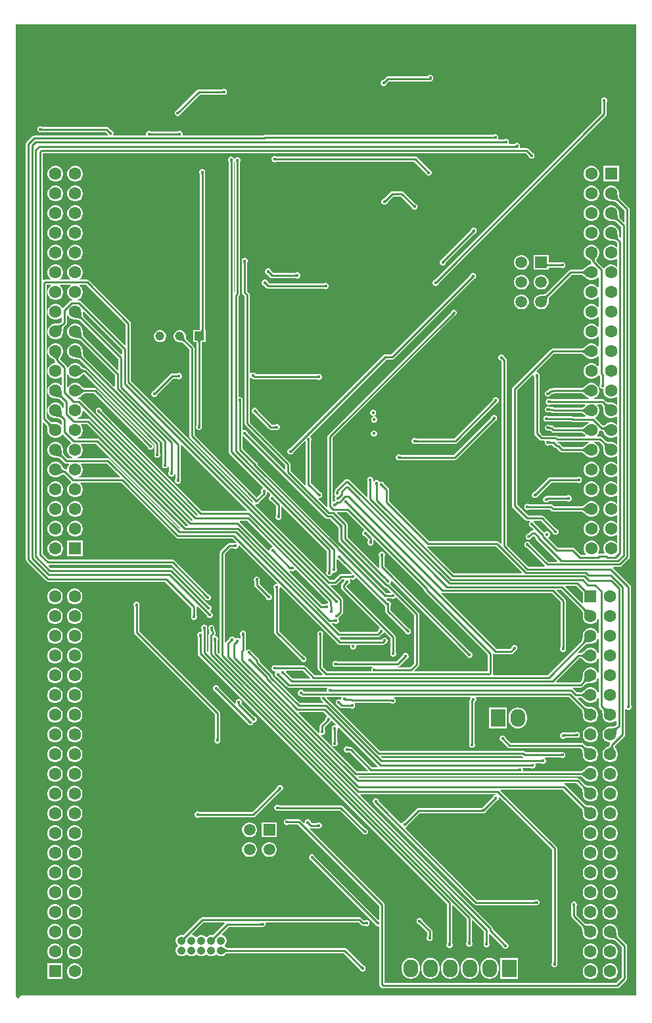
<source format=gbl>
G04*
G04 #@! TF.GenerationSoftware,Altium Limited,Altium Designer,21.1.1 (26)*
G04*
G04 Layer_Physical_Order=2*
G04 Layer_Color=16711680*
%FSTAX24Y24*%
%MOIN*%
G70*
G04*
G04 #@! TF.SameCoordinates,5FF4FBEF-6F1C-4BA3-BCFF-5D0DF395B62B*
G04*
G04*
G04 #@! TF.FilePolarity,Positive*
G04*
G01*
G75*
%ADD10C,0.0100*%
%ADD75R,0.0591X0.0591*%
%ADD76C,0.0591*%
%ADD77O,0.0750X0.0900*%
%ADD78R,0.0750X0.0900*%
%ADD79C,0.0421*%
%ADD80C,0.0457*%
%ADD81R,0.0457X0.0457*%
%ADD82C,0.0630*%
%ADD83R,0.0630X0.0630*%
%ADD84C,0.0150*%
%ADD85C,0.0100*%
G36*
X05164Y01009D02*
X05176Y00997D01*
X05191Y01012D01*
X08313D01*
Y059328D01*
X08312Y05936D01*
X05164D01*
Y01009D01*
D02*
G37*
%LPC*%
G36*
X072649Y056813D02*
X072711D01*
X072768Y056789D01*
X072811Y056746D01*
X072835Y056689D01*
Y056627D01*
X072811Y05657D01*
X072803Y056562D01*
X072802Y056559D01*
X072774Y056516D01*
X072731Y056488D01*
X07268Y056477D01*
X070585D01*
X070464Y056356D01*
X070441Y056302D01*
X070398Y056259D01*
X070341Y056235D01*
X070279D01*
X070222Y056259D01*
X070179Y056302D01*
X070155Y056359D01*
Y056421D01*
X070179Y056478D01*
X070222Y056521D01*
X070276Y056544D01*
X070436Y056704D01*
X070479Y056732D01*
X07053Y056743D01*
X072547D01*
X072549Y056746D01*
X072592Y056789D01*
X072649Y056813D01*
D02*
G37*
G36*
X062173Y056101D02*
X062235D01*
X062292Y056077D01*
X062336Y056034D01*
X062359Y055977D01*
Y055915D01*
X062336Y055858D01*
X062292Y055814D01*
X062235Y055791D01*
X062173D01*
X062116Y055814D01*
X062113Y055817D01*
X060999D01*
X060021Y054839D01*
X059999Y054785D01*
X059955Y054741D01*
X059898Y054718D01*
X059836D01*
X059779Y054741D01*
X059736Y054785D01*
X059712Y054842D01*
Y054904D01*
X059736Y054961D01*
X059779Y055004D01*
X059834Y055027D01*
X060851Y056044D01*
X060894Y056072D01*
X060944Y056083D01*
X062129D01*
X062173Y056101D01*
D02*
G37*
G36*
X052869Y054205D02*
X052931D01*
X052985Y054183D01*
X05626D01*
X056311Y054172D01*
X056354Y054144D01*
X056494Y054004D01*
X056548Y053981D01*
X056591Y053938D01*
X056615Y053881D01*
Y053819D01*
X056598Y053778D01*
X056622Y053728D01*
X058237D01*
X058265Y053769D01*
X058265Y053769D01*
Y053831D01*
X058289Y053888D01*
X058332Y053931D01*
X058389Y053955D01*
X058451D01*
X058505Y053933D01*
X059865D01*
X059919Y053955D01*
X059981D01*
X060038Y053931D01*
X060081Y053888D01*
X060105Y053831D01*
Y053769D01*
X060105Y053769D01*
X060133Y053728D01*
X064208D01*
X064245Y053752D01*
X064296Y053763D01*
X075895D01*
X075949Y053785D01*
X076011D01*
X076068Y053761D01*
X076111Y053718D01*
X076135Y053661D01*
Y053599D01*
X076128Y053583D01*
X076162Y053533D01*
X076425D01*
X076479Y053555D01*
X076541D01*
X076598Y053531D01*
X076641Y053488D01*
X076665Y053431D01*
Y053369D01*
X076659Y053354D01*
X076687Y053313D01*
X076953D01*
X076982Y053341D01*
X077039Y053365D01*
X077101D01*
X077158Y053341D01*
X077201Y053298D01*
X077225Y053241D01*
Y053179D01*
X07721Y053143D01*
X077237Y053093D01*
X07756D01*
X077611Y053082D01*
X077654Y053054D01*
X077844Y052864D01*
X077898Y052841D01*
X077941Y052798D01*
X077965Y052741D01*
Y052679D01*
X077941Y052622D01*
X077898Y052579D01*
X077841Y052555D01*
X077779D01*
X077722Y052579D01*
X077679Y052622D01*
X077656Y052676D01*
X077505Y052827D01*
X053023D01*
Y046436D01*
X053073Y046409D01*
X053078Y046412D01*
X053129Y046423D01*
X05341D01*
X053423Y046471D01*
X053417Y046474D01*
X053344Y046547D01*
X053292Y046638D01*
X053265Y046738D01*
Y046842D01*
X053292Y046942D01*
X053344Y047033D01*
X053417Y047106D01*
X053508Y047158D01*
X053608Y047185D01*
X053712D01*
X053812Y047158D01*
X053903Y047106D01*
X053976Y047033D01*
X054028Y046942D01*
X054055Y046842D01*
Y046738D01*
X054028Y046638D01*
X053976Y046547D01*
X053903Y046474D01*
X053897Y046471D01*
X05391Y046423D01*
X05441D01*
X054423Y046471D01*
X054417Y046474D01*
X054344Y046547D01*
X054292Y046638D01*
X054265Y046738D01*
Y046842D01*
X054292Y046942D01*
X054344Y047033D01*
X054417Y047106D01*
X054508Y047158D01*
X054608Y047185D01*
X054712D01*
X054812Y047158D01*
X054903Y047106D01*
X054976Y047033D01*
X055028Y046942D01*
X055055Y046842D01*
Y046738D01*
X055028Y046638D01*
X054976Y046547D01*
X054903Y046474D01*
X054897Y046471D01*
X05491Y046423D01*
X05527D01*
X055321Y046412D01*
X055364Y046384D01*
X057444Y044304D01*
X057472Y044261D01*
X057483Y04421D01*
Y041305D01*
X06364Y035148D01*
X063691Y035167D01*
X063691Y035177D01*
X060476Y038392D01*
X060448Y038435D01*
X060437Y038486D01*
Y042898D01*
X060116Y04322D01*
X06011Y043224D01*
X0601Y043229D01*
X060088Y043234D01*
X060074Y043239D01*
X060057Y043243D01*
X060039Y043246D01*
X059991Y04325D01*
X059964Y043251D01*
X059957Y043252D01*
X059922D01*
X059844Y043273D01*
X059773Y043314D01*
X059716Y043371D01*
X059675Y043442D01*
X059654Y04352D01*
Y043601D01*
X059675Y04368D01*
X059716Y04375D01*
X059773Y043807D01*
X059844Y043848D01*
X059922Y043869D01*
X060003D01*
X060082Y043848D01*
X060152Y043807D01*
X060209Y04375D01*
X06025Y04368D01*
X060271Y043601D01*
Y043567D01*
X060273Y043559D01*
X060273Y043531D01*
X060274Y043507D01*
X060277Y043486D01*
X06028Y043466D01*
X060284Y04345D01*
X060289Y043435D01*
X060294Y043423D01*
X060299Y043413D01*
X060304Y043407D01*
X060664Y043047D01*
X060692Y043004D01*
X060703Y042953D01*
Y038541D01*
X063868Y035375D01*
X064107Y035615D01*
Y035625D01*
X064085Y035679D01*
Y035741D01*
X064109Y035798D01*
X064152Y035841D01*
X064172Y03585D01*
X064184Y035909D01*
X062476Y037616D01*
X062448Y037659D01*
X062437Y03771D01*
Y052425D01*
X062415Y052479D01*
Y052541D01*
X062439Y052598D01*
X062482Y052641D01*
X062539Y052665D01*
X062601D01*
X062658Y052641D01*
X062701Y052598D01*
X062714Y052567D01*
X062768D01*
X062769Y052568D01*
X062812Y052611D01*
X062869Y052635D01*
X062931D01*
X062988Y052611D01*
X063031Y052568D01*
X063055Y052511D01*
Y052449D01*
X063033Y052395D01*
Y045718D01*
X063022Y045668D01*
X062994Y045625D01*
X062938Y045568D01*
Y040503D01*
X062979Y040475D01*
X062979Y040475D01*
X063041D01*
X063098Y040451D01*
X063141Y040408D01*
X063165Y040351D01*
Y040289D01*
X063143Y040235D01*
Y038827D01*
X063193Y038794D01*
X063219Y038805D01*
X063281D01*
X063338Y038781D01*
X063381Y038738D01*
X063405Y038681D01*
Y038663D01*
X065289Y036779D01*
X065335Y036798D01*
Y037D01*
X063306Y039029D01*
X063278Y039072D01*
X063267Y039123D01*
Y045585D01*
X063156Y045696D01*
X063128Y045739D01*
X063117Y04579D01*
Y047309D01*
X063105Y047339D01*
Y047401D01*
X063129Y047458D01*
X063172Y047501D01*
X063229Y047525D01*
X063291D01*
X063348Y047501D01*
X063391Y047458D01*
X063415Y047401D01*
Y047339D01*
X063391Y047282D01*
X063383Y047273D01*
Y045845D01*
X063494Y045734D01*
X063522Y045691D01*
X063533Y04564D01*
Y041692D01*
X063583Y041672D01*
X063602Y041691D01*
X063659Y041715D01*
X063721D01*
X063778Y041691D01*
X063821Y041648D01*
X063832Y041623D01*
X066935D01*
X066989Y041645D01*
X067051D01*
X067108Y041621D01*
X067151Y041578D01*
X067175Y041521D01*
Y041459D01*
X067151Y041402D01*
X067108Y041359D01*
X067051Y041335D01*
X066989D01*
X066935Y041357D01*
X06376D01*
X063709Y041368D01*
X063666Y041396D01*
X063656Y041406D01*
X063602Y041429D01*
X063583Y041448D01*
X063533Y041428D01*
Y039177D01*
X065561Y037149D01*
X06559Y037106D01*
X0656Y037055D01*
Y036723D01*
X066327Y035996D01*
X066373Y03602D01*
X066367Y03605D01*
Y038229D01*
X066321Y038253D01*
X065727Y037659D01*
X065711Y037622D01*
X065668Y037579D01*
X065611Y037555D01*
X065549D01*
X065492Y037579D01*
X065449Y037622D01*
X065425Y037679D01*
Y037741D01*
X065449Y037798D01*
X065492Y037841D01*
X065549Y037865D01*
X065558D01*
X070294Y042601D01*
X070337Y04263D01*
X070388Y04264D01*
X070683D01*
X074686Y046644D01*
X074709Y046698D01*
X074752Y046741D01*
X074809Y046765D01*
X074871D01*
X074928Y046741D01*
X074971Y046698D01*
X074995Y046641D01*
Y046579D01*
X074971Y046522D01*
X074928Y046479D01*
X074874Y046456D01*
X070831Y042414D01*
X070788Y042385D01*
X070738Y042375D01*
X070443D01*
X066578Y03851D01*
X066585Y038477D01*
X066594Y038455D01*
X066631Y038418D01*
X066655Y038361D01*
Y038299D01*
X066633Y038245D01*
Y036105D01*
X067074Y035664D01*
X067128Y035641D01*
X067171Y035598D01*
X067195Y035541D01*
Y035479D01*
X067171Y035422D01*
X067128Y035379D01*
X067071Y035355D01*
X067039D01*
X067018Y035305D01*
X067421Y034902D01*
X067459Y034919D01*
X067468Y034926D01*
Y03848D01*
X067478Y038531D01*
X067506Y038574D01*
X073716Y044784D01*
X073739Y044838D01*
X073782Y044881D01*
X073839Y044905D01*
X073901D01*
X073958Y044881D01*
X074001Y044838D01*
X074025Y044781D01*
Y044719D01*
X074001Y044662D01*
X073958Y044619D01*
X073904Y044596D01*
X067733Y038425D01*
Y03519D01*
X067774Y035162D01*
X067774Y035162D01*
X067786D01*
X067843Y035219D01*
X06785Y035224D01*
X067852Y035242D01*
X067828Y035299D01*
Y035361D01*
X067852Y035418D01*
X067855Y035421D01*
X067853Y035482D01*
X067828Y035508D01*
X067804Y035565D01*
Y035627D01*
X067828Y035684D01*
X067836Y035692D01*
Y035739D01*
X067846Y03579D01*
X067875Y035833D01*
X068312Y03627D01*
X068355Y036299D01*
X068406Y036309D01*
X068493D01*
X068544Y036299D01*
X068587Y03627D01*
X06945Y035407D01*
X069496Y035427D01*
Y036198D01*
X069474Y036252D01*
Y036314D01*
X069497Y03637D01*
X069541Y036414D01*
X069598Y036438D01*
X069659D01*
X069716Y036414D01*
X06976Y03637D01*
X069784Y036314D01*
Y036252D01*
X069774Y036228D01*
X06978Y036215D01*
X069839Y036208D01*
X069862Y036231D01*
X069919Y036255D01*
X069981D01*
X070038Y036231D01*
X070081Y036188D01*
X070086Y036178D01*
X070101Y036153D01*
X070158Y036177D01*
X070219D01*
X070276Y036153D01*
X07032Y036109D01*
X070342Y036055D01*
X070544Y035854D01*
X070572Y035811D01*
X070583Y03576D01*
Y035195D01*
X07262Y033158D01*
X07606D01*
X076111Y033147D01*
X076154Y033119D01*
X076241Y033032D01*
X076287Y033051D01*
Y042285D01*
X076246Y042326D01*
X076192Y042349D01*
X076149Y042392D01*
X076125Y042449D01*
Y042511D01*
X076149Y042568D01*
X076192Y042611D01*
X076249Y042635D01*
X076311D01*
X076368Y042611D01*
X076411Y042568D01*
X076434Y042514D01*
X076514Y042434D01*
X076542Y042391D01*
X076553Y04234D01*
Y032975D01*
X077645Y031883D01*
X078449D01*
X07847Y031933D01*
X077566Y032836D01*
X077512Y032859D01*
X077469Y032902D01*
X077445Y032959D01*
Y033021D01*
X077469Y033078D01*
X077512Y033121D01*
X077569Y033145D01*
X077631D01*
X077688Y033121D01*
X077731Y033078D01*
X077754Y033024D01*
X07866Y032118D01*
X0791D01*
X079119Y032164D01*
X078051Y033231D01*
X078023Y033274D01*
X078012Y033325D01*
Y03334D01*
X07791Y033442D01*
X0779D01*
X077814Y033356D01*
X077791Y033302D01*
X077748Y033259D01*
X077691Y033235D01*
X077629D01*
X077572Y033259D01*
X077529Y033302D01*
X077505Y033359D01*
Y033421D01*
X077529Y033478D01*
X077572Y033521D01*
X077626Y033544D01*
X077751Y033669D01*
X077794Y033697D01*
X077845Y033708D01*
X07789D01*
X077909Y033754D01*
X077796Y033866D01*
X077742Y033889D01*
X077699Y033932D01*
X077675Y033989D01*
Y034051D01*
X077699Y034108D01*
X077731Y03414D01*
X077714Y03419D01*
X077588D01*
X077537Y0342D01*
X077494Y034229D01*
X076856Y034866D01*
X076828Y034909D01*
X076817Y03496D01*
Y04086D01*
X076828Y040911D01*
X076856Y040954D01*
X078786Y042884D01*
X078829Y042912D01*
X07888Y042923D01*
X08036D01*
X08036Y042923D01*
X080373Y042925D01*
X08039Y042931D01*
X080408Y04294D01*
X08043Y042952D01*
X080454Y042968D01*
X080479Y042987D01*
X080537Y043038D01*
X080568Y043069D01*
X080574Y043073D01*
X080607Y043106D01*
X080698Y043158D01*
X080798Y043185D01*
X080902D01*
X081002Y043158D01*
X081093Y043106D01*
X081157Y043041D01*
X081207Y043053D01*
Y043527D01*
X081157Y043539D01*
X081093Y043474D01*
X081002Y043422D01*
X080902Y043395D01*
X080798D01*
X080698Y043422D01*
X080607Y043474D01*
X080534Y043547D01*
X080482Y043638D01*
X080455Y043738D01*
Y043842D01*
X080482Y043942D01*
X080534Y044033D01*
X080607Y044106D01*
X080698Y044158D01*
X080798Y044185D01*
X080902D01*
X081002Y044158D01*
X081093Y044106D01*
X081157Y044041D01*
X081207Y044053D01*
Y044527D01*
X081157Y044539D01*
X081093Y044474D01*
X081002Y044422D01*
X080902Y044395D01*
X080798D01*
X080698Y044422D01*
X080607Y044474D01*
X080534Y044547D01*
X080482Y044638D01*
X080455Y044738D01*
Y044842D01*
X080482Y044942D01*
X080534Y045033D01*
X080607Y045106D01*
X080698Y045158D01*
X080798Y045185D01*
X080902D01*
X081002Y045158D01*
X081093Y045106D01*
X081157Y045041D01*
X081207Y045053D01*
Y045527D01*
X081157Y045539D01*
X081093Y045474D01*
X081002Y045422D01*
X080902Y045395D01*
X080798D01*
X080698Y045422D01*
X080607Y045474D01*
X080534Y045547D01*
X080482Y045638D01*
X080455Y045738D01*
Y045842D01*
X080482Y045942D01*
X080534Y046033D01*
X080607Y046106D01*
X080698Y046158D01*
X080798Y046185D01*
X080902D01*
X081002Y046158D01*
X081093Y046106D01*
X081157Y046041D01*
X081207Y046053D01*
Y046527D01*
X081157Y046539D01*
X081093Y046474D01*
X081002Y046422D01*
X080902Y046395D01*
X080798D01*
X080698Y046422D01*
X080607Y046474D01*
X080574Y046507D01*
X080568Y046511D01*
X080537Y046542D01*
X080479Y046593D01*
X080454Y046612D01*
X08043Y046628D01*
X080408Y04664D01*
X08039Y046649D01*
X080373Y046655D01*
X08036Y046657D01*
X08036Y046657D01*
X079845D01*
X078718Y04553D01*
X078711Y04552D01*
X078704Y045506D01*
X078697Y045488D01*
X078691Y045466D01*
X078686Y045441D01*
X078682Y045413D01*
X078677Y045342D01*
X078677Y045302D01*
X078675Y045295D01*
Y045251D01*
X07865Y045155D01*
X0786Y04507D01*
X07853Y045D01*
X078445Y04495D01*
X078349Y044925D01*
X078251D01*
X078155Y04495D01*
X07807Y045D01*
X078Y04507D01*
X07795Y045155D01*
X077925Y045251D01*
Y045349D01*
X07795Y045445D01*
X078Y04553D01*
X07807Y0456D01*
X078155Y04565D01*
X078251Y045675D01*
X078295D01*
X078302Y045677D01*
X078342Y045677D01*
X078413Y045682D01*
X078441Y045686D01*
X078466Y045691D01*
X078488Y045697D01*
X078506Y045704D01*
X07852Y045711D01*
X07853Y045718D01*
X079696Y046884D01*
X079739Y046912D01*
X07979Y046923D01*
X08036D01*
X08036Y046923D01*
X080373Y046925D01*
X08039Y046931D01*
X080408Y04694D01*
X08043Y046952D01*
X080454Y046968D01*
X080479Y046987D01*
X080537Y047038D01*
X080568Y047069D01*
X080574Y047073D01*
X080607Y047106D01*
X080698Y047158D01*
X080798Y047185D01*
X080832D01*
X080843Y047213D01*
X080848Y047235D01*
X080822Y047274D01*
X080812Y047325D01*
Y047336D01*
X08081Y047345D01*
X080807Y047353D01*
X080802Y047361D01*
X080795Y047369D01*
X080786Y047379D01*
X080773Y047388D01*
X080757Y047398D01*
X080737Y047408D01*
X080713Y047418D01*
X080698Y047422D01*
X080607Y047474D01*
X080534Y047547D01*
X080482Y047638D01*
X080455Y047738D01*
Y047842D01*
X080482Y047942D01*
X080534Y048033D01*
X080607Y048106D01*
X080698Y048158D01*
X080798Y048185D01*
X080902D01*
X081002Y048158D01*
X081093Y048106D01*
X081166Y048033D01*
X081218Y047942D01*
X081245Y047842D01*
Y047738D01*
X081218Y047638D01*
X08118Y047572D01*
X08118Y047571D01*
X081179Y04757D01*
X081176Y047564D01*
X081175Y047563D01*
X081174Y047562D01*
X081166Y047547D01*
X081162Y047543D01*
X081155Y047533D01*
X081122Y047477D01*
X081109Y047451D01*
X081098Y047427D01*
X08109Y047404D01*
X081084Y047382D01*
X081082Y047375D01*
X081434Y047023D01*
X081454Y046993D01*
X081498Y046989D01*
X08151Y046992D01*
X081534Y047033D01*
X081607Y047106D01*
X081698Y047158D01*
X081798Y047185D01*
X081902D01*
X082002Y047158D01*
X082093Y047106D01*
X082116Y047082D01*
X082162Y047101D01*
Y047479D01*
X082116Y047498D01*
X082093Y047474D01*
X082002Y047422D01*
X081902Y047395D01*
X081798D01*
X081698Y047422D01*
X081607Y047474D01*
X081534Y047547D01*
X081482Y047638D01*
X081455Y047738D01*
Y047842D01*
X081482Y047942D01*
X081534Y048033D01*
X081607Y048106D01*
X081698Y048158D01*
X081798Y048185D01*
X081902D01*
X082002Y048158D01*
X082093Y048106D01*
X082116Y048082D01*
X082162Y048101D01*
Y04829D01*
X082103Y04835D01*
X082102Y04835D01*
X082091Y048357D01*
X082076Y048365D01*
X082056Y048372D01*
X082032Y048378D01*
X082005Y048384D01*
X081974Y048388D01*
X081896Y048393D01*
X081853Y048393D01*
X081845Y048395D01*
X081798D01*
X081698Y048422D01*
X081607Y048474D01*
X081534Y048547D01*
X081482Y048638D01*
X081455Y048738D01*
Y048842D01*
X081482Y048942D01*
X081534Y049033D01*
X081607Y049106D01*
X081698Y049158D01*
X081798Y049185D01*
X081902D01*
X082002Y049158D01*
X082093Y049106D01*
X082166Y049033D01*
X082218Y048942D01*
X082245Y048842D01*
Y048795D01*
X082247Y048787D01*
X082247Y048744D01*
X082252Y048666D01*
X082256Y048635D01*
X082262Y048608D01*
X082268Y048584D01*
X082272Y048573D01*
X082292Y048558D01*
X082342Y048584D01*
Y04911D01*
X082103Y04935D01*
X082102Y04935D01*
X082091Y049357D01*
X082076Y049365D01*
X082056Y049372D01*
X082032Y049378D01*
X082005Y049384D01*
X081974Y049388D01*
X081896Y049393D01*
X081853Y049393D01*
X081845Y049395D01*
X081798D01*
X081698Y049422D01*
X081607Y049474D01*
X081534Y049547D01*
X081482Y049638D01*
X081455Y049738D01*
Y049842D01*
X081482Y049942D01*
X081534Y050033D01*
X081607Y050106D01*
X081698Y050158D01*
X081798Y050185D01*
X081902D01*
X082002Y050158D01*
X082093Y050106D01*
X082166Y050033D01*
X082218Y049942D01*
X082245Y049842D01*
Y049795D01*
X082247Y049787D01*
X082247Y049744D01*
X082252Y049666D01*
X082256Y049635D01*
X082262Y049608D01*
X082268Y049584D01*
X082275Y049564D01*
X082283Y049549D01*
X08229Y049538D01*
X08229Y049537D01*
X082476Y049351D01*
X082522Y04937D01*
Y04993D01*
X082103Y05035D01*
X082102Y05035D01*
X082091Y050357D01*
X082076Y050365D01*
X082056Y050372D01*
X082032Y050378D01*
X082005Y050384D01*
X081974Y050388D01*
X081896Y050393D01*
X081853Y050393D01*
X081845Y050395D01*
X081798D01*
X081698Y050422D01*
X081607Y050474D01*
X081534Y050547D01*
X081482Y050638D01*
X081455Y050738D01*
Y050842D01*
X081482Y050942D01*
X081534Y051033D01*
X081607Y051106D01*
X081698Y051158D01*
X081798Y051185D01*
X081902D01*
X082002Y051158D01*
X082093Y051106D01*
X082166Y051033D01*
X082218Y050942D01*
X082245Y050842D01*
Y050795D01*
X082247Y050787D01*
X082247Y050744D01*
X082252Y050666D01*
X082256Y050635D01*
X082262Y050608D01*
X082268Y050584D01*
X082275Y050564D01*
X082283Y050549D01*
X08229Y050538D01*
X08229Y050537D01*
X082749Y050079D01*
X082777Y050036D01*
X082788Y049985D01*
Y032366D01*
X082777Y032315D01*
X082749Y032272D01*
X082368Y031891D01*
X082325Y031863D01*
X082274Y031852D01*
X081976D01*
X081955Y031802D01*
X082814Y030944D01*
X082842Y030901D01*
X082853Y03085D01*
Y024855D01*
X082875Y024801D01*
Y024739D01*
X082851Y024682D01*
X082808Y024639D01*
X082751Y024615D01*
X082689D01*
X082632Y024639D01*
X082608Y024663D01*
X082558Y024643D01*
Y023356D01*
X082547Y023305D01*
X082519Y023262D01*
X082032Y022775D01*
X082034Y022768D01*
X08204Y022746D01*
X082048Y022723D01*
X082059Y022699D01*
X082072Y022673D01*
X082105Y022617D01*
X082112Y022607D01*
X082116Y022603D01*
X082124Y022588D01*
X082125Y022587D01*
X082126Y022586D01*
X082129Y02258D01*
X08213Y022579D01*
X08213Y022578D01*
X082168Y022512D01*
X082195Y022412D01*
Y022308D01*
X082168Y022208D01*
X082116Y022117D01*
X082043Y022044D01*
X081952Y021992D01*
X081852Y021965D01*
X081748D01*
X081648Y021992D01*
X081557Y022044D01*
X081484Y022117D01*
X081432Y022208D01*
X081405Y022308D01*
Y022412D01*
X081432Y022512D01*
X081484Y022603D01*
X081557Y022676D01*
X081648Y022728D01*
X081663Y022732D01*
X081687Y022742D01*
X081707Y022752D01*
X081723Y022762D01*
X081736Y022771D01*
X081745Y022781D01*
X081752Y022789D01*
X081757Y022797D01*
X08176Y022805D01*
X081762Y022814D01*
Y022825D01*
X081772Y022876D01*
X081798Y022915D01*
X081793Y022937D01*
X081782Y022965D01*
X081748D01*
X081648Y022992D01*
X081557Y023044D01*
X081484Y023117D01*
X081432Y023208D01*
X081405Y023308D01*
Y023412D01*
X081432Y023512D01*
X081484Y023603D01*
X081557Y023676D01*
X081648Y023728D01*
X081748Y023755D01*
X081795D01*
X081803Y023757D01*
X081846Y023757D01*
X081924Y023762D01*
X081955Y023766D01*
X081982Y023772D01*
X082006Y023778D01*
X082026Y023785D01*
X082041Y023793D01*
X082052Y0238D01*
X082053Y0238D01*
X082112Y02386D01*
Y024049D01*
X082066Y024068D01*
X082043Y024044D01*
X081952Y023992D01*
X081852Y023965D01*
X081748D01*
X081648Y023992D01*
X081557Y024044D01*
X081484Y024117D01*
X081432Y024208D01*
X081405Y024308D01*
Y024355D01*
X081403Y024363D01*
X081403Y024406D01*
X081398Y024484D01*
X081394Y024515D01*
X081388Y024542D01*
X081382Y024566D01*
X081375Y024586D01*
X081367Y024601D01*
X08136Y024612D01*
X08136Y024613D01*
X081261Y024711D01*
X081233Y024754D01*
X081222Y024805D01*
Y025218D01*
X081172Y025224D01*
X081168Y025208D01*
X081116Y025117D01*
X081043Y025044D01*
X080952Y024992D01*
X080852Y024965D01*
X080748D01*
X080648Y024992D01*
X080557Y025044D01*
X080524Y025077D01*
X080518Y025081D01*
X080487Y025112D01*
X080429Y025163D01*
X080404Y025182D01*
X08038Y025198D01*
X080358Y02521D01*
X08034Y025219D01*
X080323Y025225D01*
X08031Y025227D01*
X08031Y025227D01*
X080185D01*
X080166Y025181D01*
X080547Y0248D01*
X080548Y0248D01*
X080559Y024793D01*
X080574Y024785D01*
X080594Y024778D01*
X080618Y024772D01*
X080645Y024766D01*
X080676Y024762D01*
X080754Y024757D01*
X080797Y024757D01*
X080805Y024755D01*
X080852D01*
X080952Y024728D01*
X081043Y024676D01*
X081116Y024603D01*
X081168Y024512D01*
X081195Y024412D01*
Y024308D01*
X081168Y024208D01*
X081116Y024117D01*
X081043Y024044D01*
X080952Y023992D01*
X080852Y023965D01*
X080748D01*
X080648Y023992D01*
X080557Y024044D01*
X080484Y024117D01*
X080432Y024208D01*
X080405Y024308D01*
Y024355D01*
X080403Y024363D01*
X080403Y024406D01*
X080398Y024484D01*
X080394Y024515D01*
X080388Y024542D01*
X080382Y024566D01*
X080375Y024586D01*
X080367Y024601D01*
X08036Y024612D01*
X08036Y024613D01*
X079705Y025267D01*
X075017D01*
X07499Y025217D01*
X075005Y025181D01*
Y025119D01*
X074981Y025062D01*
X074938Y025019D01*
X074933Y025016D01*
Y022925D01*
X074955Y022871D01*
Y022809D01*
X074931Y022752D01*
X074888Y022709D01*
X074831Y022685D01*
X074769D01*
X074712Y022709D01*
X074669Y022752D01*
X074645Y022809D01*
Y022871D01*
X074667Y022925D01*
Y0251D01*
X074678Y025151D01*
X074695Y025177D01*
Y025181D01*
X07471Y025217D01*
X074683Y025267D01*
X070853D01*
X070843Y025217D01*
X070858Y025211D01*
X070901Y025168D01*
X070925Y025111D01*
Y025049D01*
X070901Y024992D01*
X070858Y024949D01*
X070801Y024925D01*
X070739D01*
X070682Y024949D01*
X070678Y024952D01*
X068867D01*
X068843Y024902D01*
X06886Y024861D01*
Y024799D01*
X068836Y024742D01*
X068793Y024699D01*
X068736Y024675D01*
X068674D01*
X06862Y024697D01*
X06819D01*
X068139Y024708D01*
X068096Y024736D01*
X067996Y024836D01*
X067942Y024859D01*
X067899Y024902D01*
X067875Y024959D01*
Y025021D01*
X067899Y025078D01*
X067942Y025121D01*
X067999Y025145D01*
X068061D01*
X068118Y025121D01*
X068118Y025121D01*
X068165Y025145D01*
Y025191D01*
X068176Y025217D01*
X068143Y025267D01*
X067451D01*
X06743Y025217D01*
X070105Y022543D01*
X07737D01*
X077421Y022532D01*
X077464Y022504D01*
X077515Y022453D01*
X079295D01*
X079349Y022475D01*
X079411D01*
X079468Y022451D01*
X079511Y022408D01*
X079535Y022351D01*
Y022289D01*
X079511Y022232D01*
X079468Y022189D01*
X079411Y022165D01*
X079349D01*
X079295Y022187D01*
X078511D01*
X078492Y022137D01*
X078521Y022108D01*
X078545Y022051D01*
Y021989D01*
X078521Y021932D01*
X078478Y021889D01*
X078421Y021865D01*
X078359D01*
X078305Y021887D01*
X078027D01*
X077999Y021846D01*
X078005Y021831D01*
Y021769D01*
X077981Y021712D01*
X077938Y021669D01*
X077881Y021645D01*
X077819D01*
X077765Y021667D01*
X077397D01*
X077369Y021626D01*
X077375Y021611D01*
Y021549D01*
X077369Y021534D01*
X077397Y021493D01*
X08031D01*
X08031Y021493D01*
X080323Y021495D01*
X08034Y021501D01*
X080358Y02151D01*
X08038Y021522D01*
X080404Y021538D01*
X080429Y021557D01*
X080487Y021608D01*
X080518Y021639D01*
X080524Y021643D01*
X080557Y021676D01*
X080648Y021728D01*
X080748Y021755D01*
X080852D01*
X080952Y021728D01*
X081043Y021676D01*
X081116Y021603D01*
X081168Y021512D01*
X081195Y021412D01*
Y021308D01*
X081168Y021208D01*
X081116Y021117D01*
X081043Y021044D01*
X080952Y020992D01*
X080852Y020965D01*
X080748D01*
X080648Y020992D01*
X080557Y021044D01*
X080524Y021077D01*
X080518Y021081D01*
X080487Y021112D01*
X080429Y021163D01*
X080404Y021182D01*
X08038Y021198D01*
X080358Y02121D01*
X08034Y021219D01*
X080323Y021225D01*
X08031Y021227D01*
X08031Y021227D01*
X069041D01*
X069019Y021179D01*
X06904Y021153D01*
X08014D01*
X080191Y021142D01*
X080234Y021114D01*
X080547Y0208D01*
X080548Y0208D01*
X080559Y020793D01*
X080574Y020785D01*
X080594Y020778D01*
X080618Y020772D01*
X080645Y020766D01*
X080676Y020762D01*
X080754Y020757D01*
X080797Y020757D01*
X080805Y020755D01*
X080852D01*
X080952Y020728D01*
X081043Y020676D01*
X081116Y020603D01*
X081168Y020512D01*
X081195Y020412D01*
Y020308D01*
X081168Y020208D01*
X081116Y020117D01*
X081043Y020044D01*
X080952Y019992D01*
X080852Y019965D01*
X080748D01*
X080648Y019992D01*
X080557Y020044D01*
X080484Y020117D01*
X080432Y020208D01*
X080405Y020308D01*
Y020355D01*
X080403Y020363D01*
X080403Y020406D01*
X080398Y020484D01*
X080394Y020515D01*
X080388Y020542D01*
X080382Y020566D01*
X080375Y020586D01*
X080367Y020601D01*
X08036Y020612D01*
X08036Y020613D01*
X080085Y020887D01*
X079481D01*
X079476Y020837D01*
X079501Y020832D01*
X079544Y020804D01*
X080547Y0198D01*
X080548Y0198D01*
X080559Y019793D01*
X080574Y019785D01*
X080594Y019778D01*
X080618Y019772D01*
X080645Y019766D01*
X080676Y019762D01*
X080754Y019757D01*
X080797Y019757D01*
X080805Y019755D01*
X080852D01*
X080952Y019728D01*
X081043Y019676D01*
X081116Y019603D01*
X081168Y019512D01*
X081195Y019412D01*
Y019308D01*
X081168Y019208D01*
X081116Y019117D01*
X081043Y019044D01*
X080952Y018992D01*
X080852Y018965D01*
X080748D01*
X080648Y018992D01*
X080557Y019044D01*
X080484Y019117D01*
X080432Y019208D01*
X080405Y019308D01*
Y019355D01*
X080403Y019363D01*
X080403Y019406D01*
X080398Y019484D01*
X080394Y019515D01*
X080388Y019542D01*
X080382Y019566D01*
X080375Y019586D01*
X080367Y019601D01*
X08036Y019612D01*
X08036Y019613D01*
X079395Y020577D01*
X076251D01*
X07623Y020527D01*
X079064Y017694D01*
X079092Y017651D01*
X079103Y0176D01*
Y011795D01*
X079125Y011741D01*
Y011679D01*
X079101Y011622D01*
X079058Y011579D01*
X079001Y011555D01*
X078939D01*
X078882Y011579D01*
X078839Y011622D01*
X078815Y011679D01*
Y011741D01*
X078837Y011795D01*
Y017545D01*
X07619Y020192D01*
X076156Y020176D01*
X076145Y020167D01*
Y020109D01*
X076121Y020052D01*
X076078Y020009D01*
X076024Y019986D01*
X075514Y019476D01*
X075491Y019422D01*
X075448Y019379D01*
X075391Y019355D01*
X075329D01*
X075275Y019377D01*
X072145D01*
X071524Y018756D01*
X071501Y018702D01*
X071458Y018659D01*
X071445Y018653D01*
X071433Y018594D01*
X075045Y014983D01*
X077985D01*
X078039Y015005D01*
X078101D01*
X078158Y014981D01*
X078201Y014938D01*
X078225Y014881D01*
Y014819D01*
X078201Y014762D01*
X078158Y014719D01*
X078101Y014695D01*
X078039D01*
X077985Y014717D01*
X07499D01*
X074939Y014728D01*
X074896Y014756D01*
X069826Y019827D01*
X069809Y019852D01*
X069779Y019882D01*
X069755Y019939D01*
Y020001D01*
X069779Y020058D01*
X069822Y020101D01*
X069879Y020125D01*
X069941D01*
X069998Y020101D01*
X070041Y020058D01*
X070065Y020001D01*
Y019962D01*
X071174Y018853D01*
X071233Y018865D01*
X071239Y018878D01*
X071282Y018921D01*
X071336Y018944D01*
X071996Y019604D01*
X072039Y019632D01*
X07209Y019643D01*
X075275D01*
X075326Y019664D01*
X075836Y020174D01*
X075859Y020228D01*
X075902Y020271D01*
X075959Y020295D01*
X075968D01*
X07597Y020296D01*
X075992Y020345D01*
X07599Y020347D01*
X069139D01*
X06912Y020301D01*
X075804Y013617D01*
X075832Y013574D01*
X075843Y013524D01*
Y013485D01*
X076524Y012804D01*
X076578Y012781D01*
X076621Y012738D01*
X076645Y012681D01*
Y012619D01*
X076621Y012562D01*
X076578Y012519D01*
X076521Y012495D01*
X076459D01*
X076402Y012519D01*
X076359Y012562D01*
X076336Y012616D01*
X075709Y013244D01*
X075663Y013225D01*
Y012815D01*
X075685Y012761D01*
Y012699D01*
X075661Y012642D01*
X075618Y012599D01*
X075561Y012575D01*
X075499D01*
X075442Y012599D01*
X075399Y012642D01*
X075375Y012699D01*
Y012761D01*
X075397Y012815D01*
Y013394D01*
X074829Y013963D01*
X074783Y013944D01*
Y012845D01*
X074805Y012791D01*
Y012729D01*
X074781Y012672D01*
X074738Y012629D01*
X074681Y012605D01*
X074619D01*
X074562Y012629D01*
X074519Y012672D01*
X074495Y012729D01*
Y012791D01*
X074517Y012845D01*
Y01402D01*
X073829Y014708D01*
X073783Y014689D01*
Y012775D01*
X073805Y012721D01*
Y012659D01*
X073781Y012602D01*
X073738Y012559D01*
X073681Y012535D01*
X073619D01*
X073562Y012559D01*
X073519Y012602D01*
X073495Y012659D01*
Y012721D01*
X073517Y012775D01*
Y014765D01*
X060911Y027371D01*
X060883Y027414D01*
X060872Y027465D01*
Y028325D01*
X06085Y028379D01*
Y028441D01*
X060874Y028498D01*
X060917Y028541D01*
X060974Y028565D01*
X061036D01*
X061036Y028565D01*
X061077Y028593D01*
Y028685D01*
X061055Y028739D01*
Y028801D01*
X061079Y028858D01*
X061122Y028901D01*
X061179Y028925D01*
X061241D01*
X061298Y028901D01*
X061341Y028858D01*
X061365Y028801D01*
Y028739D01*
X061343Y028685D01*
Y027577D01*
X061369Y027556D01*
X061417Y027578D01*
Y028386D01*
X061428Y028437D01*
X061456Y02848D01*
X061498Y028521D01*
X061486Y028533D01*
X061457Y028576D01*
X061447Y028627D01*
Y028659D01*
X061439Y028667D01*
X061415Y028724D01*
Y028786D01*
X061439Y028843D01*
X061482Y028886D01*
X061539Y02891D01*
X061601D01*
X061658Y028886D01*
X061701Y028843D01*
X061725Y028786D01*
Y028724D01*
X061712Y028693D01*
Y028682D01*
X061737Y028657D01*
X061766Y028614D01*
X061776Y028563D01*
Y02848D01*
X061766Y028429D01*
X061753Y02841D01*
X06178Y02836D01*
X061786D01*
X061843Y028336D01*
X061886Y028293D01*
X06191Y028236D01*
Y028174D01*
X061886Y028117D01*
X061883Y028113D01*
Y027539D01*
X061946Y027475D01*
X061992Y027494D01*
Y032565D01*
X062003Y032616D01*
X062031Y032659D01*
X062386Y033014D01*
X062429Y033042D01*
X06248Y033053D01*
X062715D01*
X062769Y033075D01*
X062807D01*
X062828Y033125D01*
X062635Y033317D01*
X059866D01*
X059815Y033328D01*
X059772Y033356D01*
X056992Y036136D01*
X054944D01*
X054923Y036086D01*
X054976Y036033D01*
X055028Y035942D01*
X055055Y035842D01*
Y035738D01*
X055028Y035638D01*
X054976Y035547D01*
X054903Y035474D01*
X054812Y035422D01*
X054712Y035395D01*
X054608D01*
X054508Y035422D01*
X054417Y035474D01*
X054344Y035547D01*
X054292Y035638D01*
X054265Y035738D01*
Y035842D01*
X054292Y035942D01*
X054344Y036033D01*
X054417Y036106D01*
X054453Y036127D01*
X05445Y036183D01*
X054075Y036558D01*
X054068Y036556D01*
X054046Y03655D01*
X054023Y036542D01*
X053999Y036531D01*
X053973Y036518D01*
X053917Y036485D01*
X053907Y036478D01*
X053903Y036474D01*
X053888Y036466D01*
X053887Y036465D01*
X053886Y036464D01*
X05388Y036461D01*
X053879Y03646D01*
X053878Y03646D01*
X053812Y036422D01*
X053712Y036395D01*
X053608D01*
X053508Y036422D01*
X053417Y036474D01*
X053344Y036547D01*
X053292Y036638D01*
X053265Y036738D01*
Y036842D01*
X053292Y036942D01*
X053344Y037033D01*
X053417Y037106D01*
X053508Y037158D01*
X053608Y037185D01*
X053712D01*
X053812Y037158D01*
X053903Y037106D01*
X053976Y037033D01*
X054028Y036942D01*
X054032Y036927D01*
X054042Y036903D01*
X054052Y036883D01*
X054062Y036867D01*
X054071Y036854D01*
X054081Y036845D01*
X054089Y036838D01*
X054097Y036833D01*
X054105Y03683D01*
X054114Y036828D01*
X054125D01*
X054176Y036818D01*
X054215Y036792D01*
X054237Y036797D01*
X054265Y036808D01*
Y036842D01*
X054292Y036942D01*
X054344Y037033D01*
X054368Y037056D01*
X054349Y037102D01*
X054215D01*
X054164Y037113D01*
X054121Y037141D01*
X053913Y03735D01*
X053912Y03735D01*
X053901Y037357D01*
X053886Y037365D01*
X053866Y037372D01*
X053842Y037378D01*
X053815Y037384D01*
X053784Y037388D01*
X053706Y037393D01*
X053663Y037393D01*
X053655Y037395D01*
X053608D01*
X053508Y037422D01*
X053417Y037474D01*
X053344Y037547D01*
X053292Y037638D01*
X053265Y037738D01*
Y037842D01*
X053292Y037942D01*
X053344Y038033D01*
X053417Y038106D01*
X053508Y038158D01*
X053608Y038185D01*
X053712D01*
X053812Y038158D01*
X053903Y038106D01*
X053976Y038033D01*
X054028Y037942D01*
X054055Y037842D01*
Y037795D01*
X054057Y037787D01*
X054057Y037744D01*
X054062Y037666D01*
X054066Y037635D01*
X054072Y037608D01*
X054078Y037584D01*
X054085Y037564D01*
X054093Y037549D01*
X0541Y037538D01*
X0541Y037537D01*
X05427Y037368D01*
X054518D01*
X054524Y037418D01*
X054508Y037422D01*
X054417Y037474D01*
X054344Y037547D01*
X054292Y037638D01*
X054265Y037738D01*
Y037842D01*
X054292Y037942D01*
X054344Y038033D01*
X054417Y038106D01*
X054451Y038126D01*
X054458Y038175D01*
X054053Y03858D01*
X05399Y038572D01*
X053976Y038547D01*
X053903Y038474D01*
X053812Y038422D01*
X053712Y038395D01*
X053608D01*
X053508Y038422D01*
X053417Y038474D01*
X053344Y038547D01*
X053292Y038638D01*
X053265Y038738D01*
Y038785D01*
X053263Y038793D01*
X053263Y038836D01*
X053258Y038914D01*
X053254Y038945D01*
X053248Y038972D01*
X053242Y038996D01*
X053235Y039016D01*
X053227Y039031D01*
X05322Y039042D01*
X05322Y039043D01*
X053069Y039194D01*
X053023Y039175D01*
Y032527D01*
X053327Y032223D01*
X05961D01*
X059661Y032212D01*
X059704Y032184D01*
X061424Y030464D01*
X061478Y030441D01*
X061521Y030398D01*
X061545Y030341D01*
Y030279D01*
X061521Y030222D01*
X061478Y030179D01*
X061421Y030155D01*
X061359D01*
X061302Y030179D01*
X061259Y030222D01*
X061236Y030276D01*
X059555Y031957D01*
X053344D01*
X053325Y031911D01*
X053424Y031813D01*
X05952D01*
X05957Y031802D01*
X059613Y031774D01*
X061468Y029919D01*
X061523Y029896D01*
X061566Y029853D01*
X06159Y029796D01*
Y029734D01*
X061566Y029677D01*
X061523Y029633D01*
X061523Y029633D01*
X061513Y029584D01*
X061523Y029574D01*
X061578Y029551D01*
X061621Y029508D01*
X061645Y029451D01*
Y029389D01*
X061621Y029332D01*
X061578Y029289D01*
X061521Y029265D01*
X061459D01*
X061402Y029289D01*
X061359Y029332D01*
X061336Y029386D01*
X060879Y029843D01*
X060835Y029821D01*
X060833Y029819D01*
Y029415D01*
X060855Y029361D01*
Y029299D01*
X060831Y029242D01*
X060788Y029199D01*
X060731Y029175D01*
X060669D01*
X060612Y029199D01*
X060569Y029242D01*
X060545Y029299D01*
Y029361D01*
X060567Y029415D01*
Y029765D01*
X059215Y031117D01*
X05329D01*
X053239Y031128D01*
X053196Y031156D01*
X052206Y032146D01*
X052178Y032189D01*
X052167Y03224D01*
Y053305D01*
X052178Y053355D01*
X052206Y053398D01*
X052497Y053689D01*
X05254Y053717D01*
X05259Y053728D01*
X056298D01*
X056322Y053778D01*
X056306Y053816D01*
X056205Y053917D01*
X052985D01*
X052931Y053895D01*
X052869D01*
X052812Y053919D01*
X052769Y053962D01*
X052745Y054019D01*
Y054081D01*
X052769Y054138D01*
X052812Y054181D01*
X052869Y054205D01*
D02*
G37*
G36*
X064744Y05269D02*
X064806D01*
X064863Y052667D01*
X064867Y052663D01*
X07192D01*
X071971Y052652D01*
X072014Y052624D01*
X072634Y052004D01*
X072688Y051981D01*
X072731Y051938D01*
X072755Y051881D01*
Y051819D01*
X072731Y051762D01*
X072688Y051719D01*
X072631Y051695D01*
X072569D01*
X072512Y051719D01*
X072469Y051762D01*
X072446Y051816D01*
X071865Y052397D01*
X064848D01*
X064806Y05238D01*
X064744D01*
X064687Y052404D01*
X064644Y052447D01*
X06462Y052504D01*
Y052566D01*
X064644Y052623D01*
X064687Y052667D01*
X064744Y05269D01*
D02*
G37*
G36*
X053608Y052185D02*
X053712D01*
X053812Y052158D01*
X053903Y052106D01*
X053976Y052033D01*
X054028Y051942D01*
X054055Y051842D01*
Y051738D01*
X054028Y051638D01*
X053976Y051547D01*
X053903Y051474D01*
X053812Y051422D01*
X053712Y051395D01*
X053608D01*
X053508Y051422D01*
X053417Y051474D01*
X053344Y051547D01*
X053292Y051638D01*
X053265Y051738D01*
Y051842D01*
X053292Y051942D01*
X053344Y052033D01*
X053417Y052106D01*
X053508Y052158D01*
X053608Y052185D01*
D02*
G37*
G36*
X054608D02*
X054712D01*
X054812Y052158D01*
X054903Y052106D01*
X054976Y052033D01*
X055028Y051942D01*
X055055Y051842D01*
Y051738D01*
X055028Y051638D01*
X054976Y051547D01*
X054903Y051474D01*
X054812Y051422D01*
X054712Y051395D01*
X054608D01*
X054508Y051422D01*
X054417Y051474D01*
X054344Y051547D01*
X054292Y051638D01*
X054265Y051738D01*
Y051842D01*
X054292Y051942D01*
X054344Y052033D01*
X054417Y052106D01*
X054508Y052158D01*
X054608Y052185D01*
D02*
G37*
G36*
X080798D02*
X080902D01*
X081002Y052158D01*
X081093Y052106D01*
X081166Y052033D01*
X081218Y051942D01*
X081245Y051842D01*
Y051738D01*
X081218Y051638D01*
X081166Y051547D01*
X081093Y051474D01*
X081002Y051422D01*
X080902Y051395D01*
X080798D01*
X080698Y051422D01*
X080607Y051474D01*
X080534Y051547D01*
X080482Y051638D01*
X080455Y051738D01*
Y051842D01*
X080482Y051942D01*
X080534Y052033D01*
X080607Y052106D01*
X080698Y052158D01*
X080798Y052185D01*
D02*
G37*
G36*
X081455D02*
X082245D01*
Y051395D01*
X081455D01*
Y052185D01*
D02*
G37*
G36*
X053608Y051185D02*
X053712D01*
X053812Y051158D01*
X053903Y051106D01*
X053976Y051033D01*
X054028Y050942D01*
X054055Y050842D01*
Y050738D01*
X054028Y050638D01*
X053976Y050547D01*
X053903Y050474D01*
X053812Y050422D01*
X053712Y050395D01*
X053608D01*
X053508Y050422D01*
X053417Y050474D01*
X053344Y050547D01*
X053292Y050638D01*
X053265Y050738D01*
Y050842D01*
X053292Y050942D01*
X053344Y051033D01*
X053417Y051106D01*
X053508Y051158D01*
X053608Y051185D01*
D02*
G37*
G36*
X054608D02*
X054712D01*
X054812Y051158D01*
X054903Y051106D01*
X054976Y051033D01*
X055028Y050942D01*
X055055Y050842D01*
Y050738D01*
X055028Y050638D01*
X054976Y050547D01*
X054903Y050474D01*
X054812Y050422D01*
X054712Y050395D01*
X054608D01*
X054508Y050422D01*
X054417Y050474D01*
X054344Y050547D01*
X054292Y050638D01*
X054265Y050738D01*
Y050842D01*
X054292Y050942D01*
X054344Y051033D01*
X054417Y051106D01*
X054508Y051158D01*
X054608Y051185D01*
D02*
G37*
G36*
X080798D02*
X080902D01*
X081002Y051158D01*
X081093Y051106D01*
X081166Y051033D01*
X081218Y050942D01*
X081245Y050842D01*
Y050738D01*
X081218Y050638D01*
X081166Y050547D01*
X081093Y050474D01*
X081002Y050422D01*
X080902Y050395D01*
X080798D01*
X080698Y050422D01*
X080607Y050474D01*
X080534Y050547D01*
X080482Y050638D01*
X080455Y050738D01*
Y050842D01*
X080482Y050942D01*
X080534Y051033D01*
X080607Y051106D01*
X080698Y051158D01*
X080798Y051185D01*
D02*
G37*
G36*
X070737Y050899D02*
X071233D01*
X071284Y050889D01*
X071327Y050861D01*
X071914Y050274D01*
X071968Y050251D01*
X072012Y050208D01*
X072035Y050151D01*
Y050089D01*
X072012Y050032D01*
X071968Y049988D01*
X071911Y049965D01*
X071849D01*
X071792Y049988D01*
X071749Y050032D01*
X071726Y050086D01*
X071178Y050634D01*
X070792D01*
X070504Y050346D01*
X070481Y050292D01*
X070438Y050249D01*
X070381Y050225D01*
X070319D01*
X070262Y050249D01*
X070219Y050292D01*
X070195Y050349D01*
Y050411D01*
X070219Y050468D01*
X070262Y050511D01*
X070317Y050534D01*
X070643Y050861D01*
X070686Y050889D01*
X070737Y050899D01*
D02*
G37*
G36*
X053608Y050185D02*
X053712D01*
X053812Y050158D01*
X053903Y050106D01*
X053976Y050033D01*
X054028Y049942D01*
X054055Y049842D01*
Y049738D01*
X054028Y049638D01*
X053976Y049547D01*
X053903Y049474D01*
X053812Y049422D01*
X053712Y049395D01*
X053608D01*
X053508Y049422D01*
X053417Y049474D01*
X053344Y049547D01*
X053292Y049638D01*
X053265Y049738D01*
Y049842D01*
X053292Y049942D01*
X053344Y050033D01*
X053417Y050106D01*
X053508Y050158D01*
X053608Y050185D01*
D02*
G37*
G36*
X054608D02*
X054712D01*
X054812Y050158D01*
X054903Y050106D01*
X054976Y050033D01*
X055028Y049942D01*
X055055Y049842D01*
Y049738D01*
X055028Y049638D01*
X054976Y049547D01*
X054903Y049474D01*
X054812Y049422D01*
X054712Y049395D01*
X054608D01*
X054508Y049422D01*
X054417Y049474D01*
X054344Y049547D01*
X054292Y049638D01*
X054265Y049738D01*
Y049842D01*
X054292Y049942D01*
X054344Y050033D01*
X054417Y050106D01*
X054508Y050158D01*
X054608Y050185D01*
D02*
G37*
G36*
X080798D02*
X080902D01*
X081002Y050158D01*
X081093Y050106D01*
X081166Y050033D01*
X081218Y049942D01*
X081245Y049842D01*
Y049738D01*
X081218Y049638D01*
X081166Y049547D01*
X081093Y049474D01*
X081002Y049422D01*
X080902Y049395D01*
X080798D01*
X080698Y049422D01*
X080607Y049474D01*
X080534Y049547D01*
X080482Y049638D01*
X080455Y049738D01*
Y049842D01*
X080482Y049942D01*
X080534Y050033D01*
X080607Y050106D01*
X080698Y050158D01*
X080798Y050185D01*
D02*
G37*
G36*
X053608Y049185D02*
X053712D01*
X053812Y049158D01*
X053903Y049106D01*
X053976Y049033D01*
X054028Y048942D01*
X054055Y048842D01*
Y048738D01*
X054028Y048638D01*
X053976Y048547D01*
X053903Y048474D01*
X053812Y048422D01*
X053712Y048395D01*
X053608D01*
X053508Y048422D01*
X053417Y048474D01*
X053344Y048547D01*
X053292Y048638D01*
X053265Y048738D01*
Y048842D01*
X053292Y048942D01*
X053344Y049033D01*
X053417Y049106D01*
X053508Y049158D01*
X053608Y049185D01*
D02*
G37*
G36*
X054608D02*
X054712D01*
X054812Y049158D01*
X054903Y049106D01*
X054976Y049033D01*
X055028Y048942D01*
X055055Y048842D01*
Y048738D01*
X055028Y048638D01*
X054976Y048547D01*
X054903Y048474D01*
X054812Y048422D01*
X054712Y048395D01*
X054608D01*
X054508Y048422D01*
X054417Y048474D01*
X054344Y048547D01*
X054292Y048638D01*
X054265Y048738D01*
Y048842D01*
X054292Y048942D01*
X054344Y049033D01*
X054417Y049106D01*
X054508Y049158D01*
X054608Y049185D01*
D02*
G37*
G36*
X080798D02*
X080902D01*
X081002Y049158D01*
X081093Y049106D01*
X081166Y049033D01*
X081218Y048942D01*
X081245Y048842D01*
Y048738D01*
X081218Y048638D01*
X081166Y048547D01*
X081093Y048474D01*
X081002Y048422D01*
X080902Y048395D01*
X080798D01*
X080698Y048422D01*
X080607Y048474D01*
X080534Y048547D01*
X080482Y048638D01*
X080455Y048738D01*
Y048842D01*
X080482Y048942D01*
X080534Y049033D01*
X080607Y049106D01*
X080698Y049158D01*
X080798Y049185D01*
D02*
G37*
G36*
X053608Y048185D02*
X053712D01*
X053812Y048158D01*
X053903Y048106D01*
X053976Y048033D01*
X054028Y047942D01*
X054055Y047842D01*
Y047738D01*
X054028Y047638D01*
X053976Y047547D01*
X053903Y047474D01*
X053812Y047422D01*
X053712Y047395D01*
X053608D01*
X053508Y047422D01*
X053417Y047474D01*
X053344Y047547D01*
X053292Y047638D01*
X053265Y047738D01*
Y047842D01*
X053292Y047942D01*
X053344Y048033D01*
X053417Y048106D01*
X053508Y048158D01*
X053608Y048185D01*
D02*
G37*
G36*
X054608D02*
X054712D01*
X054812Y048158D01*
X054903Y048106D01*
X054976Y048033D01*
X055028Y047942D01*
X055055Y047842D01*
Y047738D01*
X055028Y047638D01*
X054976Y047547D01*
X054903Y047474D01*
X054812Y047422D01*
X054712Y047395D01*
X054608D01*
X054508Y047422D01*
X054417Y047474D01*
X054344Y047547D01*
X054292Y047638D01*
X054265Y047738D01*
Y047842D01*
X054292Y047942D01*
X054344Y048033D01*
X054417Y048106D01*
X054508Y048158D01*
X054608Y048185D01*
D02*
G37*
G36*
X077925Y047675D02*
X078675D01*
Y047293D01*
X079295D01*
X079349Y047315D01*
X079411D01*
X079468Y047291D01*
X079511Y047248D01*
X079535Y047191D01*
Y047129D01*
X079511Y047072D01*
X079468Y047029D01*
X079411Y047005D01*
X079349D01*
X079295Y047027D01*
X078675D01*
Y046925D01*
X077925D01*
Y047675D01*
D02*
G37*
G36*
X074849Y049055D02*
X074911D01*
X074968Y049031D01*
X075011Y048988D01*
X075035Y048931D01*
Y048869D01*
X075011Y048812D01*
X074968Y048769D01*
X074914Y048746D01*
X073465Y047298D01*
Y047269D01*
X073441Y047212D01*
X073398Y047169D01*
X073341Y047145D01*
X073279D01*
X073222Y047169D01*
X073179Y047212D01*
X073155Y047269D01*
Y047331D01*
X073179Y047388D01*
X073222Y047431D01*
X073225Y047433D01*
X074726Y048934D01*
X074749Y048988D01*
X074792Y049031D01*
X074849Y049055D01*
D02*
G37*
G36*
X077251Y047675D02*
X077349D01*
X077445Y04765D01*
X07753Y0476D01*
X0776Y04753D01*
X07765Y047445D01*
X077675Y047349D01*
Y047251D01*
X07765Y047155D01*
X0776Y04707D01*
X07753Y047D01*
X077445Y04695D01*
X077349Y046925D01*
X077251D01*
X077155Y04695D01*
X07707Y047D01*
X077Y04707D01*
X07695Y047155D01*
X076925Y047251D01*
Y047349D01*
X07695Y047445D01*
X077Y04753D01*
X07707Y0476D01*
X077155Y04765D01*
X077251Y047675D01*
D02*
G37*
G36*
X064419Y046985D02*
X064481D01*
X064538Y046961D01*
X064581Y046918D01*
X064604Y046864D01*
X064699Y046768D01*
X06585D01*
X065904Y046791D01*
X065965D01*
X066022Y046767D01*
X066066Y046723D01*
X06609Y046666D01*
Y046605D01*
X066066Y046548D01*
X066022Y046504D01*
X065965Y046481D01*
X065904D01*
X06585Y046503D01*
X064644D01*
X064594Y046513D01*
X064551Y046542D01*
X064416Y046676D01*
X064362Y046699D01*
X064319Y046742D01*
X064295Y046799D01*
Y046861D01*
X064319Y046918D01*
X064362Y046961D01*
X064419Y046985D01*
D02*
G37*
G36*
X064259Y046425D02*
X064321D01*
X064378Y046401D01*
X064421Y046358D01*
X064444Y046304D01*
X064515Y046233D01*
X067285D01*
X067339Y046255D01*
X067401D01*
X067458Y046231D01*
X067501Y046188D01*
X067525Y046131D01*
Y046069D01*
X067501Y046012D01*
X067458Y045969D01*
X067401Y045945D01*
X067339D01*
X067285Y045967D01*
X06446D01*
X064409Y045978D01*
X064366Y046006D01*
X064256Y046116D01*
X064202Y046139D01*
X064159Y046182D01*
X064135Y046239D01*
Y046301D01*
X064159Y046358D01*
X064202Y046401D01*
X064259Y046425D01*
D02*
G37*
G36*
X081469Y055669D02*
X081531D01*
X081588Y055646D01*
X081631Y055602D01*
X081655Y055545D01*
Y055484D01*
X081633Y055429D01*
Y05482D01*
X081623Y054769D01*
X081594Y054726D01*
X073104Y046236D01*
X073081Y046182D01*
X073038Y046139D01*
X072981Y046115D01*
X072919D01*
X072862Y046139D01*
X072819Y046182D01*
X072795Y046239D01*
Y046301D01*
X072819Y046358D01*
X072862Y046401D01*
X072916Y046424D01*
X081368Y054875D01*
Y055429D01*
X081345Y055484D01*
Y055545D01*
X081369Y055602D01*
X081412Y055646D01*
X081469Y055669D01*
D02*
G37*
G36*
X077251Y046675D02*
X077349D01*
X077445Y04665D01*
X07753Y0466D01*
X0776Y04653D01*
X07765Y046445D01*
X077675Y046349D01*
Y046251D01*
X07765Y046155D01*
X0776Y04607D01*
X07753Y046D01*
X077445Y04595D01*
X077349Y045925D01*
X077251D01*
X077155Y04595D01*
X07707Y046D01*
X077Y04607D01*
X07695Y046155D01*
X076925Y046251D01*
Y046349D01*
X07695Y046445D01*
X077Y04653D01*
X07707Y0466D01*
X077155Y04665D01*
X077251Y046675D01*
D02*
G37*
G36*
X078251D02*
X078349D01*
X078445Y04665D01*
X07853Y0466D01*
X0786Y04653D01*
X07865Y046445D01*
X078675Y046349D01*
Y046251D01*
X07865Y046155D01*
X0786Y04607D01*
X07853Y046D01*
X078445Y04595D01*
X078349Y045925D01*
X078251D01*
X078155Y04595D01*
X07807Y046D01*
X078Y04607D01*
X07795Y046155D01*
X077925Y046251D01*
Y046349D01*
X07795Y046445D01*
X078Y04653D01*
X07807Y0466D01*
X078155Y04665D01*
X078251Y046675D01*
D02*
G37*
G36*
X077251Y045675D02*
X077349D01*
X077445Y04565D01*
X07753Y0456D01*
X0776Y04553D01*
X07765Y045445D01*
X077675Y045349D01*
Y045251D01*
X07765Y045155D01*
X0776Y04507D01*
X07753Y045D01*
X077445Y04495D01*
X077349Y044925D01*
X077251D01*
X077155Y04495D01*
X07707Y045D01*
X077Y04507D01*
X07695Y045155D01*
X076925Y045251D01*
Y045349D01*
X07695Y045445D01*
X077Y04553D01*
X07707Y0456D01*
X077155Y04565D01*
X077251Y045675D01*
D02*
G37*
G36*
X058922Y043869D02*
X059003D01*
X059082Y043848D01*
X059152Y043807D01*
X059209Y04375D01*
X05925Y04368D01*
X059271Y043601D01*
Y04352D01*
X05925Y043442D01*
X059209Y043371D01*
X059152Y043314D01*
X059082Y043273D01*
X059003Y043252D01*
X058922D01*
X058844Y043273D01*
X058773Y043314D01*
X058716Y043371D01*
X058675Y043442D01*
X058654Y04352D01*
Y043601D01*
X058675Y04368D01*
X058716Y04375D01*
X058773Y043807D01*
X058844Y043848D01*
X058922Y043869D01*
D02*
G37*
G36*
X059899Y041685D02*
X059961D01*
X060018Y041661D01*
X060061Y041618D01*
X060085Y041561D01*
Y041499D01*
X060061Y041442D01*
X060018Y041399D01*
X059961Y041375D01*
X059899D01*
X059845Y041397D01*
X059635D01*
X058834Y040596D01*
X058811Y040542D01*
X058768Y040499D01*
X058711Y040475D01*
X058649D01*
X058592Y040499D01*
X058549Y040542D01*
X058525Y040599D01*
Y040661D01*
X058549Y040718D01*
X058592Y040761D01*
X058646Y040784D01*
X059486Y041624D01*
X059529Y041652D01*
X05958Y041663D01*
X059845D01*
X059899Y041685D01*
D02*
G37*
G36*
X069749Y039835D02*
X069811D01*
X069868Y039811D01*
X069911Y039768D01*
X069935Y039711D01*
Y039649D01*
X069911Y039592D01*
X069868Y039549D01*
X069835Y039535D01*
X069845Y039485D01*
X069861D01*
X069918Y039461D01*
X069961Y039418D01*
X069985Y039361D01*
Y039299D01*
X069961Y039242D01*
X069918Y039199D01*
X069861Y039175D01*
X069799D01*
X069742Y039199D01*
X069699Y039242D01*
X069675Y039299D01*
Y039361D01*
X069699Y039418D01*
X069742Y039461D01*
X069775Y039475D01*
X069765Y039525D01*
X069749D01*
X069692Y039549D01*
X069649Y039592D01*
X069625Y039649D01*
Y039711D01*
X069649Y039768D01*
X069692Y039811D01*
X069749Y039835D01*
D02*
G37*
G36*
X063739Y039925D02*
X063801D01*
X063858Y039901D01*
X063901Y039858D01*
X063924Y039804D01*
X064645Y039083D01*
X064805D01*
X064859Y039105D01*
X064921D01*
X064978Y039081D01*
X065021Y039038D01*
X065045Y038981D01*
Y038919D01*
X065021Y038862D01*
X064978Y038819D01*
X064921Y038795D01*
X064859D01*
X064805Y038817D01*
X06459D01*
X064539Y038828D01*
X064496Y038856D01*
X063736Y039616D01*
X063682Y039639D01*
X063639Y039682D01*
X063615Y039739D01*
Y039801D01*
X063639Y039858D01*
X063682Y039901D01*
X063739Y039925D01*
D02*
G37*
G36*
X061079Y052025D02*
X061141D01*
X061198Y052001D01*
X061241Y051958D01*
X061265Y051901D01*
Y051839D01*
X061243Y051785D01*
Y043869D01*
X061271D01*
Y04379D01*
X061271Y043788D01*
X061271Y043786D01*
Y043252D01*
X061073D01*
Y039035D01*
X061095Y038981D01*
Y038919D01*
X061071Y038862D01*
X061028Y038819D01*
X060971Y038795D01*
X060909D01*
X060852Y038819D01*
X060809Y038862D01*
X060785Y038919D01*
Y038981D01*
X060807Y039035D01*
Y043252D01*
X060654D01*
Y043869D01*
X060977D01*
Y051785D01*
X060955Y051839D01*
Y051901D01*
X060979Y051958D01*
X061022Y052001D01*
X061079Y052025D01*
D02*
G37*
G36*
X069789Y038775D02*
X069851D01*
X069908Y038751D01*
X069951Y038708D01*
X069975Y038651D01*
Y038589D01*
X069951Y038532D01*
X069908Y038489D01*
X069851Y038465D01*
X069789D01*
X069732Y038489D01*
X069689Y038532D01*
X069665Y038589D01*
Y038651D01*
X069689Y038708D01*
X069732Y038751D01*
X069789Y038775D01*
D02*
G37*
G36*
X075969Y040455D02*
X076031D01*
X076088Y040431D01*
X076131Y040388D01*
X076155Y040331D01*
Y040269D01*
X076131Y040212D01*
X076088Y040169D01*
X076034Y040146D01*
X074034Y038146D01*
X073991Y038118D01*
X07394Y038107D01*
X071955D01*
X071901Y038085D01*
X071839D01*
X071782Y038109D01*
X071739Y038152D01*
X071715Y038209D01*
Y038271D01*
X071739Y038328D01*
X071782Y038371D01*
X071839Y038395D01*
X071901D01*
X071955Y038373D01*
X073885D01*
X075846Y040334D01*
X075869Y040388D01*
X075912Y040431D01*
X075969Y040455D01*
D02*
G37*
G36*
X075879Y039565D02*
X075941D01*
X075998Y039541D01*
X076041Y039498D01*
X076065Y039441D01*
Y039379D01*
X076041Y039322D01*
X075998Y039279D01*
X075944Y039256D01*
X074004Y037316D01*
X073961Y037288D01*
X07391Y037277D01*
X071175D01*
X071121Y037255D01*
X071059D01*
X071002Y037279D01*
X070959Y037322D01*
X070935Y037379D01*
Y037441D01*
X070959Y037498D01*
X071002Y037541D01*
X071059Y037565D01*
X071121D01*
X071175Y037543D01*
X073855D01*
X075756Y039444D01*
X075779Y039498D01*
X075822Y039541D01*
X075879Y039565D01*
D02*
G37*
G36*
X053608Y036185D02*
X053712D01*
X053812Y036158D01*
X053903Y036106D01*
X053976Y036033D01*
X054028Y035942D01*
X054055Y035842D01*
Y035738D01*
X054028Y035638D01*
X053976Y035547D01*
X053903Y035474D01*
X053812Y035422D01*
X053712Y035395D01*
X053608D01*
X053508Y035422D01*
X053417Y035474D01*
X053344Y035547D01*
X053292Y035638D01*
X053265Y035738D01*
Y035842D01*
X053292Y035942D01*
X053344Y036033D01*
X053417Y036106D01*
X053508Y036158D01*
X053608Y036185D01*
D02*
G37*
G36*
Y035185D02*
X053712D01*
X053812Y035158D01*
X053903Y035106D01*
X053976Y035033D01*
X054028Y034942D01*
X054055Y034842D01*
Y034738D01*
X054028Y034638D01*
X053976Y034547D01*
X053903Y034474D01*
X053812Y034422D01*
X053712Y034395D01*
X053608D01*
X053508Y034422D01*
X053417Y034474D01*
X053344Y034547D01*
X053292Y034638D01*
X053265Y034738D01*
Y034842D01*
X053292Y034942D01*
X053344Y035033D01*
X053417Y035106D01*
X053508Y035158D01*
X053608Y035185D01*
D02*
G37*
G36*
X054608D02*
X054712D01*
X054812Y035158D01*
X054903Y035106D01*
X054976Y035033D01*
X055028Y034942D01*
X055055Y034842D01*
Y034738D01*
X055028Y034638D01*
X054976Y034547D01*
X054903Y034474D01*
X054812Y034422D01*
X054712Y034395D01*
X054608D01*
X054508Y034422D01*
X054417Y034474D01*
X054344Y034547D01*
X054292Y034638D01*
X054265Y034738D01*
Y034842D01*
X054292Y034942D01*
X054344Y035033D01*
X054417Y035106D01*
X054508Y035158D01*
X054608Y035185D01*
D02*
G37*
G36*
X053608Y034185D02*
X053712D01*
X053812Y034158D01*
X053903Y034106D01*
X053976Y034033D01*
X054028Y033942D01*
X054055Y033842D01*
Y033738D01*
X054028Y033638D01*
X053976Y033547D01*
X053903Y033474D01*
X053812Y033422D01*
X053712Y033395D01*
X053608D01*
X053508Y033422D01*
X053417Y033474D01*
X053344Y033547D01*
X053292Y033638D01*
X053265Y033738D01*
Y033842D01*
X053292Y033942D01*
X053344Y034033D01*
X053417Y034106D01*
X053508Y034158D01*
X053608Y034185D01*
D02*
G37*
G36*
X054608D02*
X054712D01*
X054812Y034158D01*
X054903Y034106D01*
X054976Y034033D01*
X055028Y033942D01*
X055055Y033842D01*
Y033738D01*
X055028Y033638D01*
X054976Y033547D01*
X054903Y033474D01*
X054812Y033422D01*
X054712Y033395D01*
X054608D01*
X054508Y033422D01*
X054417Y033474D01*
X054344Y033547D01*
X054292Y033638D01*
X054265Y033738D01*
Y033842D01*
X054292Y033942D01*
X054344Y034033D01*
X054417Y034106D01*
X054508Y034158D01*
X054608Y034185D01*
D02*
G37*
G36*
X053608Y033185D02*
X053712D01*
X053812Y033158D01*
X053903Y033106D01*
X053976Y033033D01*
X054028Y032942D01*
X054055Y032842D01*
Y032738D01*
X054028Y032638D01*
X053976Y032547D01*
X053903Y032474D01*
X053812Y032422D01*
X053712Y032395D01*
X053608D01*
X053508Y032422D01*
X053417Y032474D01*
X053344Y032547D01*
X053292Y032638D01*
X053265Y032738D01*
Y032842D01*
X053292Y032942D01*
X053344Y033033D01*
X053417Y033106D01*
X053508Y033158D01*
X053608Y033185D01*
D02*
G37*
G36*
X054265D02*
X055055D01*
Y032395D01*
X054265D01*
Y033185D01*
D02*
G37*
G36*
X053588Y030755D02*
X053692D01*
X053792Y030728D01*
X053883Y030676D01*
X053956Y030603D01*
X054008Y030512D01*
X054035Y030412D01*
Y030308D01*
X054008Y030208D01*
X053956Y030117D01*
X053883Y030044D01*
X053792Y029992D01*
X053692Y029965D01*
X053588D01*
X053488Y029992D01*
X053397Y030044D01*
X053324Y030117D01*
X053272Y030208D01*
X053245Y030308D01*
Y030412D01*
X053272Y030512D01*
X053324Y030603D01*
X053397Y030676D01*
X053488Y030728D01*
X053588Y030755D01*
D02*
G37*
G36*
X054588D02*
X054692D01*
X054792Y030728D01*
X054883Y030676D01*
X054956Y030603D01*
X055008Y030512D01*
X055035Y030412D01*
Y030308D01*
X055008Y030208D01*
X054956Y030117D01*
X054883Y030044D01*
X054792Y029992D01*
X054692Y029965D01*
X054588D01*
X054488Y029992D01*
X054397Y030044D01*
X054324Y030117D01*
X054272Y030208D01*
X054245Y030308D01*
Y030412D01*
X054272Y030512D01*
X054324Y030603D01*
X054397Y030676D01*
X054488Y030728D01*
X054588Y030755D01*
D02*
G37*
G36*
X053588Y029755D02*
X053692D01*
X053792Y029728D01*
X053883Y029676D01*
X053956Y029603D01*
X054008Y029512D01*
X054035Y029412D01*
Y029308D01*
X054008Y029208D01*
X053956Y029117D01*
X053883Y029044D01*
X053792Y028992D01*
X053692Y028965D01*
X053588D01*
X053488Y028992D01*
X053397Y029044D01*
X053324Y029117D01*
X053272Y029208D01*
X053245Y029308D01*
Y029412D01*
X053272Y029512D01*
X053324Y029603D01*
X053397Y029676D01*
X053488Y029728D01*
X053588Y029755D01*
D02*
G37*
G36*
X054588D02*
X054692D01*
X054792Y029728D01*
X054883Y029676D01*
X054956Y029603D01*
X055008Y029512D01*
X055035Y029412D01*
Y029308D01*
X055008Y029208D01*
X054956Y029117D01*
X054883Y029044D01*
X054792Y028992D01*
X054692Y028965D01*
X054588D01*
X054488Y028992D01*
X054397Y029044D01*
X054324Y029117D01*
X054272Y029208D01*
X054245Y029308D01*
Y029412D01*
X054272Y029512D01*
X054324Y029603D01*
X054397Y029676D01*
X054488Y029728D01*
X054588Y029755D01*
D02*
G37*
G36*
X053588Y028755D02*
X053692D01*
X053792Y028728D01*
X053883Y028676D01*
X053956Y028603D01*
X054008Y028512D01*
X054035Y028412D01*
Y028308D01*
X054008Y028208D01*
X053956Y028117D01*
X053883Y028044D01*
X053792Y027992D01*
X053692Y027965D01*
X053588D01*
X053488Y027992D01*
X053397Y028044D01*
X053324Y028117D01*
X053272Y028208D01*
X053245Y028308D01*
Y028412D01*
X053272Y028512D01*
X053324Y028603D01*
X053397Y028676D01*
X053488Y028728D01*
X053588Y028755D01*
D02*
G37*
G36*
X054588D02*
X054692D01*
X054792Y028728D01*
X054883Y028676D01*
X054956Y028603D01*
X055008Y028512D01*
X055035Y028412D01*
Y028308D01*
X055008Y028208D01*
X054956Y028117D01*
X054883Y028044D01*
X054792Y027992D01*
X054692Y027965D01*
X054588D01*
X054488Y027992D01*
X054397Y028044D01*
X054324Y028117D01*
X054272Y028208D01*
X054245Y028308D01*
Y028412D01*
X054272Y028512D01*
X054324Y028603D01*
X054397Y028676D01*
X054488Y028728D01*
X054588Y028755D01*
D02*
G37*
G36*
X053588Y027755D02*
X053692D01*
X053792Y027728D01*
X053883Y027676D01*
X053956Y027603D01*
X054008Y027512D01*
X054035Y027412D01*
Y027308D01*
X054008Y027208D01*
X053956Y027117D01*
X053883Y027044D01*
X053792Y026992D01*
X053692Y026965D01*
X053588D01*
X053488Y026992D01*
X053397Y027044D01*
X053324Y027117D01*
X053272Y027208D01*
X053245Y027308D01*
Y027412D01*
X053272Y027512D01*
X053324Y027603D01*
X053397Y027676D01*
X053488Y027728D01*
X053588Y027755D01*
D02*
G37*
G36*
X054588D02*
X054692D01*
X054792Y027728D01*
X054883Y027676D01*
X054956Y027603D01*
X055008Y027512D01*
X055035Y027412D01*
Y027308D01*
X055008Y027208D01*
X054956Y027117D01*
X054883Y027044D01*
X054792Y026992D01*
X054692Y026965D01*
X054588D01*
X054488Y026992D01*
X054397Y027044D01*
X054324Y027117D01*
X054272Y027208D01*
X054245Y027308D01*
Y027412D01*
X054272Y027512D01*
X054324Y027603D01*
X054397Y027676D01*
X054488Y027728D01*
X054588Y027755D01*
D02*
G37*
G36*
X053588Y026755D02*
X053692D01*
X053792Y026728D01*
X053883Y026676D01*
X053956Y026603D01*
X054008Y026512D01*
X054035Y026412D01*
Y026308D01*
X054008Y026208D01*
X053956Y026117D01*
X053883Y026044D01*
X053792Y025992D01*
X053692Y025965D01*
X053588D01*
X053488Y025992D01*
X053397Y026044D01*
X053324Y026117D01*
X053272Y026208D01*
X053245Y026308D01*
Y026412D01*
X053272Y026512D01*
X053324Y026603D01*
X053397Y026676D01*
X053488Y026728D01*
X053588Y026755D01*
D02*
G37*
G36*
X054588D02*
X054692D01*
X054792Y026728D01*
X054883Y026676D01*
X054956Y026603D01*
X055008Y026512D01*
X055035Y026412D01*
Y026308D01*
X055008Y026208D01*
X054956Y026117D01*
X054883Y026044D01*
X054792Y025992D01*
X054692Y025965D01*
X054588D01*
X054488Y025992D01*
X054397Y026044D01*
X054324Y026117D01*
X054272Y026208D01*
X054245Y026308D01*
Y026412D01*
X054272Y026512D01*
X054324Y026603D01*
X054397Y026676D01*
X054488Y026728D01*
X054588Y026755D01*
D02*
G37*
G36*
X053588Y025755D02*
X053692D01*
X053792Y025728D01*
X053883Y025676D01*
X053956Y025603D01*
X054008Y025512D01*
X054035Y025412D01*
Y025308D01*
X054008Y025208D01*
X053956Y025117D01*
X053883Y025044D01*
X053792Y024992D01*
X053692Y024965D01*
X053588D01*
X053488Y024992D01*
X053397Y025044D01*
X053324Y025117D01*
X053272Y025208D01*
X053245Y025308D01*
Y025412D01*
X053272Y025512D01*
X053324Y025603D01*
X053397Y025676D01*
X053488Y025728D01*
X053588Y025755D01*
D02*
G37*
G36*
X054588D02*
X054692D01*
X054792Y025728D01*
X054883Y025676D01*
X054956Y025603D01*
X055008Y025512D01*
X055035Y025412D01*
Y025308D01*
X055008Y025208D01*
X054956Y025117D01*
X054883Y025044D01*
X054792Y024992D01*
X054692Y024965D01*
X054588D01*
X054488Y024992D01*
X054397Y025044D01*
X054324Y025117D01*
X054272Y025208D01*
X054245Y025308D01*
Y025412D01*
X054272Y025512D01*
X054324Y025603D01*
X054397Y025676D01*
X054488Y025728D01*
X054588Y025755D01*
D02*
G37*
G36*
X061779Y025855D02*
X061841D01*
X061898Y025831D01*
X061941Y025788D01*
X061957Y025751D01*
X06276Y024948D01*
X062794Y024964D01*
X062805Y024973D01*
Y025031D01*
X062829Y025088D01*
X062872Y025131D01*
X062929Y025155D01*
X062991D01*
X063048Y025131D01*
X063091Y025088D01*
X063115Y025031D01*
Y024969D01*
X063101Y024936D01*
X063754Y024284D01*
X063808Y024261D01*
X063851Y024218D01*
X063875Y024161D01*
Y024099D01*
X063851Y024042D01*
X063808Y023999D01*
X063751Y023975D01*
X063695D01*
Y023949D01*
X063671Y023892D01*
X063628Y023849D01*
X063571Y023825D01*
X063509D01*
X063452Y023849D01*
X063409Y023892D01*
X063386Y023946D01*
X061788Y025545D01*
X061779D01*
X061722Y025569D01*
X061679Y025612D01*
X061655Y025669D01*
Y025731D01*
X061679Y025788D01*
X061722Y025831D01*
X061779Y025855D01*
D02*
G37*
G36*
X053588Y024755D02*
X053692D01*
X053792Y024728D01*
X053883Y024676D01*
X053956Y024603D01*
X054008Y024512D01*
X054035Y024412D01*
Y024308D01*
X054008Y024208D01*
X053956Y024117D01*
X053883Y024044D01*
X053792Y023992D01*
X053692Y023965D01*
X053588D01*
X053488Y023992D01*
X053397Y024044D01*
X053324Y024117D01*
X053272Y024208D01*
X053245Y024308D01*
Y024412D01*
X053272Y024512D01*
X053324Y024603D01*
X053397Y024676D01*
X053488Y024728D01*
X053588Y024755D01*
D02*
G37*
G36*
X054588D02*
X054692D01*
X054792Y024728D01*
X054883Y024676D01*
X054956Y024603D01*
X055008Y024512D01*
X055035Y024412D01*
Y024308D01*
X055008Y024208D01*
X054956Y024117D01*
X054883Y024044D01*
X054792Y023992D01*
X054692Y023965D01*
X054588D01*
X054488Y023992D01*
X054397Y024044D01*
X054324Y024117D01*
X054272Y024208D01*
X054245Y024308D01*
Y024412D01*
X054272Y024512D01*
X054324Y024603D01*
X054397Y024676D01*
X054488Y024728D01*
X054588Y024755D01*
D02*
G37*
G36*
X075657Y024725D02*
X076567D01*
Y023665D01*
X075657D01*
Y024725D01*
D02*
G37*
G36*
X077112Y024729D02*
X077231Y024713D01*
X077342Y024667D01*
X077437Y024595D01*
X07751Y024499D01*
X077555Y024389D01*
X077571Y02427D01*
Y02412D01*
X077555Y024001D01*
X07751Y023891D01*
X077437Y023795D01*
X077342Y023723D01*
X077231Y023677D01*
X077112Y023661D01*
X076993Y023677D01*
X076883Y023723D01*
X076788Y023795D01*
X076715Y023891D01*
X076669Y024001D01*
X076653Y02412D01*
Y02427D01*
X076669Y024389D01*
X076715Y024499D01*
X076788Y024595D01*
X076883Y024667D01*
X076993Y024713D01*
X077112Y024729D01*
D02*
G37*
G36*
X080079Y023495D02*
X080141D01*
X080198Y023471D01*
X080241Y023428D01*
X080265Y023371D01*
Y023309D01*
X080241Y023252D01*
X080198Y023209D01*
X080141Y023185D01*
X080079D01*
X080025Y023207D01*
X079537D01*
X079498Y023169D01*
X079441Y023145D01*
X079379D01*
X079322Y023169D01*
X079279Y023212D01*
X079255Y023269D01*
Y023331D01*
X079279Y023388D01*
X079322Y023431D01*
X079379Y023455D01*
X079388D01*
X079399Y023462D01*
X07945Y023473D01*
X080025D01*
X080079Y023495D01*
D02*
G37*
G36*
X053588Y023755D02*
X053692D01*
X053792Y023728D01*
X053883Y023676D01*
X053956Y023603D01*
X054008Y023512D01*
X054035Y023412D01*
Y023308D01*
X054008Y023208D01*
X053956Y023117D01*
X053883Y023044D01*
X053792Y022992D01*
X053692Y022965D01*
X053588D01*
X053488Y022992D01*
X053397Y023044D01*
X053324Y023117D01*
X053272Y023208D01*
X053245Y023308D01*
Y023412D01*
X053272Y023512D01*
X053324Y023603D01*
X053397Y023676D01*
X053488Y023728D01*
X053588Y023755D01*
D02*
G37*
G36*
X054588D02*
X054692D01*
X054792Y023728D01*
X054883Y023676D01*
X054956Y023603D01*
X055008Y023512D01*
X055035Y023412D01*
Y023308D01*
X055008Y023208D01*
X054956Y023117D01*
X054883Y023044D01*
X054792Y022992D01*
X054692Y022965D01*
X054588D01*
X054488Y022992D01*
X054397Y023044D01*
X054324Y023117D01*
X054272Y023208D01*
X054245Y023308D01*
Y023412D01*
X054272Y023512D01*
X054324Y023603D01*
X054397Y023676D01*
X054488Y023728D01*
X054588Y023755D01*
D02*
G37*
G36*
X080748D02*
X080852D01*
X080952Y023728D01*
X081043Y023676D01*
X081116Y023603D01*
X081168Y023512D01*
X081195Y023412D01*
Y023308D01*
X081168Y023208D01*
X081116Y023117D01*
X081043Y023044D01*
X080952Y022992D01*
X080852Y022965D01*
X080748D01*
X080648Y022992D01*
X080557Y023044D01*
X080484Y023117D01*
X080432Y023208D01*
X080405Y023308D01*
Y023412D01*
X080432Y023512D01*
X080484Y023603D01*
X080557Y023676D01*
X080648Y023728D01*
X080748Y023755D01*
D02*
G37*
G36*
X057749Y030095D02*
X057811D01*
X057868Y030071D01*
X057911Y030028D01*
X057935Y029971D01*
Y029909D01*
X057913Y029855D01*
Y028597D01*
X061974Y024535D01*
X062002Y024492D01*
X062013Y024442D01*
Y023145D01*
X062035Y023091D01*
Y023029D01*
X062011Y022972D01*
X061968Y022929D01*
X061911Y022905D01*
X061849D01*
X061792Y022929D01*
X061749Y022972D01*
X061725Y023029D01*
Y023091D01*
X061747Y023145D01*
Y024387D01*
X057686Y028448D01*
X057658Y028491D01*
X057647Y028542D01*
Y029855D01*
X057625Y029909D01*
Y029971D01*
X057649Y030028D01*
X057692Y030071D01*
X057749Y030095D01*
D02*
G37*
G36*
X053588Y022755D02*
X053692D01*
X053792Y022728D01*
X053883Y022676D01*
X053956Y022603D01*
X054008Y022512D01*
X054035Y022412D01*
Y022308D01*
X054008Y022208D01*
X053956Y022117D01*
X053883Y022044D01*
X053792Y021992D01*
X053692Y021965D01*
X053588D01*
X053488Y021992D01*
X053397Y022044D01*
X053324Y022117D01*
X053272Y022208D01*
X053245Y022308D01*
Y022412D01*
X053272Y022512D01*
X053324Y022603D01*
X053397Y022676D01*
X053488Y022728D01*
X053588Y022755D01*
D02*
G37*
G36*
X054588D02*
X054692D01*
X054792Y022728D01*
X054883Y022676D01*
X054956Y022603D01*
X055008Y022512D01*
X055035Y022412D01*
Y022308D01*
X055008Y022208D01*
X054956Y022117D01*
X054883Y022044D01*
X054792Y021992D01*
X054692Y021965D01*
X054588D01*
X054488Y021992D01*
X054397Y022044D01*
X054324Y022117D01*
X054272Y022208D01*
X054245Y022308D01*
Y022412D01*
X054272Y022512D01*
X054324Y022603D01*
X054397Y022676D01*
X054488Y022728D01*
X054588Y022755D01*
D02*
G37*
G36*
X076309Y023315D02*
X076371D01*
X076428Y023291D01*
X076471Y023248D01*
X076494Y023194D01*
X076749Y022938D01*
X080354D01*
X080405Y022928D01*
X080448Y0229D01*
X080547Y0228D01*
X080548Y0228D01*
X080559Y022793D01*
X080574Y022785D01*
X080594Y022778D01*
X080618Y022772D01*
X080645Y022766D01*
X080676Y022762D01*
X080754Y022757D01*
X080797Y022757D01*
X080805Y022755D01*
X080852D01*
X080952Y022728D01*
X081043Y022676D01*
X081116Y022603D01*
X081168Y022512D01*
X081195Y022412D01*
Y022308D01*
X081168Y022208D01*
X081116Y022117D01*
X081043Y022044D01*
X080952Y021992D01*
X080852Y021965D01*
X080748D01*
X080648Y021992D01*
X080557Y022044D01*
X080484Y022117D01*
X080432Y022208D01*
X080405Y022308D01*
Y022355D01*
X080403Y022363D01*
X080403Y022406D01*
X080398Y022484D01*
X080394Y022515D01*
X080388Y022542D01*
X080382Y022566D01*
X080375Y022586D01*
X080367Y022601D01*
X08036Y022612D01*
X08036Y022613D01*
X080299Y022673D01*
X076694D01*
X076643Y022683D01*
X0766Y022712D01*
X076306Y023006D01*
X076252Y023029D01*
X076209Y023072D01*
X076185Y023129D01*
Y023191D01*
X076209Y023248D01*
X076252Y023291D01*
X076309Y023315D01*
D02*
G37*
G36*
X053588Y021755D02*
X053692D01*
X053792Y021728D01*
X053883Y021676D01*
X053956Y021603D01*
X054008Y021512D01*
X054035Y021412D01*
Y021308D01*
X054008Y021208D01*
X053956Y021117D01*
X053883Y021044D01*
X053792Y020992D01*
X053692Y020965D01*
X053588D01*
X053488Y020992D01*
X053397Y021044D01*
X053324Y021117D01*
X053272Y021208D01*
X053245Y021308D01*
Y021412D01*
X053272Y021512D01*
X053324Y021603D01*
X053397Y021676D01*
X053488Y021728D01*
X053588Y021755D01*
D02*
G37*
G36*
X054588D02*
X054692D01*
X054792Y021728D01*
X054883Y021676D01*
X054956Y021603D01*
X055008Y021512D01*
X055035Y021412D01*
Y021308D01*
X055008Y021208D01*
X054956Y021117D01*
X054883Y021044D01*
X054792Y020992D01*
X054692Y020965D01*
X054588D01*
X054488Y020992D01*
X054397Y021044D01*
X054324Y021117D01*
X054272Y021208D01*
X054245Y021308D01*
Y021412D01*
X054272Y021512D01*
X054324Y021603D01*
X054397Y021676D01*
X054488Y021728D01*
X054588Y021755D01*
D02*
G37*
G36*
X081748D02*
X081852D01*
X081952Y021728D01*
X082043Y021676D01*
X082116Y021603D01*
X082168Y021512D01*
X082195Y021412D01*
Y021308D01*
X082168Y021208D01*
X082116Y021117D01*
X082043Y021044D01*
X081952Y020992D01*
X081852Y020965D01*
X081748D01*
X081648Y020992D01*
X081557Y021044D01*
X081484Y021117D01*
X081432Y021208D01*
X081405Y021308D01*
Y021412D01*
X081432Y021512D01*
X081484Y021603D01*
X081557Y021676D01*
X081648Y021728D01*
X081748Y021755D01*
D02*
G37*
G36*
X053588Y020755D02*
X053692D01*
X053792Y020728D01*
X053883Y020676D01*
X053956Y020603D01*
X054008Y020512D01*
X054035Y020412D01*
Y020308D01*
X054008Y020208D01*
X053956Y020117D01*
X053883Y020044D01*
X053792Y019992D01*
X053692Y019965D01*
X053588D01*
X053488Y019992D01*
X053397Y020044D01*
X053324Y020117D01*
X053272Y020208D01*
X053245Y020308D01*
Y020412D01*
X053272Y020512D01*
X053324Y020603D01*
X053397Y020676D01*
X053488Y020728D01*
X053588Y020755D01*
D02*
G37*
G36*
X054588D02*
X054692D01*
X054792Y020728D01*
X054883Y020676D01*
X054956Y020603D01*
X055008Y020512D01*
X055035Y020412D01*
Y020308D01*
X055008Y020208D01*
X054956Y020117D01*
X054883Y020044D01*
X054792Y019992D01*
X054692Y019965D01*
X054588D01*
X054488Y019992D01*
X054397Y020044D01*
X054324Y020117D01*
X054272Y020208D01*
X054245Y020308D01*
Y020412D01*
X054272Y020512D01*
X054324Y020603D01*
X054397Y020676D01*
X054488Y020728D01*
X054588Y020755D01*
D02*
G37*
G36*
X081748Y020755D02*
X081852D01*
X081952Y020728D01*
X082043Y020676D01*
X082116Y020603D01*
X082168Y020512D01*
X082195Y020412D01*
Y020308D01*
X082168Y020208D01*
X082116Y020117D01*
X082043Y020044D01*
X081952Y019992D01*
X081852Y019965D01*
X081748D01*
X081648Y019992D01*
X081557Y020044D01*
X081484Y020117D01*
X081432Y020208D01*
X081405Y020308D01*
Y020412D01*
X081432Y020512D01*
X081484Y020603D01*
X081557Y020676D01*
X081648Y020728D01*
X081748Y020755D01*
D02*
G37*
G36*
X064889Y019805D02*
X064951D01*
X065005Y019783D01*
X06813D01*
X068181Y019772D01*
X068224Y019744D01*
X069372Y018595D01*
X069401D01*
X069458Y018571D01*
X069501Y018528D01*
X069525Y018471D01*
Y018409D01*
X069501Y018352D01*
X069458Y018309D01*
X069401Y018285D01*
X069339D01*
X069282Y018309D01*
X069239Y018352D01*
X069237Y018355D01*
X068075Y019517D01*
X065005D01*
X064951Y019495D01*
X064889D01*
X064832Y019519D01*
X064789Y019562D01*
X064765Y019619D01*
Y019681D01*
X064789Y019738D01*
X064832Y019781D01*
X064889Y019805D01*
D02*
G37*
G36*
X065019Y020805D02*
X065081D01*
X065138Y020781D01*
X065181Y020738D01*
X065205Y020681D01*
Y020619D01*
X065181Y020562D01*
X065138Y020519D01*
X065084Y020496D01*
X063794Y019206D01*
X063751Y019178D01*
X0637Y019167D01*
X060965D01*
X060911Y019145D01*
X060849D01*
X060792Y019169D01*
X060749Y019212D01*
X060725Y019269D01*
Y019331D01*
X060749Y019388D01*
X060792Y019431D01*
X060849Y019455D01*
X060911D01*
X060965Y019433D01*
X063645D01*
X064896Y020684D01*
X064919Y020738D01*
X064962Y020781D01*
X065019Y020805D01*
D02*
G37*
G36*
X053588Y019755D02*
X053692D01*
X053792Y019728D01*
X053883Y019676D01*
X053956Y019603D01*
X054008Y019512D01*
X054035Y019412D01*
Y019308D01*
X054008Y019208D01*
X053956Y019117D01*
X053883Y019044D01*
X053792Y018992D01*
X053692Y018965D01*
X053588D01*
X053488Y018992D01*
X053397Y019044D01*
X053324Y019117D01*
X053272Y019208D01*
X053245Y019308D01*
Y019412D01*
X053272Y019512D01*
X053324Y019603D01*
X053397Y019676D01*
X053488Y019728D01*
X053588Y019755D01*
D02*
G37*
G36*
X054588D02*
X054692D01*
X054792Y019728D01*
X054883Y019676D01*
X054956Y019603D01*
X055008Y019512D01*
X055035Y019412D01*
Y019308D01*
X055008Y019208D01*
X054956Y019117D01*
X054883Y019044D01*
X054792Y018992D01*
X054692Y018965D01*
X054588D01*
X054488Y018992D01*
X054397Y019044D01*
X054324Y019117D01*
X054272Y019208D01*
X054245Y019308D01*
Y019412D01*
X054272Y019512D01*
X054324Y019603D01*
X054397Y019676D01*
X054488Y019728D01*
X054588Y019755D01*
D02*
G37*
G36*
X081748D02*
X081852D01*
X081952Y019728D01*
X082043Y019676D01*
X082116Y019603D01*
X082168Y019512D01*
X082195Y019412D01*
Y019308D01*
X082168Y019208D01*
X082116Y019117D01*
X082043Y019044D01*
X081952Y018992D01*
X081852Y018965D01*
X081748D01*
X081648Y018992D01*
X081557Y019044D01*
X081484Y019117D01*
X081432Y019208D01*
X081405Y019308D01*
Y019412D01*
X081432Y019512D01*
X081484Y019603D01*
X081557Y019676D01*
X081648Y019728D01*
X081748Y019755D01*
D02*
G37*
G36*
X065369Y019075D02*
X065431D01*
X065485Y019053D01*
X06602D01*
X066071Y019042D01*
X066114Y019014D01*
X066259Y018869D01*
X066263Y01887D01*
X066305Y018893D01*
Y018941D01*
X066329Y018998D01*
X066372Y019041D01*
X066429Y019065D01*
X066491D01*
X066548Y019041D01*
X066591Y018998D01*
X066614Y018944D01*
X066675Y018883D01*
X066935D01*
X066989Y018905D01*
X067051D01*
X067108Y018881D01*
X067151Y018838D01*
X067175Y018781D01*
Y018719D01*
X067151Y018662D01*
X067108Y018619D01*
X067051Y018595D01*
X066989D01*
X066935Y018617D01*
X06662D01*
X066569Y018628D01*
X066541Y018586D01*
X070309Y014819D01*
X070337Y014776D01*
X070348Y014725D01*
Y010773D01*
X082105D01*
X082397Y011065D01*
Y012575D01*
X082053Y01292D01*
X082052Y01292D01*
X082041Y012927D01*
X082026Y012935D01*
X082006Y012942D01*
X081982Y012948D01*
X081955Y012954D01*
X081924Y012958D01*
X081846Y012963D01*
X081803Y012963D01*
X081795Y012965D01*
X081748D01*
X081648Y012992D01*
X081557Y013044D01*
X081484Y013117D01*
X081432Y013208D01*
X081405Y013308D01*
Y013412D01*
X081432Y013512D01*
X081484Y013603D01*
X081557Y013676D01*
X081648Y013728D01*
X081748Y013755D01*
X081852D01*
X081952Y013728D01*
X082043Y013676D01*
X082116Y013603D01*
X082168Y013512D01*
X082195Y013412D01*
Y013365D01*
X082197Y013357D01*
X082197Y013314D01*
X082202Y013236D01*
X082206Y013205D01*
X082212Y013178D01*
X082218Y013154D01*
X082225Y013134D01*
X082233Y013119D01*
X08224Y013108D01*
X08224Y013107D01*
X082624Y012724D01*
X082652Y012681D01*
X082663Y01263D01*
Y01101D01*
X082652Y010959D01*
X082624Y010916D01*
X082254Y010546D01*
X082211Y010518D01*
X08216Y010507D01*
X070274D01*
X070223Y010518D01*
X07018Y010546D01*
X070121Y010605D01*
X070093Y010648D01*
X070082Y010699D01*
Y013607D01*
X070041Y013635D01*
X070041Y013635D01*
X069979D01*
X069922Y013659D01*
X069879Y013702D01*
X069856Y013756D01*
X066636Y016976D01*
X066582Y016999D01*
X066539Y017042D01*
X066515Y017099D01*
Y017161D01*
X066539Y017218D01*
X066582Y017261D01*
X066639Y017285D01*
X066701D01*
X066758Y017261D01*
X066801Y017218D01*
X066824Y017164D01*
X070032Y013955D01*
X070082Y013971D01*
Y01467D01*
X065965Y018787D01*
X065485D01*
X065431Y018765D01*
X065369D01*
X065312Y018789D01*
X065269Y018832D01*
X065245Y018889D01*
Y018951D01*
X065269Y019008D01*
X065312Y019051D01*
X065369Y019075D01*
D02*
G37*
G36*
X063461Y018905D02*
X063559D01*
X063655Y01888D01*
X06374Y01883D01*
X06381Y01876D01*
X06386Y018675D01*
X063885Y018579D01*
Y018481D01*
X06386Y018385D01*
X06381Y0183D01*
X06374Y01823D01*
X063655Y01818D01*
X063559Y018155D01*
X063461D01*
X063365Y01818D01*
X06328Y01823D01*
X06321Y0183D01*
X06316Y018385D01*
X063135Y018481D01*
Y018579D01*
X06316Y018675D01*
X06321Y01876D01*
X06328Y01883D01*
X063365Y01888D01*
X063461Y018905D01*
D02*
G37*
G36*
X064135D02*
X064885D01*
Y018155D01*
X064135D01*
Y018905D01*
D02*
G37*
G36*
X053588Y018755D02*
X053692D01*
X053792Y018728D01*
X053883Y018676D01*
X053956Y018603D01*
X054008Y018512D01*
X054035Y018412D01*
Y018308D01*
X054008Y018208D01*
X053956Y018117D01*
X053883Y018044D01*
X053792Y017992D01*
X053692Y017965D01*
X053588D01*
X053488Y017992D01*
X053397Y018044D01*
X053324Y018117D01*
X053272Y018208D01*
X053245Y018308D01*
Y018412D01*
X053272Y018512D01*
X053324Y018603D01*
X053397Y018676D01*
X053488Y018728D01*
X053588Y018755D01*
D02*
G37*
G36*
X054588D02*
X054692D01*
X054792Y018728D01*
X054883Y018676D01*
X054956Y018603D01*
X055008Y018512D01*
X055035Y018412D01*
Y018308D01*
X055008Y018208D01*
X054956Y018117D01*
X054883Y018044D01*
X054792Y017992D01*
X054692Y017965D01*
X054588D01*
X054488Y017992D01*
X054397Y018044D01*
X054324Y018117D01*
X054272Y018208D01*
X054245Y018308D01*
Y018412D01*
X054272Y018512D01*
X054324Y018603D01*
X054397Y018676D01*
X054488Y018728D01*
X054588Y018755D01*
D02*
G37*
G36*
X080748D02*
X080852D01*
X080952Y018728D01*
X081043Y018676D01*
X081116Y018603D01*
X081168Y018512D01*
X081195Y018412D01*
Y018308D01*
X081168Y018208D01*
X081116Y018117D01*
X081043Y018044D01*
X080952Y017992D01*
X080852Y017965D01*
X080748D01*
X080648Y017992D01*
X080557Y018044D01*
X080484Y018117D01*
X080432Y018208D01*
X080405Y018308D01*
Y018412D01*
X080432Y018512D01*
X080484Y018603D01*
X080557Y018676D01*
X080648Y018728D01*
X080748Y018755D01*
D02*
G37*
G36*
X081748D02*
X081852D01*
X081952Y018728D01*
X082043Y018676D01*
X082116Y018603D01*
X082168Y018512D01*
X082195Y018412D01*
Y018308D01*
X082168Y018208D01*
X082116Y018117D01*
X082043Y018044D01*
X081952Y017992D01*
X081852Y017965D01*
X081748D01*
X081648Y017992D01*
X081557Y018044D01*
X081484Y018117D01*
X081432Y018208D01*
X081405Y018308D01*
Y018412D01*
X081432Y018512D01*
X081484Y018603D01*
X081557Y018676D01*
X081648Y018728D01*
X081748Y018755D01*
D02*
G37*
G36*
X063461Y017905D02*
X063559D01*
X063655Y01788D01*
X06374Y01783D01*
X06381Y01776D01*
X06386Y017675D01*
X063885Y017579D01*
Y017481D01*
X06386Y017385D01*
X06381Y0173D01*
X06374Y01723D01*
X063655Y01718D01*
X063559Y017155D01*
X063461D01*
X063365Y01718D01*
X06328Y01723D01*
X06321Y0173D01*
X06316Y017385D01*
X063135Y017481D01*
Y017579D01*
X06316Y017675D01*
X06321Y01776D01*
X06328Y01783D01*
X063365Y01788D01*
X063461Y017905D01*
D02*
G37*
G36*
X064461D02*
X064559D01*
X064655Y01788D01*
X06474Y01783D01*
X06481Y01776D01*
X06486Y017675D01*
X064885Y017579D01*
Y017481D01*
X06486Y017385D01*
X06481Y0173D01*
X06474Y01723D01*
X064655Y01718D01*
X064559Y017155D01*
X064461D01*
X064365Y01718D01*
X06428Y01723D01*
X06421Y0173D01*
X06416Y017385D01*
X064135Y017481D01*
Y017579D01*
X06416Y017675D01*
X06421Y01776D01*
X06428Y01783D01*
X064365Y01788D01*
X064461Y017905D01*
D02*
G37*
G36*
X053588Y017755D02*
X053692D01*
X053792Y017728D01*
X053883Y017676D01*
X053956Y017603D01*
X054008Y017512D01*
X054035Y017412D01*
Y017308D01*
X054008Y017208D01*
X053956Y017117D01*
X053883Y017044D01*
X053792Y016992D01*
X053692Y016965D01*
X053588D01*
X053488Y016992D01*
X053397Y017044D01*
X053324Y017117D01*
X053272Y017208D01*
X053245Y017308D01*
Y017412D01*
X053272Y017512D01*
X053324Y017603D01*
X053397Y017676D01*
X053488Y017728D01*
X053588Y017755D01*
D02*
G37*
G36*
X054588D02*
X054692D01*
X054792Y017728D01*
X054883Y017676D01*
X054956Y017603D01*
X055008Y017512D01*
X055035Y017412D01*
Y017308D01*
X055008Y017208D01*
X054956Y017117D01*
X054883Y017044D01*
X054792Y016992D01*
X054692Y016965D01*
X054588D01*
X054488Y016992D01*
X054397Y017044D01*
X054324Y017117D01*
X054272Y017208D01*
X054245Y017308D01*
Y017412D01*
X054272Y017512D01*
X054324Y017603D01*
X054397Y017676D01*
X054488Y017728D01*
X054588Y017755D01*
D02*
G37*
G36*
X080748D02*
X080852D01*
X080952Y017728D01*
X081043Y017676D01*
X081116Y017603D01*
X081168Y017512D01*
X081195Y017412D01*
Y017308D01*
X081168Y017208D01*
X081116Y017117D01*
X081043Y017044D01*
X080952Y016992D01*
X080852Y016965D01*
X080748D01*
X080648Y016992D01*
X080557Y017044D01*
X080484Y017117D01*
X080432Y017208D01*
X080405Y017308D01*
Y017412D01*
X080432Y017512D01*
X080484Y017603D01*
X080557Y017676D01*
X080648Y017728D01*
X080748Y017755D01*
D02*
G37*
G36*
X081748D02*
X081852D01*
X081952Y017728D01*
X082043Y017676D01*
X082116Y017603D01*
X082168Y017512D01*
X082195Y017412D01*
Y017308D01*
X082168Y017208D01*
X082116Y017117D01*
X082043Y017044D01*
X081952Y016992D01*
X081852Y016965D01*
X081748D01*
X081648Y016992D01*
X081557Y017044D01*
X081484Y017117D01*
X081432Y017208D01*
X081405Y017308D01*
Y017412D01*
X081432Y017512D01*
X081484Y017603D01*
X081557Y017676D01*
X081648Y017728D01*
X081748Y017755D01*
D02*
G37*
G36*
X080748Y016755D02*
X080852D01*
X080952Y016728D01*
X081043Y016676D01*
X081116Y016603D01*
X081168Y016512D01*
X081195Y016412D01*
Y016308D01*
X081168Y016208D01*
X081116Y016117D01*
X081043Y016044D01*
X080952Y015992D01*
X080852Y015965D01*
X080748D01*
X080648Y015992D01*
X080557Y016044D01*
X080484Y016117D01*
X080432Y016208D01*
X080405Y016308D01*
Y016412D01*
X080432Y016512D01*
X080484Y016603D01*
X080557Y016676D01*
X080648Y016728D01*
X080748Y016755D01*
D02*
G37*
G36*
X053588Y016755D02*
X053692D01*
X053792Y016728D01*
X053883Y016676D01*
X053956Y016603D01*
X054008Y016512D01*
X054035Y016412D01*
Y016308D01*
X054008Y016208D01*
X053956Y016117D01*
X053883Y016044D01*
X053792Y015992D01*
X053692Y015965D01*
X053588D01*
X053488Y015992D01*
X053397Y016044D01*
X053324Y016117D01*
X053272Y016208D01*
X053245Y016308D01*
Y016412D01*
X053272Y016512D01*
X053324Y016603D01*
X053397Y016676D01*
X053488Y016728D01*
X053588Y016755D01*
D02*
G37*
G36*
X054588D02*
X054692D01*
X054792Y016728D01*
X054883Y016676D01*
X054956Y016603D01*
X055008Y016512D01*
X055035Y016412D01*
Y016308D01*
X055008Y016208D01*
X054956Y016117D01*
X054883Y016044D01*
X054792Y015992D01*
X054692Y015965D01*
X054588D01*
X054488Y015992D01*
X054397Y016044D01*
X054324Y016117D01*
X054272Y016208D01*
X054245Y016308D01*
Y016412D01*
X054272Y016512D01*
X054324Y016603D01*
X054397Y016676D01*
X054488Y016728D01*
X054588Y016755D01*
D02*
G37*
G36*
X081748D02*
X081852D01*
X081952Y016728D01*
X082043Y016676D01*
X082116Y016603D01*
X082168Y016512D01*
X082195Y016412D01*
Y016308D01*
X082168Y016208D01*
X082116Y016117D01*
X082043Y016044D01*
X081952Y015992D01*
X081852Y015965D01*
X081748D01*
X081648Y015992D01*
X081557Y016044D01*
X081484Y016117D01*
X081432Y016208D01*
X081405Y016308D01*
Y016412D01*
X081432Y016512D01*
X081484Y016603D01*
X081557Y016676D01*
X081648Y016728D01*
X081748Y016755D01*
D02*
G37*
G36*
Y015755D02*
X081852D01*
X081952Y015728D01*
X082043Y015676D01*
X082116Y015603D01*
X082168Y015512D01*
X082195Y015412D01*
Y015308D01*
X082168Y015208D01*
X082116Y015117D01*
X082043Y015044D01*
X081952Y014992D01*
X081852Y014965D01*
X081748D01*
X081648Y014992D01*
X081557Y015044D01*
X081484Y015117D01*
X081432Y015208D01*
X081405Y015308D01*
Y015412D01*
X081432Y015512D01*
X081484Y015603D01*
X081557Y015676D01*
X081648Y015728D01*
X081748Y015755D01*
D02*
G37*
G36*
X053588Y015755D02*
X053692D01*
X053792Y015728D01*
X053883Y015676D01*
X053956Y015603D01*
X054008Y015512D01*
X054035Y015412D01*
Y015308D01*
X054008Y015208D01*
X053956Y015117D01*
X053883Y015044D01*
X053792Y014992D01*
X053692Y014965D01*
X053588D01*
X053488Y014992D01*
X053397Y015044D01*
X053324Y015117D01*
X053272Y015208D01*
X053245Y015308D01*
Y015412D01*
X053272Y015512D01*
X053324Y015603D01*
X053397Y015676D01*
X053488Y015728D01*
X053588Y015755D01*
D02*
G37*
G36*
X054588D02*
X054692D01*
X054792Y015728D01*
X054883Y015676D01*
X054956Y015603D01*
X055008Y015512D01*
X055035Y015412D01*
Y015308D01*
X055008Y015208D01*
X054956Y015117D01*
X054883Y015044D01*
X054792Y014992D01*
X054692Y014965D01*
X054588D01*
X054488Y014992D01*
X054397Y015044D01*
X054324Y015117D01*
X054272Y015208D01*
X054245Y015308D01*
Y015412D01*
X054272Y015512D01*
X054324Y015603D01*
X054397Y015676D01*
X054488Y015728D01*
X054588Y015755D01*
D02*
G37*
G36*
X080748Y015755D02*
X080852D01*
X080952Y015728D01*
X081043Y015676D01*
X081116Y015603D01*
X081168Y015512D01*
X081195Y015412D01*
Y015308D01*
X081168Y015208D01*
X081116Y015117D01*
X081043Y015044D01*
X080952Y014992D01*
X080852Y014965D01*
X080748D01*
X080648Y014992D01*
X080557Y015044D01*
X080484Y015117D01*
X080432Y015208D01*
X080405Y015308D01*
Y015412D01*
X080432Y015512D01*
X080484Y015603D01*
X080557Y015676D01*
X080648Y015728D01*
X080748Y015755D01*
D02*
G37*
G36*
X053588Y014755D02*
X053692D01*
X053792Y014728D01*
X053883Y014676D01*
X053956Y014603D01*
X054008Y014512D01*
X054035Y014412D01*
Y014308D01*
X054008Y014208D01*
X053956Y014117D01*
X053883Y014044D01*
X053792Y013992D01*
X053692Y013965D01*
X053588D01*
X053488Y013992D01*
X053397Y014044D01*
X053324Y014117D01*
X053272Y014208D01*
X053245Y014308D01*
Y014412D01*
X053272Y014512D01*
X053324Y014603D01*
X053397Y014676D01*
X053488Y014728D01*
X053588Y014755D01*
D02*
G37*
G36*
X054588D02*
X054692D01*
X054792Y014728D01*
X054883Y014676D01*
X054956Y014603D01*
X055008Y014512D01*
X055035Y014412D01*
Y014308D01*
X055008Y014208D01*
X054956Y014117D01*
X054883Y014044D01*
X054792Y013992D01*
X054692Y013965D01*
X054588D01*
X054488Y013992D01*
X054397Y014044D01*
X054324Y014117D01*
X054272Y014208D01*
X054245Y014308D01*
Y014412D01*
X054272Y014512D01*
X054324Y014603D01*
X054397Y014676D01*
X054488Y014728D01*
X054588Y014755D01*
D02*
G37*
G36*
X080748D02*
X080852D01*
X080952Y014728D01*
X081043Y014676D01*
X081116Y014603D01*
X081168Y014512D01*
X081195Y014412D01*
Y014308D01*
X081168Y014208D01*
X081116Y014117D01*
X081043Y014044D01*
X080952Y013992D01*
X080852Y013965D01*
X080748D01*
X080648Y013992D01*
X080557Y014044D01*
X080484Y014117D01*
X080432Y014208D01*
X080405Y014308D01*
Y014412D01*
X080432Y014512D01*
X080484Y014603D01*
X080557Y014676D01*
X080648Y014728D01*
X080748Y014755D01*
D02*
G37*
G36*
X081748D02*
X081852D01*
X081952Y014728D01*
X082043Y014676D01*
X082116Y014603D01*
X082168Y014512D01*
X082195Y014412D01*
Y014308D01*
X082168Y014208D01*
X082116Y014117D01*
X082043Y014044D01*
X081952Y013992D01*
X081852Y013965D01*
X081748D01*
X081648Y013992D01*
X081557Y014044D01*
X081484Y014117D01*
X081432Y014208D01*
X081405Y014308D01*
Y014412D01*
X081432Y014512D01*
X081484Y014603D01*
X081557Y014676D01*
X081648Y014728D01*
X081748Y014755D01*
D02*
G37*
G36*
X061105Y014088D02*
X069095D01*
X069146Y014077D01*
X069189Y014049D01*
X069295Y013942D01*
X069383D01*
X069414Y013955D01*
X069476D01*
X069533Y013931D01*
X069576Y013888D01*
X0696Y013831D01*
Y013769D01*
X069576Y013712D01*
X069533Y013669D01*
X069476Y013645D01*
X069414D01*
X069357Y013669D01*
X069349Y013677D01*
X06924D01*
X06919Y013687D01*
X069147Y013716D01*
X06904Y013822D01*
X064353D01*
X064325Y013781D01*
X064325Y013781D01*
Y013719D01*
X064301Y013662D01*
X064258Y013619D01*
X064201Y013595D01*
X064139D01*
X064085Y013617D01*
X062455D01*
X062083Y013245D01*
X062107Y013198D01*
X062172Y013181D01*
X062238Y013143D01*
X062293Y013088D01*
X062331Y013022D01*
X062351Y012948D01*
Y012872D01*
X062331Y012798D01*
X062293Y012732D01*
X062253Y012692D01*
X062244Y01266D01*
X062253Y012628D01*
X062261Y01262D01*
X062267Y012616D01*
X062285Y012599D01*
X0623Y012585D01*
X062315Y012573D01*
X062329Y012564D01*
X062342Y012556D01*
X062354Y01255D01*
X062365Y012546D01*
X062374Y012544D01*
X062381Y012543D01*
X06833D01*
X068381Y012532D01*
X068424Y012504D01*
X069274Y011654D01*
X069328Y011631D01*
X069371Y011588D01*
X069395Y011531D01*
Y011469D01*
X069371Y011412D01*
X069328Y011369D01*
X069271Y011345D01*
X069209D01*
X069152Y011369D01*
X069109Y011412D01*
X069086Y011466D01*
X068275Y012277D01*
X062381D01*
X062374Y012276D01*
X062365Y012274D01*
X062354Y01227D01*
X062342Y012264D01*
X062329Y012256D01*
X062316Y012247D01*
X062284Y01222D01*
X062267Y012204D01*
X062261Y0122D01*
X062238Y012177D01*
X062172Y012139D01*
X062098Y012119D01*
X062022D01*
X061948Y012139D01*
X061882Y012177D01*
X061842Y012217D01*
X06181Y012226D01*
X061778Y012217D01*
X061738Y012177D01*
X061672Y012139D01*
X061598Y012119D01*
X061522D01*
X061448Y012139D01*
X061382Y012177D01*
X061342Y012217D01*
X06131Y012226D01*
X061278Y012217D01*
X061238Y012177D01*
X061172Y012139D01*
X061098Y012119D01*
X061022D01*
X060948Y012139D01*
X060882Y012177D01*
X060842Y012217D01*
X06081Y012226D01*
X060778Y012217D01*
X060738Y012177D01*
X060672Y012139D01*
X060598Y012119D01*
X060522D01*
X060448Y012139D01*
X060382Y012177D01*
X060342Y012217D01*
X06031Y012226D01*
X060278Y012217D01*
X060238Y012177D01*
X060172Y012139D01*
X060098Y012119D01*
X060022D01*
X059948Y012139D01*
X059882Y012177D01*
X059827Y012232D01*
X059789Y012298D01*
X059769Y012372D01*
Y012448D01*
X059789Y012522D01*
X059827Y012588D01*
X059867Y012628D01*
X059876Y01266D01*
X059867Y012692D01*
X059827Y012732D01*
X059789Y012798D01*
X059769Y012872D01*
Y012948D01*
X059789Y013022D01*
X059827Y013088D01*
X059882Y013143D01*
X059948Y013181D01*
X060022Y013201D01*
X060098D01*
X060149Y013187D01*
X061011Y014049D01*
X061054Y014077D01*
X061105Y014088D01*
D02*
G37*
G36*
X079929Y014885D02*
X079991D01*
X080048Y014861D01*
X080091Y014818D01*
X080115Y014761D01*
Y014699D01*
X080093Y014645D01*
Y014217D01*
X080526Y013784D01*
X080527Y013783D01*
X080538Y013776D01*
X080553Y013769D01*
X080571Y013763D01*
X080594Y013758D01*
X08062Y013754D01*
X080649Y013751D01*
X080723Y013752D01*
X080741Y013753D01*
X080748Y013755D01*
X080852D01*
X080952Y013728D01*
X081043Y013676D01*
X081116Y013603D01*
X081168Y013512D01*
X081195Y013412D01*
Y013308D01*
X081168Y013208D01*
X081116Y013117D01*
X081043Y013044D01*
X080952Y012992D01*
X080852Y012965D01*
X080748D01*
X080648Y012992D01*
X080557Y013044D01*
X080484Y013117D01*
X080432Y013208D01*
X080405Y013308D01*
Y013328D01*
X080405Y013329D01*
X080401Y013376D01*
X080396Y013417D01*
X080383Y01349D01*
X080376Y013518D01*
X080368Y013543D01*
X08036Y013563D01*
X080352Y013579D01*
X080344Y013591D01*
X079866Y014069D01*
X079838Y014112D01*
X079827Y014162D01*
Y014645D01*
X079805Y014699D01*
Y014761D01*
X079829Y014818D01*
X079872Y014861D01*
X079929Y014885D01*
D02*
G37*
G36*
X053588Y013755D02*
X053692D01*
X053792Y013728D01*
X053883Y013676D01*
X053956Y013603D01*
X054008Y013512D01*
X054035Y013412D01*
Y013308D01*
X054008Y013208D01*
X053956Y013117D01*
X053883Y013044D01*
X053792Y012992D01*
X053692Y012965D01*
X053588D01*
X053488Y012992D01*
X053397Y013044D01*
X053324Y013117D01*
X053272Y013208D01*
X053245Y013308D01*
Y013412D01*
X053272Y013512D01*
X053324Y013603D01*
X053397Y013676D01*
X053488Y013728D01*
X053588Y013755D01*
D02*
G37*
G36*
X054588D02*
X054692D01*
X054792Y013728D01*
X054883Y013676D01*
X054956Y013603D01*
X055008Y013512D01*
X055035Y013412D01*
Y013308D01*
X055008Y013208D01*
X054956Y013117D01*
X054883Y013044D01*
X054792Y012992D01*
X054692Y012965D01*
X054588D01*
X054488Y012992D01*
X054397Y013044D01*
X054324Y013117D01*
X054272Y013208D01*
X054245Y013308D01*
Y013412D01*
X054272Y013512D01*
X054324Y013603D01*
X054397Y013676D01*
X054488Y013728D01*
X054588Y013755D01*
D02*
G37*
G36*
X072099Y014055D02*
X072161D01*
X072218Y014031D01*
X072261Y013988D01*
X072284Y013934D01*
X072734Y013484D01*
X072762Y013441D01*
X072773Y01339D01*
Y013125D01*
X072795Y013071D01*
Y013009D01*
X072771Y012952D01*
X072728Y012909D01*
X072671Y012885D01*
X072609D01*
X072552Y012909D01*
X072509Y012952D01*
X072485Y013009D01*
Y013071D01*
X072507Y013125D01*
Y013335D01*
X072096Y013746D01*
X072042Y013769D01*
X071999Y013812D01*
X071975Y013869D01*
Y013931D01*
X071999Y013988D01*
X072042Y014031D01*
X072099Y014055D01*
D02*
G37*
G36*
X053588Y012755D02*
X053692D01*
X053792Y012728D01*
X053883Y012676D01*
X053956Y012603D01*
X054008Y012512D01*
X054035Y012412D01*
Y012308D01*
X054008Y012208D01*
X053956Y012117D01*
X053883Y012044D01*
X053792Y011992D01*
X053692Y011965D01*
X053588D01*
X053488Y011992D01*
X053397Y012044D01*
X053324Y012117D01*
X053272Y012208D01*
X053245Y012308D01*
Y012412D01*
X053272Y012512D01*
X053324Y012603D01*
X053397Y012676D01*
X053488Y012728D01*
X053588Y012755D01*
D02*
G37*
G36*
X054588D02*
X054692D01*
X054792Y012728D01*
X054883Y012676D01*
X054956Y012603D01*
X055008Y012512D01*
X055035Y012412D01*
Y012308D01*
X055008Y012208D01*
X054956Y012117D01*
X054883Y012044D01*
X054792Y011992D01*
X054692Y011965D01*
X054588D01*
X054488Y011992D01*
X054397Y012044D01*
X054324Y012117D01*
X054272Y012208D01*
X054245Y012308D01*
Y012412D01*
X054272Y012512D01*
X054324Y012603D01*
X054397Y012676D01*
X054488Y012728D01*
X054588Y012755D01*
D02*
G37*
G36*
X080748D02*
X080852D01*
X080952Y012728D01*
X081043Y012676D01*
X081116Y012603D01*
X081168Y012512D01*
X081195Y012412D01*
Y012308D01*
X081168Y012208D01*
X081116Y012117D01*
X081043Y012044D01*
X080952Y011992D01*
X080852Y011965D01*
X080748D01*
X080648Y011992D01*
X080557Y012044D01*
X080484Y012117D01*
X080432Y012208D01*
X080405Y012308D01*
Y012412D01*
X080432Y012512D01*
X080484Y012603D01*
X080557Y012676D01*
X080648Y012728D01*
X080748Y012755D01*
D02*
G37*
G36*
X081748D02*
X081852D01*
X081952Y012728D01*
X082043Y012676D01*
X082116Y012603D01*
X082168Y012512D01*
X082195Y012412D01*
Y012308D01*
X082168Y012208D01*
X082116Y012117D01*
X082043Y012044D01*
X081952Y011992D01*
X081852Y011965D01*
X081748D01*
X081648Y011992D01*
X081557Y012044D01*
X081484Y012117D01*
X081432Y012208D01*
X081405Y012308D01*
Y012412D01*
X081432Y012512D01*
X081484Y012603D01*
X081557Y012676D01*
X081648Y012728D01*
X081748Y012755D01*
D02*
G37*
G36*
X076225Y01204D02*
X077135D01*
Y01098D01*
X076225D01*
Y01204D01*
D02*
G37*
G36*
X07168Y012044D02*
X071799Y012028D01*
X071909Y011982D01*
X072005Y01191D01*
X072077Y011814D01*
X072123Y011704D01*
X072139Y011585D01*
Y011435D01*
X072123Y011316D01*
X072077Y011206D01*
X072005Y01111D01*
X071909Y011038D01*
X071799Y010992D01*
X07168Y010976D01*
X071561Y010992D01*
X071451Y011038D01*
X071355Y01111D01*
X071283Y011206D01*
X071237Y011316D01*
X071221Y011435D01*
Y011585D01*
X071237Y011704D01*
X071283Y011814D01*
X071355Y01191D01*
X071451Y011982D01*
X071561Y012028D01*
X07168Y012044D01*
D02*
G37*
G36*
X07268D02*
X072799Y012028D01*
X072909Y011982D01*
X073005Y01191D01*
X073077Y011814D01*
X073123Y011704D01*
X073139Y011585D01*
Y011435D01*
X073123Y011316D01*
X073077Y011206D01*
X073005Y01111D01*
X072909Y011038D01*
X072799Y010992D01*
X07268Y010976D01*
X072561Y010992D01*
X072451Y011038D01*
X072355Y01111D01*
X072283Y011206D01*
X072237Y011316D01*
X072221Y011435D01*
Y011585D01*
X072237Y011704D01*
X072283Y011814D01*
X072355Y01191D01*
X072451Y011982D01*
X072561Y012028D01*
X07268Y012044D01*
D02*
G37*
G36*
X07368D02*
X073799Y012028D01*
X073909Y011982D01*
X074005Y01191D01*
X074077Y011814D01*
X074123Y011704D01*
X074139Y011585D01*
Y011435D01*
X074123Y011316D01*
X074077Y011206D01*
X074005Y01111D01*
X073909Y011038D01*
X073799Y010992D01*
X07368Y010976D01*
X073561Y010992D01*
X073451Y011038D01*
X073355Y01111D01*
X073283Y011206D01*
X073237Y011316D01*
X073221Y011435D01*
Y011585D01*
X073237Y011704D01*
X073283Y011814D01*
X073355Y01191D01*
X073451Y011982D01*
X073561Y012028D01*
X07368Y012044D01*
D02*
G37*
G36*
X07468D02*
X074799Y012028D01*
X074909Y011982D01*
X075005Y01191D01*
X075077Y011814D01*
X075123Y011704D01*
X075139Y011585D01*
Y011435D01*
X075123Y011316D01*
X075077Y011206D01*
X075005Y01111D01*
X074909Y011038D01*
X074799Y010992D01*
X07468Y010976D01*
X074561Y010992D01*
X074451Y011038D01*
X074355Y01111D01*
X074283Y011206D01*
X074237Y011316D01*
X074221Y011435D01*
Y011585D01*
X074237Y011704D01*
X074283Y011814D01*
X074355Y01191D01*
X074451Y011982D01*
X074561Y012028D01*
X07468Y012044D01*
D02*
G37*
G36*
X07568D02*
X075799Y012028D01*
X075909Y011982D01*
X076005Y01191D01*
X076077Y011814D01*
X076123Y011704D01*
X076139Y011585D01*
Y011435D01*
X076123Y011316D01*
X076077Y011206D01*
X076005Y01111D01*
X075909Y011038D01*
X075799Y010992D01*
X07568Y010976D01*
X075561Y010992D01*
X075451Y011038D01*
X075355Y01111D01*
X075283Y011206D01*
X075237Y011316D01*
X075221Y011435D01*
Y011585D01*
X075237Y011704D01*
X075283Y011814D01*
X075355Y01191D01*
X075451Y011982D01*
X075561Y012028D01*
X07568Y012044D01*
D02*
G37*
G36*
X080748Y011755D02*
X080852D01*
X080952Y011728D01*
X081043Y011676D01*
X081116Y011603D01*
X081168Y011512D01*
X081195Y011412D01*
Y011308D01*
X081168Y011208D01*
X081116Y011117D01*
X081043Y011044D01*
X080952Y010992D01*
X080852Y010965D01*
X080748D01*
X080648Y010992D01*
X080557Y011044D01*
X080484Y011117D01*
X080432Y011208D01*
X080405Y011308D01*
Y011412D01*
X080432Y011512D01*
X080484Y011603D01*
X080557Y011676D01*
X080648Y011728D01*
X080748Y011755D01*
D02*
G37*
G36*
X053245Y011755D02*
X054035D01*
Y010965D01*
X053245D01*
Y011755D01*
D02*
G37*
G36*
X054588D02*
X054692D01*
X054792Y011728D01*
X054883Y011676D01*
X054956Y011603D01*
X055008Y011512D01*
X055035Y011412D01*
Y011308D01*
X055008Y011208D01*
X054956Y011117D01*
X054883Y011044D01*
X054792Y010992D01*
X054692Y010965D01*
X054588D01*
X054488Y010992D01*
X054397Y011044D01*
X054324Y011117D01*
X054272Y011208D01*
X054245Y011308D01*
Y011412D01*
X054272Y011512D01*
X054324Y011603D01*
X054397Y011676D01*
X054488Y011728D01*
X054588Y011755D01*
D02*
G37*
G36*
X081748Y011755D02*
X081852D01*
X081952Y011728D01*
X082043Y011676D01*
X082116Y011603D01*
X082168Y011512D01*
X082195Y011412D01*
Y011308D01*
X082168Y011208D01*
X082116Y011117D01*
X082043Y011044D01*
X081952Y010992D01*
X081852Y010965D01*
X081748D01*
X081648Y010992D01*
X081557Y011044D01*
X081484Y011117D01*
X081432Y011208D01*
X081405Y011308D01*
Y011412D01*
X081432Y011512D01*
X081484Y011603D01*
X081557Y011676D01*
X081648Y011728D01*
X081748Y011755D01*
D02*
G37*
%LPD*%
G36*
X070311Y056465D02*
X070385Y056391D01*
X070385Y056392D01*
X070386Y056393D01*
X070388Y056395D01*
X070393Y056401D01*
X070411Y05642D01*
X070417Y056426D01*
X070346Y056497D01*
X070311Y056465D01*
D02*
G37*
G36*
X062153Y056001D02*
X062151Y056001D01*
X062149Y056001D01*
X062123Y056D01*
X062107Y056D01*
X0621Y0559D01*
X062108Y0559D01*
X062145Y055898D01*
X062147Y055897D01*
X062148Y055896D01*
X062154Y056001D01*
X062153Y056001D01*
D02*
G37*
G36*
X059868Y054948D02*
X059942Y054874D01*
X059943Y054874D01*
X059943Y054876D01*
X059945Y054878D01*
X05995Y054884D01*
X059968Y054903D01*
X059974Y054909D01*
X059903Y054979D01*
X059868Y054948D01*
D02*
G37*
G36*
X052954Y053998D02*
X052954Y053998D01*
X052956Y053998D01*
X052959Y053999D01*
X052967Y053999D01*
X052992Y054D01*
X053001Y054D01*
Y0541D01*
X052954Y054103D01*
Y053998D01*
D02*
G37*
G36*
X056353Y053886D02*
X056385Y053851D01*
X056459Y053925D01*
X056458Y053925D01*
X056457Y053926D01*
X056455Y053928D01*
X056449Y053933D01*
X05643Y053951D01*
X056424Y053957D01*
X056353Y053886D01*
D02*
G37*
G36*
X058474Y053748D02*
X058474Y053748D01*
X058476Y053748D01*
X058479Y053749D01*
X058487Y053749D01*
X058512Y05375D01*
X058521Y05375D01*
Y05385D01*
X058474Y053853D01*
Y053748D01*
D02*
G37*
G36*
X059896Y053852D02*
X059894Y053852D01*
X059891Y053851D01*
X059883Y053851D01*
X059858Y05385D01*
X059849Y05385D01*
Y05375D01*
X059896Y053748D01*
Y053853D01*
X059896Y053852D01*
D02*
G37*
G36*
X075926Y053682D02*
X075924Y053682D01*
X075921Y053681D01*
X075913Y053681D01*
X075888Y05368D01*
X075879Y05368D01*
Y05358D01*
X075926Y053577D01*
Y053682D01*
X075926Y053682D01*
D02*
G37*
G36*
X076456Y053452D02*
X076454Y053452D01*
X076451Y053451D01*
X076443Y053451D01*
X076418Y05345D01*
X076409Y05345D01*
Y05335D01*
X076456Y053348D01*
Y053453D01*
X076456Y053452D01*
D02*
G37*
G36*
X076999Y053235D02*
X076997Y053234D01*
X076995Y053233D01*
X076991Y053232D01*
X076987Y053232D01*
X076982Y053231D01*
X076969Y05323D01*
X076953Y05323D01*
X076956Y05313D01*
X077042Y053141D01*
X077Y053237D01*
X076999Y053235D01*
D02*
G37*
G36*
X077703Y052746D02*
X077735Y052711D01*
X077809Y052785D01*
X077808Y052785D01*
X077807Y052786D01*
X077805Y052788D01*
X077799Y052793D01*
X07778Y052811D01*
X077774Y052817D01*
X077703Y052746D01*
D02*
G37*
G36*
X062518Y052456D02*
X062518Y052454D01*
X062519Y052451D01*
X062519Y052443D01*
X06252Y052418D01*
X06252Y052409D01*
X06262D01*
X062622Y052456D01*
X062517D01*
X062518Y052456D01*
D02*
G37*
G36*
X062848Y052426D02*
X062848Y052424D01*
X062849Y052421D01*
X062849Y052413D01*
X06285Y052388D01*
X06285Y052379D01*
X06295D01*
X062952Y052426D01*
X062847D01*
X062848Y052426D01*
D02*
G37*
G36*
X081853Y050475D02*
X081899Y050475D01*
X081982Y050469D01*
X082018Y050464D01*
X082051Y050458D01*
X082081Y05045D01*
X082108Y05044D01*
X082131Y050429D01*
X082151Y050416D01*
X082168Y050401D01*
X082239Y050472D01*
X082224Y050489D01*
X082211Y050509D01*
X0822Y050532D01*
X08219Y050559D01*
X082182Y050589D01*
X082176Y050622D01*
X082171Y050658D01*
X082165Y050741D01*
X082165Y050787D01*
X081853Y050475D01*
D02*
G37*
G36*
Y049475D02*
X081899Y049475D01*
X081982Y049469D01*
X082018Y049464D01*
X082051Y049458D01*
X082081Y04945D01*
X082108Y04944D01*
X082131Y049429D01*
X082151Y049416D01*
X082168Y049401D01*
X082239Y049472D01*
X082224Y049489D01*
X082211Y049509D01*
X0822Y049532D01*
X08219Y049559D01*
X082182Y049589D01*
X082176Y049622D01*
X082171Y049658D01*
X082165Y049741D01*
X082165Y049787D01*
X081853Y049475D01*
D02*
G37*
G36*
Y048475D02*
X081899Y048475D01*
X081982Y048469D01*
X082018Y048464D01*
X082051Y048458D01*
X082081Y04845D01*
X082108Y04844D01*
X082131Y048429D01*
X082151Y048416D01*
X082168Y048401D01*
X082239Y048472D01*
X082224Y048489D01*
X082211Y048509D01*
X0822Y048532D01*
X08219Y048559D01*
X082182Y048589D01*
X082176Y048622D01*
X082171Y048658D01*
X082165Y048741D01*
X082165Y048787D01*
X081853Y048475D01*
D02*
G37*
G36*
X080742Y047494D02*
X080771Y047483D01*
X080797Y04747D01*
X080819Y047456D01*
X080839Y04744D01*
X080856Y047424D01*
X08087Y047407D01*
X08088Y047388D01*
X080888Y047368D01*
X080893Y047347D01*
X080894Y047325D01*
X080994D01*
X080995Y04735D01*
X080999Y047376D01*
X081004Y047402D01*
X081012Y047429D01*
X081023Y047457D01*
X081035Y047486D01*
X08105Y047516D01*
X081086Y047577D01*
X081108Y047609D01*
X080742Y047494D01*
D02*
G37*
G36*
X0632Y04728D02*
X0633Y047262D01*
X0633Y04727D01*
X063302Y047304D01*
X063303Y047307D01*
X063304Y047309D01*
X063305Y04731D01*
X063201Y047324D01*
X0632Y04728D01*
D02*
G37*
G36*
X080592Y046978D02*
X08053Y046924D01*
X080501Y046901D01*
X080473Y046883D01*
X080446Y046867D01*
X08042Y046855D01*
X080396Y046847D01*
X080372Y046842D01*
X08035Y04684D01*
Y04674D01*
X080372Y046738D01*
X080396Y046733D01*
X08042Y046725D01*
X080446Y046713D01*
X080473Y046697D01*
X080501Y046679D01*
X08053Y046656D01*
X080592Y046602D01*
X080625Y04657D01*
Y04701D01*
X080592Y046978D01*
D02*
G37*
G36*
X074765Y046608D02*
X074764Y046607D01*
X074762Y046605D01*
X074757Y046599D01*
X074739Y04658D01*
X074733Y046574D01*
X074804Y046503D01*
X074839Y046535D01*
X074765Y046609D01*
X074765Y046608D01*
D02*
G37*
G36*
X062703Y052389D02*
Y045823D01*
X062753Y045796D01*
X062767Y045806D01*
Y052382D01*
X062744Y052396D01*
X062712Y052398D01*
X062703Y052389D01*
D02*
G37*
G36*
X053203Y039435D02*
X053407Y03923D01*
X053408Y03923D01*
X053419Y039223D01*
X053434Y039215D01*
X053454Y039208D01*
X053478Y039202D01*
X053505Y039196D01*
X053536Y039192D01*
X053614Y039187D01*
X053657Y039187D01*
X053665Y039185D01*
X053712D01*
X053812Y039158D01*
X053903Y039106D01*
X053936Y039073D01*
X053986Y039093D01*
Y039277D01*
X053913Y03935D01*
X053912Y03935D01*
X053901Y039357D01*
X053886Y039365D01*
X053866Y039372D01*
X053842Y039378D01*
X053815Y039384D01*
X053784Y039388D01*
X053706Y039393D01*
X053663Y039393D01*
X053655Y039395D01*
X053608D01*
X053508Y039422D01*
X053417Y039474D01*
X053344Y039547D01*
X053292Y039638D01*
X053265Y039738D01*
Y039842D01*
X053292Y039942D01*
X053344Y040033D01*
X053417Y040106D01*
X053508Y040158D01*
X053608Y040185D01*
X053712D01*
X053812Y040158D01*
X053903Y040106D01*
X053976Y040033D01*
X054028Y039942D01*
X054032Y039926D01*
X054082Y039932D01*
Y04018D01*
X053913Y04035D01*
X053912Y04035D01*
X053901Y040357D01*
X053886Y040365D01*
X053866Y040372D01*
X053842Y040378D01*
X053815Y040384D01*
X053784Y040388D01*
X053706Y040393D01*
X053663Y040393D01*
X053655Y040395D01*
X053608D01*
X053508Y040422D01*
X053417Y040474D01*
X053344Y040547D01*
X053292Y040638D01*
X053265Y040738D01*
Y040842D01*
X053292Y040942D01*
X053344Y041033D01*
X053417Y041106D01*
X053508Y041158D01*
X053608Y041185D01*
X053712D01*
X053812Y041158D01*
X053903Y041106D01*
X053936Y041073D01*
X053986Y041093D01*
Y041487D01*
X053936Y041507D01*
X053903Y041474D01*
X053812Y041422D01*
X053712Y041395D01*
X053608D01*
X053508Y041422D01*
X053417Y041474D01*
X053344Y041547D01*
X053292Y041638D01*
X053265Y041738D01*
Y041842D01*
X053292Y041942D01*
X053344Y042033D01*
X053417Y042106D01*
X053508Y042158D01*
X053608Y042185D01*
X053642D01*
X053653Y042213D01*
X053658Y042235D01*
X053632Y042274D01*
X053622Y042325D01*
Y042336D01*
X05362Y042345D01*
X053617Y042353D01*
X053612Y042361D01*
X053605Y042369D01*
X053596Y042379D01*
X053583Y042388D01*
X053567Y042398D01*
X053547Y042408D01*
X053523Y042418D01*
X053508Y042422D01*
X053417Y042474D01*
X053344Y042547D01*
X053292Y042638D01*
X053265Y042738D01*
Y042842D01*
X053292Y042942D01*
X053344Y043033D01*
X053417Y043106D01*
X053508Y043158D01*
X053608Y043185D01*
X053712D01*
X053812Y043158D01*
X053903Y043106D01*
X053976Y043033D01*
X054028Y042942D01*
X054055Y042842D01*
Y042738D01*
X054028Y042638D01*
X05399Y042572D01*
X05399Y042571D01*
X053989Y04257D01*
X053986Y042564D01*
X053985Y042563D01*
X053984Y042562D01*
X053976Y042547D01*
X053972Y042543D01*
X053965Y042533D01*
X053932Y042477D01*
X053919Y042451D01*
X053908Y042427D01*
X0539Y042404D01*
X053894Y042382D01*
X053892Y042375D01*
X054212Y042054D01*
X054241Y042011D01*
X054249Y041969D01*
X054271Y04196D01*
X054301Y041958D01*
X054344Y042033D01*
X054417Y042106D01*
X054508Y042158D01*
X054608Y042185D01*
X054712D01*
X054812Y042158D01*
X054903Y042106D01*
X054955Y042053D01*
X054957Y042052D01*
X054959Y04205D01*
X054961Y042049D01*
X054966Y042043D01*
X054976Y042033D01*
X054978Y042029D01*
X054985Y042021D01*
X055008Y041998D01*
X05503Y041978D01*
X055051Y041961D01*
X055071Y041948D01*
X055089Y041938D01*
X055106Y04193D01*
X055122Y041925D01*
X055136Y041923D01*
X055137Y041923D01*
X05515D01*
X055201Y041912D01*
X055244Y041884D01*
X058924Y038204D01*
X058952Y038161D01*
X058963Y03811D01*
Y037625D01*
X058985Y037571D01*
Y037509D01*
X058961Y037452D01*
X058918Y037409D01*
X058861Y037385D01*
X058799D01*
X058742Y037409D01*
X058699Y037452D01*
X058675Y037509D01*
Y037571D01*
X058697Y037625D01*
Y038055D01*
X055104Y041649D01*
X055089Y041642D01*
X055071Y041632D01*
X055051Y041619D01*
X055031Y041603D01*
X054985Y041558D01*
X054978Y041551D01*
X054976Y041547D01*
X054966Y041537D01*
X054961Y041531D01*
X054959Y04153D01*
X054957Y041528D01*
X054955Y041527D01*
X054903Y041474D01*
X054812Y041422D01*
X054712Y041395D01*
X054608D01*
X054508Y041422D01*
X054417Y041474D01*
X054344Y041547D01*
X054301Y041622D01*
X054251Y041608D01*
Y040972D01*
X054301Y040958D01*
X054344Y041033D01*
X054417Y041106D01*
X054508Y041158D01*
X054608Y041185D01*
X054712D01*
X054812Y041158D01*
X054903Y041106D01*
X054936Y041073D01*
X054942Y041069D01*
X054973Y041038D01*
X055031Y040987D01*
X055056Y040968D01*
X05508Y040952D01*
X055102Y04094D01*
X05512Y040931D01*
X055137Y040925D01*
X05515Y040923D01*
X05515Y040923D01*
X05567D01*
X055721Y040912D01*
X055764Y040884D01*
X058524Y038124D01*
X058578Y038101D01*
X058621Y038058D01*
X058645Y038001D01*
Y037939D01*
X058621Y037882D01*
X058578Y037839D01*
X058521Y037815D01*
X058459D01*
X058402Y037839D01*
X058359Y037882D01*
X058336Y037936D01*
X055615Y040657D01*
X05515D01*
X05515Y040657D01*
X055137Y040655D01*
X05512Y040649D01*
X055102Y04064D01*
X05508Y040628D01*
X055056Y040612D01*
X055031Y040593D01*
X054973Y040542D01*
X054942Y040511D01*
X054936Y040507D01*
X054903Y040474D01*
X054812Y040422D01*
X054796Y040418D01*
X054802Y040368D01*
X054844D01*
X054895Y040357D01*
X054938Y040329D01*
X055068Y040198D01*
X055068Y040198D01*
X060804Y034463D01*
X060879D01*
X0609Y034513D01*
X055776Y039637D01*
X055759Y039662D01*
X055729Y039692D01*
X055705Y039749D01*
Y039811D01*
X055729Y039868D01*
X055772Y039911D01*
X055829Y039935D01*
X055891D01*
X055948Y039911D01*
X055991Y039868D01*
X056015Y039811D01*
Y039772D01*
X061085Y034703D01*
X063365D01*
X063384Y034749D01*
X060063Y03807D01*
X060013Y038049D01*
Y03632D01*
X060035Y036266D01*
Y036204D01*
X060011Y036147D01*
X059968Y036104D01*
X059911Y03608D01*
X059849D01*
X059792Y036104D01*
X059749Y036147D01*
X059725Y036204D01*
Y036266D01*
X059747Y03632D01*
Y036546D01*
X059697Y036556D01*
X059681Y036517D01*
X059638Y036474D01*
X059581Y03645D01*
X059519D01*
X059462Y036474D01*
X059419Y036517D01*
X059395Y036574D01*
Y036636D01*
X059417Y03669D01*
Y036927D01*
X059367Y036937D01*
X059361Y036922D01*
X059318Y036879D01*
X059261Y036855D01*
X059199D01*
X059142Y036879D01*
X059099Y036922D01*
X059075Y036979D01*
Y037041D01*
X059097Y037095D01*
Y038165D01*
X054913Y04235D01*
X054912Y04235D01*
X054901Y042357D01*
X054886Y042365D01*
X054866Y042372D01*
X054842Y042378D01*
X054815Y042384D01*
X054784Y042388D01*
X054706Y042393D01*
X054663Y042393D01*
X054655Y042395D01*
X054608D01*
X054508Y042422D01*
X054417Y042474D01*
X054344Y042547D01*
X054292Y042638D01*
X054265Y042738D01*
Y042842D01*
X054292Y042942D01*
X054344Y043033D01*
X054417Y043106D01*
X054508Y043158D01*
X054608Y043185D01*
X054712D01*
X054812Y043158D01*
X054903Y043106D01*
X054976Y043033D01*
X055028Y042942D01*
X055055Y042842D01*
Y042795D01*
X055057Y042787D01*
X055057Y042744D01*
X055062Y042666D01*
X055066Y042635D01*
X055072Y042608D01*
X055078Y042584D01*
X055085Y042564D01*
X055093Y042549D01*
X0551Y042538D01*
X0551Y042537D01*
X056631Y041006D01*
X056677Y041025D01*
Y041585D01*
X054913Y04335D01*
X054912Y04335D01*
X054901Y043357D01*
X054886Y043365D01*
X054866Y043372D01*
X054842Y043378D01*
X054815Y043384D01*
X054784Y043388D01*
X054706Y043393D01*
X054663Y043393D01*
X054655Y043395D01*
X054608D01*
X054508Y043422D01*
X054417Y043474D01*
X054344Y043547D01*
X054292Y043638D01*
X054265Y043738D01*
Y043842D01*
X054292Y043942D01*
X054344Y044033D01*
X054417Y044106D01*
X054508Y044158D01*
X054608Y044185D01*
X054712D01*
X054812Y044158D01*
X054903Y044106D01*
X054976Y044033D01*
X055028Y043942D01*
X055055Y043842D01*
Y043795D01*
X055057Y043787D01*
X055057Y043744D01*
X055062Y043666D01*
X055066Y043635D01*
X055072Y043608D01*
X055078Y043584D01*
X055085Y043564D01*
X055093Y043549D01*
X0551Y043538D01*
X0551Y043537D01*
X056811Y041826D01*
X056857Y041845D01*
Y042405D01*
X054913Y04435D01*
X054912Y04435D01*
X054901Y044357D01*
X054886Y044365D01*
X054866Y044372D01*
X054842Y044378D01*
X054815Y044384D01*
X054784Y044388D01*
X054706Y044393D01*
X054663Y044393D01*
X054655Y044395D01*
X054608D01*
X054508Y044422D01*
X054417Y044474D01*
X054344Y044547D01*
X054301Y044622D01*
X054251Y044608D01*
Y044249D01*
X054241Y044198D01*
X054212Y044155D01*
X0541Y044043D01*
X0541Y044042D01*
X054093Y044031D01*
X054085Y044016D01*
X054078Y043996D01*
X054072Y043972D01*
X054066Y043945D01*
X054062Y043914D01*
X054057Y043836D01*
X054057Y043793D01*
X054055Y043785D01*
Y043738D01*
X054028Y043638D01*
X053976Y043547D01*
X053903Y043474D01*
X053812Y043422D01*
X053712Y043395D01*
X053608D01*
X053508Y043422D01*
X053417Y043474D01*
X053344Y043547D01*
X053292Y043638D01*
X053265Y043738D01*
Y043842D01*
X053292Y043942D01*
X053344Y044033D01*
X053417Y044106D01*
X053508Y044158D01*
X053608Y044185D01*
X053655D01*
X053663Y044187D01*
X053706Y044187D01*
X053784Y044192D01*
X053815Y044196D01*
X053842Y044202D01*
X053866Y044208D01*
X053886Y044215D01*
X053901Y044223D01*
X053912Y04423D01*
X053913Y04423D01*
X053986Y044303D01*
Y044487D01*
X053936Y044507D01*
X053903Y044474D01*
X053812Y044422D01*
X053712Y044395D01*
X053608D01*
X053508Y044422D01*
X053417Y044474D01*
X053344Y044547D01*
X053292Y044638D01*
X053265Y044738D01*
Y044842D01*
X053292Y044942D01*
X053344Y045033D01*
X053417Y045106D01*
X053508Y045158D01*
X053608Y045185D01*
X053712D01*
X053812Y045158D01*
X053903Y045106D01*
X053976Y045033D01*
X05399Y045008D01*
X054053Y045D01*
X054382Y045329D01*
X054425Y045357D01*
X054476Y045368D01*
X054518D01*
X054524Y045418D01*
X054508Y045422D01*
X054417Y045474D01*
X054344Y045547D01*
X054292Y045638D01*
X054265Y045738D01*
Y045842D01*
X054292Y045942D01*
X054344Y046033D01*
X054417Y046106D01*
X054423Y046109D01*
X05441Y046157D01*
X05391D01*
X053897Y046109D01*
X053903Y046106D01*
X053976Y046033D01*
X054028Y045942D01*
X054055Y045842D01*
Y045738D01*
X054028Y045638D01*
X053976Y045547D01*
X053903Y045474D01*
X053812Y045422D01*
X053712Y045395D01*
X053608D01*
X053508Y045422D01*
X053417Y045474D01*
X053344Y045547D01*
X053292Y045638D01*
X053265Y045738D01*
Y045842D01*
X053292Y045942D01*
X053344Y046033D01*
X053417Y046106D01*
X053423Y046109D01*
X05341Y046157D01*
X053203D01*
Y039435D01*
D02*
G37*
G36*
X07858Y045652D02*
X078561Y04564D01*
X078539Y045629D01*
X078514Y04562D01*
X078486Y045612D01*
X078455Y045606D01*
X078421Y045601D01*
X078345Y045596D01*
X078303Y045595D01*
X078595Y045303D01*
X078596Y045345D01*
X078601Y045421D01*
X078606Y045455D01*
X078612Y045486D01*
X07862Y045514D01*
X078629Y045539D01*
X07864Y045561D01*
X078652Y04558D01*
X078666Y045596D01*
X078596Y045666D01*
X07858Y045652D01*
D02*
G37*
G36*
X073795Y044748D02*
X073794Y044747D01*
X073792Y044745D01*
X073787Y044739D01*
X073769Y04472D01*
X073763Y044714D01*
X073834Y044643D01*
X073869Y044675D01*
X073795Y044749D01*
X073795Y044748D01*
D02*
G37*
G36*
X054663Y044475D02*
X054709Y044475D01*
X054792Y044469D01*
X054828Y044464D01*
X054861Y044458D01*
X054891Y04445D01*
X054918Y04444D01*
X054941Y044429D01*
X054961Y044416D01*
X054978Y044401D01*
X055049Y044472D01*
X055034Y044489D01*
X055021Y044509D01*
X05501Y044532D01*
X055Y044559D01*
X054992Y044589D01*
X054986Y044622D01*
X054981Y044658D01*
X054975Y044741D01*
X054975Y044787D01*
X054663Y044475D01*
D02*
G37*
G36*
X053961Y044164D02*
X053941Y044151D01*
X053918Y04414D01*
X053891Y04413D01*
X053861Y044122D01*
X053828Y044116D01*
X053792Y044111D01*
X053709Y044105D01*
X053663Y044105D01*
X053975Y043793D01*
X053975Y043839D01*
X053981Y043922D01*
X053986Y043958D01*
X053992Y043991D01*
X054Y044021D01*
X05401Y044048D01*
X054021Y044071D01*
X054034Y044091D01*
X054049Y044108D01*
X053978Y044179D01*
X053961Y044164D01*
D02*
G37*
G36*
X054663Y043475D02*
X054709Y043475D01*
X054792Y043469D01*
X054828Y043464D01*
X054861Y043458D01*
X054891Y04345D01*
X054918Y04344D01*
X054941Y043429D01*
X054961Y043416D01*
X054978Y043401D01*
X055049Y043472D01*
X055034Y043489D01*
X055021Y043509D01*
X05501Y043532D01*
X055Y043559D01*
X054992Y043589D01*
X054986Y043622D01*
X054981Y043658D01*
X054975Y043741D01*
X054975Y043787D01*
X054663Y043475D01*
D02*
G37*
G36*
X059965Y043332D02*
X059995Y043332D01*
X060049Y043327D01*
X060074Y043323D01*
X060096Y043318D01*
X060117Y043311D01*
X060136Y043303D01*
X060153Y043293D01*
X060168Y043283D01*
X060182Y043271D01*
X060253Y043341D01*
X060241Y043355D01*
X06023Y04337D01*
X060221Y043387D01*
X060212Y043406D01*
X060206Y043427D01*
X0602Y04345D01*
X060196Y043474D01*
X060193Y0435D01*
X060191Y043528D01*
X060191Y043558D01*
X059965Y043332D01*
D02*
G37*
G36*
X054897Y046109D02*
X054903Y046106D01*
X054976Y046033D01*
X055028Y045942D01*
X055055Y045842D01*
Y045738D01*
X055028Y045638D01*
X054976Y045547D01*
X054903Y045474D01*
X054812Y045422D01*
X054796Y045418D01*
X054802Y045368D01*
X054844D01*
X054895Y045357D01*
X054938Y045329D01*
X057171Y043095D01*
X057217Y043115D01*
Y044155D01*
X055215Y046157D01*
X05491D01*
X054897Y046109D01*
D02*
G37*
G36*
X055057Y044764D02*
X055057Y044744D01*
X055062Y044666D01*
X055066Y044635D01*
X055072Y044608D01*
X055078Y044584D01*
X055085Y044564D01*
X055093Y044549D01*
X0551Y044538D01*
X0551Y044537D01*
X056991Y042646D01*
X057037Y042665D01*
Y042854D01*
X055107Y044785D01*
X055057Y044764D01*
D02*
G37*
G36*
X080592Y042978D02*
X08053Y042924D01*
X080501Y042901D01*
X080473Y042883D01*
X080446Y042867D01*
X08042Y042855D01*
X080396Y042847D01*
X080372Y042842D01*
X08035Y04284D01*
Y04274D01*
X080372Y042738D01*
X080396Y042733D01*
X08042Y042725D01*
X080446Y042713D01*
X080473Y042697D01*
X080501Y042679D01*
X08053Y042656D01*
X080592Y042602D01*
X080625Y04257D01*
Y04301D01*
X080592Y042978D01*
D02*
G37*
G36*
X054663Y042475D02*
X054709Y042475D01*
X054792Y042469D01*
X054828Y042464D01*
X054861Y042458D01*
X054891Y04245D01*
X054918Y04244D01*
X054941Y042429D01*
X054961Y042416D01*
X054978Y042401D01*
X055049Y042472D01*
X055034Y042489D01*
X055021Y042509D01*
X05501Y042532D01*
X055Y042559D01*
X054992Y042589D01*
X054986Y042622D01*
X054981Y042658D01*
X054975Y042741D01*
X054975Y042787D01*
X054663Y042475D01*
D02*
G37*
G36*
X078062Y041785D02*
X078083Y041735D01*
X078101D01*
X078158Y041711D01*
X078201Y041668D01*
X078225Y041611D01*
Y041549D01*
X078203Y041495D01*
Y038685D01*
X078369Y038518D01*
X079054D01*
X079054Y038518D01*
X079105Y038508D01*
X079148Y038479D01*
X07915Y038478D01*
X080531D01*
X080551Y038528D01*
X080537Y038542D01*
X080479Y038593D01*
X080454Y038612D01*
X08043Y038628D01*
X080408Y03864D01*
X08039Y038649D01*
X080373Y038655D01*
X08036Y038657D01*
X08036Y038657D01*
X078934D01*
X078883Y038668D01*
X07884Y038696D01*
X078758Y038778D01*
X078697D01*
X078666Y038765D01*
X078604D01*
X078547Y038789D01*
X078504Y038832D01*
X07848Y038889D01*
Y038951D01*
X078504Y039008D01*
X078547Y039051D01*
X078604Y039075D01*
X078666D01*
X078723Y039051D01*
X078731Y039043D01*
X078813D01*
X078864Y039033D01*
X078907Y039004D01*
X078988Y038923D01*
X08036D01*
X08036Y038923D01*
X080373Y038925D01*
X08039Y038931D01*
X080408Y03894D01*
X08043Y038952D01*
X080454Y038968D01*
X080479Y038987D01*
X080537Y039038D01*
X080568Y039069D01*
X080574Y039073D01*
X080607Y039106D01*
X080698Y039158D01*
X080714Y039162D01*
X080708Y039212D01*
X07988D01*
X079829Y039223D01*
X079792Y039247D01*
X078645D01*
X078591Y039225D01*
X078529D01*
X078472Y039249D01*
X078429Y039292D01*
X078405Y039349D01*
Y039411D01*
X078429Y039468D01*
X078472Y039511D01*
X078529Y039535D01*
X078591D01*
X078645Y039513D01*
X079845D01*
X079896Y039502D01*
X079933Y039478D01*
X080531D01*
X080551Y039528D01*
X080537Y039542D01*
X080479Y039593D01*
X080454Y039612D01*
X08043Y039628D01*
X080408Y03964D01*
X08039Y039649D01*
X080373Y039655D01*
X08036Y039657D01*
X08036Y039657D01*
X07891D01*
X078859Y039668D01*
X078816Y039696D01*
X078805Y039707D01*
X07872D01*
X078666Y039685D01*
X078604D01*
X078547Y039709D01*
X078504Y039752D01*
X07848Y039809D01*
Y039871D01*
X078504Y039928D01*
X078547Y039971D01*
X078604Y039995D01*
X078666D01*
X07872Y039973D01*
X07886D01*
X078911Y039962D01*
X078954Y039934D01*
X078965Y039923D01*
X08036D01*
X08036Y039923D01*
X080373Y039925D01*
X08039Y039931D01*
X080408Y03994D01*
X08043Y039952D01*
X080454Y039968D01*
X080479Y039987D01*
X080537Y040038D01*
X080551Y040052D01*
X080531Y040102D01*
X078782D01*
X078778Y040099D01*
X078721Y040075D01*
X078659D01*
X078602Y040099D01*
X078559Y040142D01*
X078535Y040199D01*
Y040261D01*
X078559Y040318D01*
X078602Y040361D01*
X078659Y040385D01*
X078721D01*
X078763Y040368D01*
X080708D01*
X080714Y040418D01*
X080698Y040422D01*
X080607Y040474D01*
X080574Y040507D01*
X080568Y040511D01*
X080537Y040542D01*
X080479Y040593D01*
X080454Y040612D01*
X08043Y040628D01*
X080408Y04064D01*
X08039Y040649D01*
X080373Y040655D01*
X08036Y040657D01*
X08036Y040657D01*
X078955D01*
X078943Y040649D01*
X078892Y040639D01*
X078835D01*
X078779Y040583D01*
X078766Y040552D01*
X078723Y040509D01*
X078666Y040485D01*
X078604D01*
X078547Y040509D01*
X078504Y040552D01*
X07848Y040609D01*
Y040671D01*
X078504Y040728D01*
X078547Y040771D01*
X078604Y040795D01*
X078616D01*
X078687Y040866D01*
X07873Y040894D01*
X07878Y040904D01*
X078847D01*
X078859Y040912D01*
X07891Y040923D01*
X08036D01*
X08036Y040923D01*
X080373Y040925D01*
X08039Y040931D01*
X080408Y04094D01*
X08043Y040952D01*
X080454Y040968D01*
X080479Y040987D01*
X080537Y041038D01*
X080568Y041069D01*
X080574Y041073D01*
X080607Y041106D01*
X080698Y041158D01*
X080798Y041185D01*
X080902D01*
X081002Y041158D01*
X081093Y041106D01*
X081166Y041033D01*
X081218Y040942D01*
X081245Y040842D01*
Y040738D01*
X081218Y040638D01*
X081166Y040547D01*
X081093Y040474D01*
X081002Y040422D01*
X080986Y040418D01*
X080992Y040368D01*
X081405D01*
X081456Y040357D01*
X081499Y040329D01*
X081597Y04023D01*
X081598Y04023D01*
X081609Y040223D01*
X081624Y040215D01*
X081644Y040208D01*
X081668Y040202D01*
X081695Y040196D01*
X081726Y040192D01*
X081804Y040187D01*
X081847Y040187D01*
X081855Y040185D01*
X081902D01*
X082002Y040158D01*
X082093Y040106D01*
X082116Y040082D01*
X082162Y040101D01*
Y040479D01*
X082116Y040498D01*
X082093Y040474D01*
X082002Y040422D01*
X081902Y040395D01*
X081798D01*
X081698Y040422D01*
X081607Y040474D01*
X081534Y040547D01*
X081482Y040638D01*
X081455Y040738D01*
Y040839D01*
X081455Y040842D01*
X081415Y040885D01*
X081389D01*
X081332Y040909D01*
X081289Y040952D01*
X081265Y041009D01*
Y041071D01*
X081287Y041125D01*
Y041536D01*
X081246Y041577D01*
X081243Y041581D01*
X081185Y041579D01*
X081166Y041547D01*
X081093Y041474D01*
X081002Y041422D01*
X080902Y041395D01*
X080798D01*
X080698Y041422D01*
X080607Y041474D01*
X080534Y041547D01*
X080482Y041638D01*
X080455Y041738D01*
Y041842D01*
X080482Y041942D01*
X080534Y042033D01*
X080607Y042106D01*
X080698Y042158D01*
X080798Y042185D01*
X080902D01*
X081002Y042158D01*
X081093Y042106D01*
X081157Y042041D01*
X081207Y042053D01*
Y042527D01*
X081157Y042539D01*
X081093Y042474D01*
X081002Y042422D01*
X080902Y042395D01*
X080798D01*
X080698Y042422D01*
X080607Y042474D01*
X080574Y042507D01*
X080568Y042511D01*
X080537Y042542D01*
X080479Y042593D01*
X080454Y042612D01*
X08043Y042628D01*
X080408Y04264D01*
X08039Y042649D01*
X080373Y042655D01*
X08036Y042657D01*
X08036Y042657D01*
X078935D01*
X078062Y041785D01*
D02*
G37*
G36*
X076281Y042405D02*
X076282Y042405D01*
X076283Y042404D01*
X076285Y042402D01*
X076291Y042397D01*
X07631Y042379D01*
X076316Y042373D01*
X076387Y042444D01*
X076355Y042479D01*
X076281Y042405D01*
D02*
G37*
G36*
X053552Y042494D02*
X053581Y042483D01*
X053607Y04247D01*
X053629Y042456D01*
X053649Y04244D01*
X053666Y042424D01*
X05368Y042407D01*
X053691Y042388D01*
X053698Y042368D01*
X053703Y042347D01*
X053704Y042325D01*
X053804D01*
X053805Y04235D01*
X053809Y042376D01*
X053814Y042402D01*
X053822Y042429D01*
X053833Y042457D01*
X053845Y042486D01*
X05386Y042516D01*
X053896Y042577D01*
X053918Y042609D01*
X053552Y042494D01*
D02*
G37*
G36*
X0549Y041586D02*
X054926Y041615D01*
X054977Y041664D01*
X055003Y041684D01*
X055028Y041701D01*
X055053Y041715D01*
X055078Y041726D01*
X055102Y041734D01*
X055126Y041738D01*
X05515Y04174D01*
Y04184D01*
X055126Y041842D01*
X055102Y041846D01*
X055078Y041854D01*
X055053Y041865D01*
X055028Y041879D01*
X055003Y041896D01*
X054977Y041916D01*
X054952Y041939D01*
X054926Y041965D01*
X0549Y041994D01*
Y041586D01*
D02*
G37*
G36*
X078018Y041526D02*
X078018Y041524D01*
X078019Y041521D01*
X078019Y041513D01*
X07802Y041488D01*
X07802Y041479D01*
X07812D01*
X078123Y041526D01*
X078018D01*
X078018Y041526D01*
D02*
G37*
G36*
X066966Y041542D02*
X066964Y041542D01*
X066961Y041541D01*
X066953Y041541D01*
X066928Y04154D01*
X066919Y04154D01*
Y04144D01*
X066966Y041438D01*
Y041543D01*
X066966Y041542D01*
D02*
G37*
G36*
X081368Y041094D02*
X081473D01*
X081472Y041094D01*
X081472Y041096D01*
X081471Y041099D01*
X081471Y041107D01*
X08147Y041132D01*
X08147Y041141D01*
X08137D01*
X081368Y041094D01*
D02*
G37*
G36*
X078677Y040739D02*
X078651Y040717D01*
X078649Y040715D01*
X078647Y040714D01*
X078645Y040714D01*
X078709Y040631D01*
X078741Y040662D01*
X078683Y040745D01*
X078677Y040739D01*
D02*
G37*
G36*
X054885Y04057D02*
X054918Y040602D01*
X05498Y040656D01*
X055009Y040679D01*
X055037Y040697D01*
X055064Y040713D01*
X05509Y040725D01*
X055114Y040733D01*
X055138Y040738D01*
X05516Y04074D01*
Y04084D01*
X055138Y040842D01*
X055114Y040847D01*
X05509Y040855D01*
X055064Y040867D01*
X055037Y040883D01*
X055009Y040901D01*
X05498Y040924D01*
X054918Y040978D01*
X054885Y04101D01*
Y04057D01*
D02*
G37*
G36*
X080592Y040978D02*
X08053Y040924D01*
X080501Y040901D01*
X080473Y040883D01*
X080446Y040867D01*
X08042Y040855D01*
X080396Y040847D01*
X080372Y040842D01*
X08035Y04084D01*
Y04074D01*
X080372Y040738D01*
X080396Y040733D01*
X08042Y040725D01*
X080446Y040713D01*
X080473Y040697D01*
X080501Y040679D01*
X08053Y040656D01*
X080592Y040602D01*
X080625Y04057D01*
Y04101D01*
X080592Y040978D01*
D02*
G37*
G36*
X053663Y040475D02*
X053709Y040475D01*
X053792Y040469D01*
X053828Y040464D01*
X053861Y040458D01*
X053891Y04045D01*
X053918Y04044D01*
X053941Y040429D01*
X053961Y040416D01*
X053978Y040401D01*
X054049Y040472D01*
X054034Y040489D01*
X054021Y040509D01*
X05401Y040532D01*
X054Y040559D01*
X053992Y040589D01*
X053986Y040622D01*
X053981Y040658D01*
X053975Y040741D01*
X053975Y040787D01*
X053663Y040475D01*
D02*
G37*
G36*
X062958Y040266D02*
X062958Y040264D01*
X062959Y040261D01*
X062959Y040253D01*
X06296Y040228D01*
X06296Y040219D01*
X06306D01*
X063063Y040266D01*
X062958D01*
X062958Y040266D01*
D02*
G37*
G36*
X078747Y040181D02*
X078748Y040182D01*
X07875Y040183D01*
X078753Y040183D01*
X078756Y040184D01*
X078766Y040184D01*
X078795Y040185D01*
X078786Y040285D01*
X07874Y040286D01*
X078747Y040181D01*
D02*
G37*
G36*
X081461Y040108D02*
X081476Y040091D01*
X081489Y040071D01*
X0815Y040048D01*
X08151Y040021D01*
X081518Y039991D01*
X081524Y039958D01*
X081529Y039922D01*
X081535Y039839D01*
X081535Y039793D01*
X081847Y040105D01*
X081801Y040105D01*
X081718Y040111D01*
X081682Y040116D01*
X081649Y040122D01*
X081619Y04013D01*
X081592Y04014D01*
X081569Y040151D01*
X081549Y040164D01*
X081532Y040179D01*
X081461Y040108D01*
D02*
G37*
G36*
X078689Y039787D02*
X078689Y039788D01*
X078691Y039788D01*
X078694Y039789D01*
X078702Y039789D01*
X078727Y03979D01*
X078736Y03979D01*
Y03989D01*
X078689Y039892D01*
Y039787D01*
D02*
G37*
G36*
X055832Y03971D02*
X055886Y039644D01*
X055958Y039713D01*
X055952Y039719D01*
X055935Y039738D01*
X055932Y039742D01*
X055931Y039745D01*
X055929Y039747D01*
X055929Y039749D01*
X055929Y039751D01*
X055832Y03971D01*
D02*
G37*
G36*
X080592Y039978D02*
X08053Y039924D01*
X080501Y039901D01*
X080473Y039883D01*
X080446Y039867D01*
X08042Y039855D01*
X080396Y039847D01*
X080372Y039842D01*
X08035Y03984D01*
Y03974D01*
X080372Y039738D01*
X080396Y039733D01*
X08042Y039725D01*
X080446Y039713D01*
X080473Y039697D01*
X080501Y039679D01*
X08053Y039656D01*
X080592Y039602D01*
X080625Y03957D01*
Y04001D01*
X080592Y039978D01*
D02*
G37*
G36*
X053663Y039475D02*
X053709Y039475D01*
X053792Y039469D01*
X053828Y039464D01*
X053861Y039458D01*
X053891Y03945D01*
X053918Y03944D01*
X053941Y039429D01*
X053961Y039416D01*
X053978Y039401D01*
X054049Y039472D01*
X054034Y039489D01*
X054021Y039509D01*
X05401Y039532D01*
X054Y039559D01*
X053992Y039589D01*
X053986Y039622D01*
X053981Y039658D01*
X053975Y039741D01*
X053975Y039787D01*
X053663Y039475D01*
D02*
G37*
G36*
X081142Y040056D02*
X081166Y040033D01*
X081218Y039942D01*
X081245Y039842D01*
Y039738D01*
X081218Y039638D01*
X081166Y039547D01*
X081093Y039474D01*
X081059Y039454D01*
X081052Y039405D01*
X081435Y039022D01*
X081442Y039024D01*
X081464Y03903D01*
X081487Y039038D01*
X081511Y039049D01*
X081537Y039062D01*
X081593Y039095D01*
X081603Y039102D01*
X081607Y039106D01*
X081622Y039114D01*
X081623Y039115D01*
X081624Y039116D01*
X08163Y039119D01*
X081631Y03912D01*
X081632Y03912D01*
X081698Y039158D01*
X081798Y039185D01*
X081902D01*
X082002Y039158D01*
X082093Y039106D01*
X082116Y039082D01*
X082162Y039101D01*
Y039479D01*
X082116Y039498D01*
X082093Y039474D01*
X082002Y039422D01*
X081902Y039395D01*
X081798D01*
X081698Y039422D01*
X081607Y039474D01*
X081534Y039547D01*
X081482Y039638D01*
X081455Y039738D01*
Y039785D01*
X081453Y039793D01*
X081453Y039836D01*
X081448Y039914D01*
X081444Y039945D01*
X081438Y039972D01*
X081432Y039996D01*
X081425Y040016D01*
X081417Y040031D01*
X08141Y040042D01*
X08141Y040043D01*
X08135Y040102D01*
X081161D01*
X081142Y040056D01*
D02*
G37*
G36*
X078614Y039327D02*
X078614Y039328D01*
X078616Y039328D01*
X078619Y039329D01*
X078627Y039329D01*
X078652Y03933D01*
X078661Y03933D01*
Y03943D01*
X078614Y039432D01*
Y039327D01*
D02*
G37*
G36*
X078681Y038861D02*
X078726Y03886D01*
X078743Y03896D01*
X078735Y03896D01*
X078701Y038963D01*
X078698Y038964D01*
X078696Y038964D01*
X078695Y038965D01*
X078681Y038861D01*
D02*
G37*
G36*
X053271Y039108D02*
X053286Y039091D01*
X053299Y039071D01*
X05331Y039048D01*
X05332Y039021D01*
X053328Y038991D01*
X053334Y038958D01*
X053339Y038922D01*
X053345Y038839D01*
X053345Y038793D01*
X053657Y039105D01*
X053611Y039105D01*
X053528Y039111D01*
X053492Y039116D01*
X053459Y039122D01*
X053429Y03913D01*
X053402Y03914D01*
X053379Y039151D01*
X053359Y039164D01*
X053342Y039179D01*
X053271Y039108D01*
D02*
G37*
G36*
X081637Y039026D02*
X081576Y03899D01*
X081546Y038975D01*
X081517Y038963D01*
X081489Y038952D01*
X081462Y038944D01*
X081436Y038939D01*
X08141Y038935D01*
X081385Y038934D01*
Y038834D01*
X081407Y038833D01*
X081428Y038828D01*
X081448Y038821D01*
X081467Y03881D01*
X081484Y038796D01*
X0815Y038779D01*
X081516Y038759D01*
X08153Y038737D01*
X081543Y038711D01*
X081554Y038682D01*
X081669Y039048D01*
X081637Y039026D01*
D02*
G37*
G36*
X080592Y038978D02*
X08053Y038924D01*
X080501Y038901D01*
X080473Y038883D01*
X080446Y038867D01*
X08042Y038855D01*
X080396Y038847D01*
X080372Y038842D01*
X08035Y03884D01*
Y03874D01*
X080372Y038738D01*
X080396Y038733D01*
X08042Y038725D01*
X080446Y038713D01*
X080473Y038697D01*
X080501Y038679D01*
X08053Y038656D01*
X080592Y038602D01*
X080625Y03857D01*
Y03901D01*
X080592Y038978D01*
D02*
G37*
G36*
X063237Y038576D02*
X063265Y038545D01*
X063354Y038598D01*
X063348Y038604D01*
X063328Y038627D01*
X063326Y03863D01*
X063324Y038632D01*
X063324Y038634D01*
X063324Y038636D01*
X063237Y038576D01*
D02*
G37*
G36*
X081273Y038783D02*
X081245Y038772D01*
Y038738D01*
X081218Y038638D01*
X081166Y038547D01*
X081142Y038524D01*
X081161Y038478D01*
X081295D01*
X081346Y038468D01*
X081389Y038439D01*
X081597Y03823D01*
X081598Y03823D01*
X081609Y038223D01*
X081624Y038215D01*
X081644Y038208D01*
X081668Y038202D01*
X081695Y038196D01*
X081726Y038192D01*
X081804Y038187D01*
X081847Y038187D01*
X081855Y038185D01*
X081902D01*
X082002Y038158D01*
X082093Y038106D01*
X082116Y038082D01*
X082162Y038101D01*
Y038479D01*
X082116Y038498D01*
X082093Y038474D01*
X082002Y038422D01*
X081902Y038395D01*
X081798D01*
X081698Y038422D01*
X081607Y038474D01*
X081534Y038547D01*
X081482Y038638D01*
X081478Y038653D01*
X081468Y038677D01*
X081458Y038697D01*
X081448Y038713D01*
X081439Y038726D01*
X081429Y038735D01*
X081421Y038742D01*
X081413Y038747D01*
X081405Y03875D01*
X081396Y038752D01*
X081385D01*
X081334Y038762D01*
X081295Y038788D01*
X081273Y038783D01*
D02*
G37*
G36*
X066448Y038276D02*
X066448Y038274D01*
X066449Y038271D01*
X066449Y038263D01*
X06645Y038238D01*
X06645Y038229D01*
X06655D01*
X066553Y038276D01*
X066448D01*
X066448Y038276D01*
D02*
G37*
G36*
X078689Y038117D02*
X078689Y038118D01*
X078691Y038118D01*
X078694Y038119D01*
X078702Y038119D01*
X078727Y03812D01*
X078736Y03812D01*
Y03822D01*
X078689Y038222D01*
Y038117D01*
D02*
G37*
G36*
X077083Y040805D02*
Y035015D01*
X077643Y034455D01*
X078348D01*
X078398Y034445D01*
X078441Y034416D01*
X079059Y033799D01*
X079113Y033776D01*
X079156Y033733D01*
X07918Y033676D01*
Y033614D01*
X079156Y033557D01*
X079113Y033514D01*
X079056Y03349D01*
X078994D01*
X078937Y033514D01*
X078894Y033557D01*
X078871Y033611D01*
X078293Y03419D01*
X077946D01*
X077929Y03414D01*
X077961Y034108D01*
X077984Y034054D01*
X078453Y033584D01*
X078456Y033585D01*
X078499Y033629D01*
X078556Y033652D01*
X078618D01*
X078675Y033629D01*
X078719Y033585D01*
X078742Y033528D01*
Y033466D01*
X078719Y033409D01*
X078675Y033366D01*
X078675Y033366D01*
X078665Y033317D01*
X079144Y032838D01*
X079882D01*
X079933Y032827D01*
X079976Y032799D01*
X080297Y032478D01*
X080539D01*
X080558Y032524D01*
X080534Y032547D01*
X080482Y032638D01*
X080455Y032738D01*
Y032842D01*
X080482Y032942D01*
X080534Y033033D01*
X080607Y033106D01*
X080698Y033158D01*
X080798Y033185D01*
X080902D01*
X081002Y033158D01*
X081093Y033106D01*
X081166Y033033D01*
X081218Y032942D01*
X081245Y032842D01*
Y032738D01*
X081218Y032638D01*
X081183Y032577D01*
X081217Y032536D01*
X08125Y032543D01*
X081479D01*
X081508Y032593D01*
X081482Y032638D01*
X081455Y032738D01*
Y032842D01*
X081482Y032942D01*
X081534Y033033D01*
X081607Y033106D01*
X081698Y033158D01*
X081798Y033185D01*
X081902D01*
X082002Y033158D01*
X082093Y033106D01*
X082116Y033082D01*
X082162Y033101D01*
Y033479D01*
X082116Y033498D01*
X082093Y033474D01*
X082002Y033422D01*
X081902Y033395D01*
X081798D01*
X081698Y033422D01*
X081607Y033474D01*
X081534Y033547D01*
X081482Y033638D01*
X081455Y033738D01*
Y033842D01*
X081482Y033942D01*
X081534Y034033D01*
X081607Y034106D01*
X081698Y034158D01*
X081798Y034185D01*
X081902D01*
X082002Y034158D01*
X082093Y034106D01*
X082116Y034082D01*
X082162Y034101D01*
Y034479D01*
X082116Y034498D01*
X082093Y034474D01*
X082002Y034422D01*
X081902Y034395D01*
X081798D01*
X081698Y034422D01*
X081607Y034474D01*
X081534Y034547D01*
X081482Y034638D01*
X081455Y034738D01*
Y034842D01*
X081482Y034942D01*
X081534Y035033D01*
X081607Y035106D01*
X081698Y035158D01*
X081798Y035185D01*
X081902D01*
X082002Y035158D01*
X082093Y035106D01*
X082116Y035082D01*
X082162Y035101D01*
Y035479D01*
X082116Y035498D01*
X082093Y035474D01*
X082002Y035422D01*
X081902Y035395D01*
X081798D01*
X081698Y035422D01*
X081607Y035474D01*
X081534Y035547D01*
X081482Y035638D01*
X081455Y035738D01*
Y035842D01*
X081482Y035942D01*
X081534Y036033D01*
X081607Y036106D01*
X081698Y036158D01*
X081798Y036185D01*
X081902D01*
X082002Y036158D01*
X082093Y036106D01*
X082116Y036082D01*
X082162Y036101D01*
Y036479D01*
X082116Y036498D01*
X082093Y036474D01*
X082002Y036422D01*
X081902Y036395D01*
X081798D01*
X081698Y036422D01*
X081607Y036474D01*
X081534Y036547D01*
X081482Y036638D01*
X081455Y036738D01*
Y036842D01*
X081482Y036942D01*
X081534Y037033D01*
X081607Y037106D01*
X081698Y037158D01*
X081798Y037185D01*
X081902D01*
X082002Y037158D01*
X082093Y037106D01*
X082116Y037082D01*
X082162Y037101D01*
Y037479D01*
X082116Y037498D01*
X082093Y037474D01*
X082002Y037422D01*
X081902Y037395D01*
X081798D01*
X081698Y037422D01*
X081607Y037474D01*
X081534Y037547D01*
X081482Y037638D01*
X081455Y037738D01*
Y037785D01*
X081453Y037793D01*
X081453Y037836D01*
X081448Y037914D01*
X081444Y037945D01*
X081438Y037972D01*
X081432Y037996D01*
X081425Y038016D01*
X081417Y038031D01*
X08141Y038042D01*
X08141Y038043D01*
X08124Y038212D01*
X080992D01*
X080986Y038162D01*
X081002Y038158D01*
X081093Y038106D01*
X081166Y038033D01*
X081218Y037942D01*
X081245Y037842D01*
Y037738D01*
X081218Y037638D01*
X081166Y037547D01*
X081093Y037474D01*
X081002Y037422D01*
X080902Y037395D01*
X080798D01*
X080698Y037422D01*
X080607Y037474D01*
X080574Y037507D01*
X080568Y037511D01*
X080537Y037542D01*
X080479Y037593D01*
X080454Y037612D01*
X08043Y037628D01*
X080408Y03764D01*
X08039Y037649D01*
X080373Y037655D01*
X08036Y037657D01*
X08036Y037657D01*
X07936D01*
X079309Y037668D01*
X079266Y037696D01*
X079087Y037875D01*
X079077D01*
X079026Y037886D01*
X078983Y037914D01*
X07886Y038037D01*
X07872D01*
X078666Y038015D01*
X078604D01*
X078547Y038039D01*
X078504Y038082D01*
X07848Y038139D01*
Y038201D01*
X078484Y038212D01*
X078457Y038253D01*
X078314D01*
X078264Y038263D01*
X078221Y038292D01*
X077976Y038536D01*
X077948Y038579D01*
X077937Y03863D01*
Y041495D01*
X077915Y041549D01*
Y041567D01*
X077865Y041588D01*
X077083Y040805D01*
D02*
G37*
G36*
X058383Y038006D02*
X058415Y037971D01*
X058489Y038045D01*
X058488Y038045D01*
X058487Y038046D01*
X058485Y038048D01*
X058479Y038053D01*
X05846Y038071D01*
X058454Y038077D01*
X058383Y038006D01*
D02*
G37*
G36*
X079145Y038197D02*
X079134Y038162D01*
X079151Y038139D01*
X079193Y038131D01*
X079236Y038102D01*
X079415Y037923D01*
X08036D01*
X08036Y037923D01*
X080373Y037925D01*
X08039Y037931D01*
X080408Y03794D01*
X08043Y037952D01*
X080454Y037968D01*
X080479Y037987D01*
X080537Y038038D01*
X080568Y038069D01*
X080574Y038073D01*
X080607Y038106D01*
X080698Y038158D01*
X080714Y038162D01*
X080708Y038212D01*
X079159D01*
X079145Y038197D01*
D02*
G37*
G36*
X081461Y038108D02*
X081476Y038091D01*
X081489Y038071D01*
X0815Y038048D01*
X08151Y038021D01*
X081518Y037991D01*
X081524Y037958D01*
X081529Y037922D01*
X081535Y037839D01*
X081535Y037793D01*
X081847Y038105D01*
X081801Y038105D01*
X081718Y038111D01*
X081682Y038116D01*
X081649Y038122D01*
X081619Y03813D01*
X081592Y03814D01*
X081569Y038151D01*
X081549Y038164D01*
X081532Y038179D01*
X081461Y038108D01*
D02*
G37*
G36*
X065619Y03781D02*
X065594Y037787D01*
X065591Y037786D01*
X065589Y037785D01*
X065588Y037785D01*
X065655Y037704D01*
X065655Y037704D01*
X065656Y037705D01*
X065687Y037736D01*
X065625Y037816D01*
X065619Y03781D01*
D02*
G37*
G36*
X058777Y037594D02*
X058882D01*
X058882Y037594D01*
X058882Y037596D01*
X058881Y037599D01*
X058881Y037607D01*
X05888Y037632D01*
X05888Y037641D01*
X05878D01*
X058777Y037594D01*
D02*
G37*
G36*
X080592Y037978D02*
X08053Y037924D01*
X080501Y037901D01*
X080473Y037883D01*
X080446Y037867D01*
X08042Y037855D01*
X080396Y037847D01*
X080372Y037842D01*
X08035Y03784D01*
Y03774D01*
X080372Y037738D01*
X080396Y037733D01*
X08042Y037725D01*
X080446Y037713D01*
X080473Y037697D01*
X080501Y037679D01*
X08053Y037656D01*
X080592Y037602D01*
X080625Y03757D01*
Y03801D01*
X080592Y037978D01*
D02*
G37*
G36*
X053663Y037475D02*
X053709Y037475D01*
X053792Y037469D01*
X053828Y037464D01*
X053861Y037458D01*
X053891Y03745D01*
X053918Y03744D01*
X053941Y037429D01*
X053961Y037416D01*
X053978Y037401D01*
X054049Y037472D01*
X054034Y037489D01*
X054021Y037509D01*
X05401Y037532D01*
X054Y037559D01*
X053992Y037589D01*
X053986Y037622D01*
X053981Y037658D01*
X053975Y037741D01*
X053975Y037787D01*
X053663Y037475D01*
D02*
G37*
G36*
X059177Y037064D02*
X059282D01*
X059282Y037064D01*
X059282Y037066D01*
X059281Y037069D01*
X059281Y037077D01*
X05928Y037102D01*
X05928Y037111D01*
X05918D01*
X059177Y037064D01*
D02*
G37*
G36*
X063668Y037086D02*
X063699Y037051D01*
X063773Y037125D01*
X063772Y037126D01*
X063771Y037127D01*
X063769Y037128D01*
X063763Y037133D01*
X063744Y037151D01*
X063738Y037157D01*
X063668Y037086D01*
D02*
G37*
G36*
X06375Y036979D02*
X063803Y036915D01*
X063874Y036986D01*
X063868Y036992D01*
X063851Y037011D01*
X063848Y037015D01*
X063846Y037018D01*
X063845Y037021D01*
X063845Y037023D01*
X063845Y037025D01*
X06375Y036979D01*
D02*
G37*
G36*
X059497Y036659D02*
X059602D01*
X059602Y036659D01*
X059602Y036661D01*
X059601Y036664D01*
X059601Y036672D01*
X0596Y036697D01*
X0596Y036706D01*
X0595D01*
X059497Y036659D01*
D02*
G37*
G36*
X053841Y036532D02*
X053873Y036554D01*
X053934Y03659D01*
X053964Y036605D01*
X053993Y036617D01*
X054021Y036628D01*
X054048Y036636D01*
X054074Y036641D01*
X0541Y036645D01*
X054125Y036646D01*
Y036746D01*
X054103Y036747D01*
X054082Y036752D01*
X054062Y03676D01*
X054043Y03677D01*
X054026Y036784D01*
X05401Y036801D01*
X053994Y036821D01*
X05398Y036843D01*
X053967Y036869D01*
X053956Y036898D01*
X053841Y036532D01*
D02*
G37*
G36*
X054952Y037056D02*
X054976Y037033D01*
X055028Y036942D01*
X055055Y036842D01*
Y036738D01*
X055028Y036638D01*
X054976Y036547D01*
X054903Y036474D01*
X054862Y036451D01*
X054876Y036401D01*
X056917D01*
X056936Y036447D01*
X05628Y037102D01*
X054971D01*
X054952Y037056D01*
D02*
G37*
G36*
X059827Y036289D02*
X059932D01*
X059932Y036289D01*
X059932Y036291D01*
X059931Y036294D01*
X059931Y036302D01*
X05993Y036327D01*
X05993Y036336D01*
X05983D01*
X059827Y036289D01*
D02*
G37*
G36*
X069577Y036228D02*
X069577Y036226D01*
X069577Y036224D01*
X069578Y036216D01*
X069579Y03619D01*
X069579Y036182D01*
X069679D01*
X069681Y036229D01*
X069576D01*
X069577Y036228D01*
D02*
G37*
G36*
X069898Y036046D02*
X069898Y036044D01*
X069899Y036041D01*
X069899Y036033D01*
X0699Y036008D01*
X0699Y035999D01*
X07D01*
X070002Y036046D01*
X069897D01*
X069898Y036046D01*
D02*
G37*
G36*
X070189Y035947D02*
X07019Y035946D01*
X070192Y035945D01*
X070194Y035944D01*
X0702Y035939D01*
X070218Y035921D01*
X070224Y035915D01*
X070295Y035986D01*
X070263Y036021D01*
X070189Y035947D01*
D02*
G37*
G36*
X067919Y035695D02*
X067916Y035661D01*
X067916Y035659D01*
X067915Y035657D01*
X067914Y035656D01*
X068018Y035642D01*
X068019Y035686D01*
X067919Y035704D01*
X067919Y035695D01*
D02*
G37*
G36*
X064188Y035656D02*
X064188Y035654D01*
X064189Y035651D01*
X064189Y035643D01*
X06419Y035618D01*
X06419Y035609D01*
X06429D01*
X064292Y035656D01*
X064187D01*
X064188Y035656D01*
D02*
G37*
G36*
X066933Y035546D02*
X066965Y035511D01*
X067039Y035585D01*
X067038Y035585D01*
X067037Y035586D01*
X067035Y035588D01*
X067029Y035593D01*
X06701Y035611D01*
X067004Y035617D01*
X066933Y035546D01*
D02*
G37*
G36*
X067984Y035405D02*
X068058Y035331D01*
X068059Y035332D01*
X068059Y035333D01*
X068061Y035335D01*
X068066Y035341D01*
X068084Y03536D01*
X06809Y035366D01*
X068019Y035437D01*
X067984Y035405D01*
D02*
G37*
G36*
X064641Y035265D02*
X064642Y035265D01*
X064643Y035264D01*
X064645Y035262D01*
X064651Y035257D01*
X06467Y035239D01*
X064676Y035233D01*
X064747Y035304D01*
X064715Y035339D01*
X064641Y035265D01*
D02*
G37*
G36*
X063761Y035224D02*
X063793Y035189D01*
X063867Y035263D01*
X063866Y035263D01*
X063865Y035264D01*
X063862Y035266D01*
X063857Y035271D01*
X063838Y035289D01*
X063832Y035295D01*
X063761Y035224D01*
D02*
G37*
G36*
X063869Y035263D02*
X063943Y035189D01*
X063943Y03519D01*
X063944Y035191D01*
X063946Y035193D01*
X063951Y035199D01*
X063969Y035218D01*
X063975Y035224D01*
X063904Y035295D01*
X063869Y035263D01*
D02*
G37*
G36*
X068381Y035095D02*
X068382Y035095D01*
X068383Y035094D01*
X068385Y035092D01*
X068391Y035087D01*
X06841Y035069D01*
X068416Y035063D01*
X068487Y035134D01*
X068455Y035169D01*
X068381Y035095D01*
D02*
G37*
G36*
X067847Y035106D02*
X067821Y035084D01*
X067819Y035082D01*
X067817Y035082D01*
X067815Y035082D01*
X06788Y034998D01*
X067911Y035029D01*
X067853Y035112D01*
X067847Y035106D01*
D02*
G37*
G36*
X064922Y034448D02*
X065027D01*
X065026Y034449D01*
X065026Y034451D01*
X065026Y034453D01*
X065025Y034461D01*
X065024Y034487D01*
X065024Y034495D01*
X064924D01*
X064922Y034448D01*
D02*
G37*
G36*
X06438Y035642D02*
X064373Y035625D01*
Y03556D01*
X064362Y035509D01*
X064334Y035466D01*
X064022Y035154D01*
X063999Y0351D01*
X063956Y035056D01*
X063899Y035033D01*
X063837D01*
X063817Y035041D01*
X063789Y034999D01*
X067585Y031203D01*
X067792D01*
X068043Y031454D01*
X068086Y031482D01*
X068137Y031493D01*
X068655D01*
X068679Y031503D01*
X068691Y031561D01*
X068026Y032226D01*
X067972Y032249D01*
X067923Y032228D01*
Y031805D01*
X067945Y031751D01*
Y031689D01*
X067921Y031632D01*
X067878Y031589D01*
X067821Y031565D01*
X067759D01*
X067755Y031567D01*
X067705Y031533D01*
Y031519D01*
X067681Y031462D01*
X067638Y031419D01*
X067581Y031395D01*
X067519D01*
X067462Y031419D01*
X067419Y031462D01*
X067395Y031519D01*
Y031581D01*
X067417Y031635D01*
Y032675D01*
X065153Y03494D01*
X065107Y03492D01*
Y034479D01*
X065129Y034425D01*
Y034364D01*
X065106Y034307D01*
X065062Y034263D01*
X065005Y034239D01*
X064943D01*
X064886Y034263D01*
X064843Y034307D01*
X064819Y034364D01*
Y034425D01*
X064842Y034479D01*
Y034951D01*
X064606Y035186D01*
X064552Y035209D01*
X064509Y035252D01*
X064485Y035309D01*
Y035371D01*
X064509Y035428D01*
X064552Y035471D01*
X064559Y035474D01*
X064569Y035523D01*
X064439Y035654D01*
X06438Y035642D01*
D02*
G37*
G36*
X055055Y039772D02*
Y039738D01*
X055028Y039638D01*
X054976Y039547D01*
X054903Y039474D01*
X054812Y039422D01*
X054796Y039418D01*
X054802Y039368D01*
X055335D01*
X055386Y039357D01*
X055429Y039329D01*
X060545Y034213D01*
X060609D01*
X060629Y034263D01*
X055101Y039791D01*
X055055Y039772D01*
D02*
G37*
G36*
X054952Y039056D02*
X054976Y039033D01*
X055028Y038942D01*
X055055Y038842D01*
Y038738D01*
X055028Y038638D01*
X054976Y038547D01*
X054903Y038474D01*
X054812Y038422D01*
X054796Y038418D01*
X054802Y038368D01*
X055785D01*
X055836Y038357D01*
X055879Y038329D01*
X060265Y033943D01*
X060372D01*
X060385Y033967D01*
X06039Y033993D01*
X05528Y039102D01*
X054971D01*
X054952Y039056D01*
D02*
G37*
G36*
X068033Y033966D02*
X068065Y033931D01*
X068139Y034005D01*
X068138Y034005D01*
X068137Y034006D01*
X068135Y034008D01*
X068129Y034013D01*
X06811Y034031D01*
X068104Y034037D01*
X068033Y033966D01*
D02*
G37*
G36*
X077831Y033945D02*
X077832Y033945D01*
X077833Y033944D01*
X077835Y033942D01*
X077841Y033937D01*
X07786Y033919D01*
X077866Y033913D01*
X077937Y033984D01*
X077905Y034019D01*
X077831Y033945D01*
D02*
G37*
G36*
X068088Y033876D02*
X068088Y033874D01*
X068089Y033871D01*
X068089Y033863D01*
X06809Y033838D01*
X06809Y033829D01*
X06819D01*
X068193Y033876D01*
X068088D01*
X068088Y033876D01*
D02*
G37*
G36*
X054952Y038056D02*
X054976Y038033D01*
X055028Y037942D01*
X055055Y037842D01*
Y037738D01*
X055028Y037638D01*
X054976Y037547D01*
X054903Y037474D01*
X054812Y037422D01*
X054796Y037418D01*
X054802Y037368D01*
X056335D01*
X056386Y037357D01*
X056429Y037329D01*
X059964Y033794D01*
X059967Y033795D01*
X059984Y033849D01*
X05573Y038102D01*
X054971D01*
X054952Y038056D01*
D02*
G37*
G36*
X078918Y033681D02*
X07895Y033646D01*
X079024Y03372D01*
X079023Y03372D01*
X079022Y033721D01*
X07902Y033723D01*
X079014Y033728D01*
X078995Y033746D01*
X078989Y033752D01*
X078918Y033681D01*
D02*
G37*
G36*
X069391Y033485D02*
X069392Y033485D01*
X069393Y033484D01*
X069395Y033482D01*
X069401Y033477D01*
X06942Y033459D01*
X069426Y033453D01*
X069497Y033524D01*
X069465Y033559D01*
X069391Y033485D01*
D02*
G37*
G36*
X077661Y033465D02*
X077735Y033391D01*
X077735Y033392D01*
X077736Y033393D01*
X077738Y033395D01*
X077743Y033401D01*
X077761Y03342D01*
X077767Y033426D01*
X077696Y033497D01*
X077661Y033465D01*
D02*
G37*
G36*
X069587Y033154D02*
X069693D01*
X069692Y033154D01*
X069692Y033156D01*
X069691Y033159D01*
X069691Y033167D01*
X06969Y033192D01*
X06969Y033201D01*
X06959D01*
X069587Y033154D01*
D02*
G37*
G36*
X067946Y034601D02*
X068439Y034109D01*
X068467Y034066D01*
X068478Y034015D01*
Y033356D01*
X070038Y031795D01*
X070048Y031797D01*
X070087Y031853D01*
Y032389D01*
X070065Y032443D01*
Y032505D01*
X070089Y032562D01*
X070132Y032606D01*
X070189Y032629D01*
X070251D01*
X070308Y032606D01*
X070351Y032562D01*
X070375Y032505D01*
Y032443D01*
X070353Y032389D01*
Y031908D01*
X074701Y02756D01*
X074755Y027538D01*
X074798Y027494D01*
X074822Y027437D01*
Y027375D01*
X074798Y027318D01*
X074755Y027275D01*
X074698Y027251D01*
X074636D01*
X074579Y027275D01*
X074536Y027318D01*
X074513Y027373D01*
X070732Y031154D01*
X070682Y031133D01*
Y031102D01*
X070658Y031045D01*
X070625Y031012D01*
X072064Y029574D01*
X072092Y029531D01*
X072103Y02948D01*
Y026899D01*
X072092Y026848D01*
X072064Y026805D01*
X071858Y026599D01*
X071877Y026553D01*
X075595D01*
Y027408D01*
X072405Y030598D01*
X072376Y030641D01*
X072366Y030691D01*
Y030717D01*
X069823Y03326D01*
X069773Y033239D01*
Y033185D01*
X069795Y033131D01*
Y033069D01*
X069771Y033012D01*
X069728Y032969D01*
X069671Y032945D01*
X069609D01*
X069552Y032969D01*
X069509Y033012D01*
X069485Y033069D01*
Y033131D01*
X069507Y033185D01*
Y033255D01*
X069356Y033406D01*
X069302Y033429D01*
X069259Y033472D01*
X069235Y033529D01*
Y033591D01*
X069259Y033648D01*
X069302Y033691D01*
X069315Y033697D01*
X069327Y033756D01*
X068435Y034647D01*
X067965D01*
X067946Y034601D01*
D02*
G37*
G36*
X077601Y032915D02*
X077602Y032915D01*
X077603Y032914D01*
X077605Y032912D01*
X077611Y032907D01*
X07763Y032889D01*
X077636Y032883D01*
X077707Y032954D01*
X077675Y032989D01*
X077601Y032915D01*
D02*
G37*
G36*
X062746Y032972D02*
X062744Y032972D01*
X062741Y032971D01*
X062733Y032971D01*
X062708Y03297D01*
X062699Y03297D01*
Y03287D01*
X062746Y032868D01*
Y032973D01*
X062746Y032972D01*
D02*
G37*
G36*
X06301Y034147D02*
X064468Y03269D01*
X064518Y03271D01*
Y032724D01*
X064542Y032781D01*
X064585Y032824D01*
X064642Y032848D01*
X064664D01*
X064685Y032898D01*
X063385Y034197D01*
X063031D01*
X06301Y034147D01*
D02*
G37*
G36*
X064674Y032618D02*
X064675Y032618D01*
X064676Y032617D01*
X064678Y032615D01*
X064684Y03261D01*
X064703Y032592D01*
X064709Y032586D01*
X06478Y032657D01*
X064748Y032692D01*
X064674Y032618D01*
D02*
G37*
G36*
X070168Y03242D02*
X070168Y032418D01*
X070169Y032415D01*
X070169Y032408D01*
X07017Y032382D01*
X07017Y032373D01*
X07027D01*
X070272Y032421D01*
X070167D01*
X070168Y03242D01*
D02*
G37*
G36*
X068061Y032305D02*
X068062Y032305D01*
X068063Y032304D01*
X068065Y032302D01*
X068071Y032297D01*
X06809Y032279D01*
X068096Y032273D01*
X068167Y032344D01*
X068135Y032379D01*
X068061Y032305D01*
D02*
G37*
G36*
X067737Y031774D02*
X067842D01*
X067842Y031774D01*
X067842Y031776D01*
X067841Y031779D01*
X067841Y031787D01*
X06784Y031812D01*
X06784Y031821D01*
X06774D01*
X067737Y031774D01*
D02*
G37*
G36*
X065572Y03176D02*
X06558Y03176D01*
X065614Y031757D01*
X065617Y031757D01*
X065619Y031756D01*
X06562Y031755D01*
X065634Y031859D01*
X065589Y03186D01*
X065572Y03176D01*
D02*
G37*
G36*
X067498Y031604D02*
X067603D01*
X067602Y031604D01*
X067602Y031606D01*
X067601Y031609D01*
X067601Y031617D01*
X0676Y031642D01*
X0676Y031651D01*
X0675D01*
X067498Y031604D01*
D02*
G37*
G36*
X072534Y032848D02*
X073859Y031523D01*
X07731D01*
X077329Y031569D01*
X076006Y032892D01*
X072565D01*
X072559Y032894D01*
X072534Y032848D01*
D02*
G37*
G36*
X068686Y031412D02*
X068684Y031412D01*
X068681Y031411D01*
X068673Y031411D01*
X068648Y03141D01*
X068639Y03141D01*
Y03131D01*
X068686Y031307D01*
Y031412D01*
X068686Y031412D01*
D02*
G37*
G36*
X07042Y031169D02*
X070452Y031134D01*
X070526Y031208D01*
X070525Y031208D01*
X070524Y031209D01*
X070522Y031211D01*
X070516Y031216D01*
X070497Y031234D01*
X070491Y03124D01*
X07042Y031169D01*
D02*
G37*
G36*
X068375Y031108D02*
X068374Y031107D01*
X068372Y031105D01*
X068367Y031099D01*
X068349Y03108D01*
X068343Y031074D01*
X068414Y031003D01*
X068449Y031035D01*
X068375Y031109D01*
X068375Y031108D01*
D02*
G37*
G36*
X064838Y030781D02*
X064838Y030779D01*
X064839Y030776D01*
X064839Y030768D01*
X06484Y030743D01*
X06484Y030734D01*
X06494D01*
X064942Y030781D01*
X064837D01*
X064838Y030781D01*
D02*
G37*
G36*
X080416Y030674D02*
X080435Y030653D01*
X080467Y030616D01*
X080478Y0306D01*
X080487Y030585D01*
X080493Y030572D01*
X080496Y03056D01*
X080496Y030549D01*
X080493Y03054D01*
X080487Y030532D01*
X080628Y030673D01*
X08062Y030667D01*
X080611Y030664D01*
X0806Y030664D01*
X080588Y030667D01*
X080575Y030673D01*
X08056Y030682D01*
X080544Y030693D01*
X080526Y030707D01*
X080486Y030744D01*
X080416Y030674D01*
D02*
G37*
G36*
X063167Y038494D02*
X063143Y038473D01*
Y037869D01*
X063808Y037204D01*
X063862Y037182D01*
X063906Y037138D01*
X063929Y037081D01*
Y037047D01*
X068064Y032913D01*
X068082Y032885D01*
X070424Y030544D01*
X070475Y030523D01*
X070669D01*
X070693Y030569D01*
X070467Y030795D01*
X070442D01*
X070391Y030805D01*
X070348Y030834D01*
X068046Y033136D01*
X068018Y033179D01*
X068007Y03323D01*
Y033845D01*
X067986Y033896D01*
X067595Y034287D01*
X067461D01*
X06741Y034298D01*
X067367Y034326D01*
X063193Y038501D01*
X063167Y038494D01*
D02*
G37*
G36*
X070283Y030426D02*
X070315Y030391D01*
X070389Y030465D01*
X070388Y030465D01*
X070387Y030466D01*
X070385Y030468D01*
X070379Y030473D01*
X07036Y030491D01*
X070354Y030497D01*
X070283Y030426D01*
D02*
G37*
G36*
X070444Y030338D02*
X070444Y030338D01*
X070446Y030338D01*
X070449Y030339D01*
X070457Y030339D01*
X070482Y03034D01*
X070491Y03034D01*
Y03044D01*
X070444Y030443D01*
Y030338D01*
D02*
G37*
G36*
X070716Y030442D02*
X070714Y030442D01*
X070711Y030441D01*
X070703Y030441D01*
X070678Y03044D01*
X070669Y03044D01*
Y03034D01*
X070716Y030338D01*
Y030443D01*
X070716Y030442D01*
D02*
G37*
G36*
X061283Y030346D02*
X061315Y030311D01*
X061389Y030385D01*
X061388Y030385D01*
X061387Y030386D01*
X061385Y030388D01*
X061379Y030393D01*
X06136Y030411D01*
X061354Y030417D01*
X061283Y030346D01*
D02*
G37*
G36*
X067821Y030133D02*
X067853Y030099D01*
X067923Y030177D01*
X067922Y030178D01*
X06792Y030178D01*
X067918Y03018D01*
X067915Y030182D01*
X067908Y030188D01*
X067887Y030209D01*
X067821Y030133D01*
D02*
G37*
G36*
X079526Y030851D02*
X080359Y030019D01*
X080405Y030038D01*
Y030562D01*
X080402Y030566D01*
X080379Y030593D01*
X080075Y030897D01*
X079545D01*
X079526Y030851D01*
D02*
G37*
G36*
X065811Y031712D02*
X065811Y031712D01*
X065768Y031669D01*
X065711Y031645D01*
X065649D01*
X065592Y031669D01*
X065564Y031664D01*
X065545Y031612D01*
X067185Y029973D01*
X06734D01*
X067394Y029995D01*
X067456D01*
X067456Y029995D01*
X067497Y030023D01*
Y030085D01*
X065861Y031722D01*
X065811Y031712D01*
D02*
G37*
G36*
X070478Y029921D02*
X070478Y029919D01*
X070479Y029916D01*
X070479Y029908D01*
X07048Y029883D01*
X07048Y029874D01*
X07058D01*
X070582Y029921D01*
X070477D01*
X070478Y029921D01*
D02*
G37*
G36*
X067371Y029892D02*
X067369Y029892D01*
X067366Y029891D01*
X067358Y029891D01*
X067333Y02989D01*
X067324Y02989D01*
Y02979D01*
X067371Y029787D01*
Y029892D01*
X067371Y029892D01*
D02*
G37*
G36*
X061328Y029801D02*
X06136Y029766D01*
X061434Y02984D01*
X061433Y02984D01*
X061431Y029841D01*
X061429Y029843D01*
X061423Y029848D01*
X061405Y029865D01*
X061399Y029871D01*
X061328Y029801D01*
D02*
G37*
G36*
X067612Y029654D02*
X067717D01*
X067716Y029654D01*
X067716Y029656D01*
X067716Y029659D01*
X067715Y029667D01*
X067715Y029692D01*
X067714Y029701D01*
X067614D01*
X067612Y029654D01*
D02*
G37*
G36*
X061383Y029456D02*
X061415Y02942D01*
X061489Y029495D01*
X061488Y029495D01*
X061486Y029496D01*
X061484Y029498D01*
X061478Y029503D01*
X06146Y029521D01*
X061454Y029527D01*
X061383Y029456D01*
D02*
G37*
G36*
X080424Y029695D02*
X080439Y029678D01*
X080452Y029657D01*
X080463Y029634D01*
X080472Y029607D01*
X08048Y029578D01*
X080485Y029545D01*
X080488Y029509D01*
X080489Y029471D01*
X080486Y029384D01*
X080818Y029674D01*
X080771Y029678D01*
X080649Y029695D01*
X080616Y029703D01*
X080585Y029712D01*
X080559Y029723D01*
X080536Y029734D01*
X080516Y029747D01*
X0805Y029761D01*
X080424Y029695D01*
D02*
G37*
G36*
X060648Y029384D02*
X060753D01*
X060752Y029384D01*
X060752Y029386D01*
X060751Y029389D01*
X060751Y029397D01*
X06075Y029422D01*
X06075Y029431D01*
X06065D01*
X060648Y029384D01*
D02*
G37*
G36*
X067909Y029431D02*
X067984Y029357D01*
X067984Y029358D01*
X067985Y029359D01*
X067986Y029361D01*
X067991Y029367D01*
X068009Y029386D01*
X068015Y029392D01*
X067945Y029463D01*
X067909Y029431D01*
D02*
G37*
G36*
X06777Y029101D02*
X067779Y029101D01*
X067805Y029099D01*
X067809Y029098D01*
X067812Y029098D01*
X067815Y029097D01*
X067817Y029095D01*
X067818Y029094D01*
X067857Y029191D01*
X067773Y029201D01*
X06777Y029101D01*
D02*
G37*
G36*
X079076Y030671D02*
X079504Y030244D01*
X079532Y030201D01*
X079543Y03015D01*
Y027785D01*
X079565Y027731D01*
Y027669D01*
X079541Y027612D01*
X079498Y027569D01*
X079441Y027545D01*
X079379D01*
X079322Y027569D01*
X079279Y027612D01*
X079255Y027669D01*
Y027731D01*
X079277Y027785D01*
Y030095D01*
X078835Y030537D01*
X073282D01*
X073268Y03054D01*
X073243Y030494D01*
X076035Y027703D01*
X076705D01*
X076786Y027784D01*
X076809Y027838D01*
X076852Y027881D01*
X076909Y027905D01*
X076971D01*
X077028Y027881D01*
X077071Y027838D01*
X077095Y027781D01*
Y027719D01*
X077071Y027662D01*
X077028Y027619D01*
X076974Y027596D01*
X076854Y027476D01*
X076811Y027448D01*
X07676Y027437D01*
X07598D01*
X075929Y027448D01*
X07591Y027461D01*
X07586Y027434D01*
Y026479D01*
X07585Y026428D01*
X075846Y026423D01*
X075873Y026373D01*
X078625D01*
X08036Y028107D01*
X08036Y028108D01*
X080367Y028119D01*
X080375Y028134D01*
X080382Y028154D01*
X080388Y028178D01*
X080394Y028205D01*
X080398Y028236D01*
X080403Y028314D01*
X080403Y028357D01*
X080405Y028365D01*
Y028412D01*
X080432Y028512D01*
X080484Y028603D01*
X080557Y028676D01*
X080648Y028728D01*
X080748Y028755D01*
X080852D01*
X080952Y028728D01*
X081043Y028676D01*
X081116Y028603D01*
X081168Y028512D01*
X081172Y028496D01*
X081222Y028502D01*
Y029218D01*
X081172Y029224D01*
X081168Y029208D01*
X081116Y029117D01*
X081043Y029044D01*
X080952Y028992D01*
X080852Y028965D01*
X080748D01*
X080648Y028992D01*
X080557Y029044D01*
X080484Y029117D01*
X080432Y029208D01*
X080405Y029308D01*
Y029384D01*
X080404Y029387D01*
X080405Y029402D01*
Y029412D01*
X080405Y029414D01*
X080408Y029471D01*
X080407Y029504D01*
X080404Y029535D01*
X080399Y029562D01*
X080394Y029584D01*
X080388Y029603D01*
X080381Y029618D01*
X080373Y029629D01*
X080373Y02963D01*
X079285Y030717D01*
X079095D01*
X079076Y030671D01*
D02*
G37*
G36*
X061158Y028716D02*
X061158Y028714D01*
X061159Y028711D01*
X061159Y028703D01*
X06116Y028678D01*
X06116Y028669D01*
X06126D01*
X061262Y028716D01*
X061157D01*
X061158Y028716D01*
D02*
G37*
G36*
X061525Y028695D02*
X061526Y028694D01*
X061526Y028692D01*
X061527Y028689D01*
X061528Y028686D01*
X061528Y028681D01*
X061529Y028663D01*
X06153Y028647D01*
X06163Y028664D01*
X061629Y028709D01*
X061525Y028695D01*
D02*
G37*
G36*
X071433Y028626D02*
X071465Y028591D01*
X071539Y028665D01*
X071538Y028665D01*
X071537Y028666D01*
X071535Y028668D01*
X071529Y028673D01*
X07151Y028691D01*
X071504Y028697D01*
X071433Y028626D01*
D02*
G37*
G36*
X067941Y030976D02*
X067898Y030948D01*
X067847Y030937D01*
X067635D01*
X067616Y030891D01*
X068226Y030281D01*
X068255Y030238D01*
X068265Y030187D01*
Y02958D01*
X068255Y029529D01*
X068226Y029486D01*
X068062Y029322D01*
X06804Y029268D01*
X068001Y029229D01*
X068019Y029211D01*
X068042Y029154D01*
Y029092D01*
X068019Y029035D01*
X067975Y028991D01*
X067918Y028968D01*
X067856D01*
X067799Y028991D01*
X067772Y029018D01*
X067695D01*
X067676Y028972D01*
X068086Y028563D01*
X069955D01*
X070036Y028644D01*
X070059Y028698D01*
X070102Y028741D01*
X070102Y028741D01*
X070112Y02879D01*
X068186Y030716D01*
X068158Y030759D01*
X068147Y03081D01*
Y03094D01*
X068158Y030991D01*
X068186Y031034D01*
X068296Y031144D01*
X06831Y031177D01*
X068283Y031227D01*
X068192D01*
X067941Y030976D01*
D02*
G37*
G36*
X070115Y028608D02*
X070114Y028607D01*
X070112Y028605D01*
X070107Y028599D01*
X070089Y02858D01*
X070083Y028574D01*
X070154Y028503D01*
X070189Y028535D01*
X070115Y028609D01*
X070115Y028608D01*
D02*
G37*
G36*
X063122Y028421D02*
X063123Y028419D01*
X063123Y028417D01*
X063124Y028409D01*
X063124Y028383D01*
X063125Y028375D01*
X063225D01*
X063227Y028422D01*
X063122D01*
X063122Y028421D01*
D02*
G37*
G36*
X067048Y028406D02*
X067048Y028404D01*
X067049Y028401D01*
X067049Y028393D01*
X06705Y028368D01*
X06705Y028359D01*
X06715D01*
X067153Y028406D01*
X067048D01*
X067048Y028406D01*
D02*
G37*
G36*
X060953Y028356D02*
X060953Y028354D01*
X060954Y028351D01*
X060954Y028343D01*
X060955Y028318D01*
X060955Y028309D01*
X061055D01*
X061058Y028356D01*
X060953D01*
X060953Y028356D01*
D02*
G37*
G36*
X061699Y028154D02*
X061699Y028153D01*
X0617Y028147D01*
X0617Y028109D01*
X0618Y0281D01*
X0618Y028109D01*
X061802Y028145D01*
X061803Y028147D01*
X061804Y028148D01*
X061699Y028155D01*
X061699Y028154D01*
D02*
G37*
G36*
X062552Y028185D02*
X062551Y028184D01*
X062549Y028182D01*
X062532Y028164D01*
X06252Y028152D01*
X062586Y028077D01*
X062592Y028083D01*
X06262Y028107D01*
X062621Y028108D01*
X062623Y028108D01*
X062552Y028186D01*
X062552Y028185D01*
D02*
G37*
G36*
X062825Y028098D02*
X062824Y028097D01*
X062822Y028095D01*
X062817Y028089D01*
X062799Y02807D01*
X062793Y028064D01*
X062864Y027993D01*
X062899Y028025D01*
X062825Y028099D01*
X062825Y028098D01*
D02*
G37*
G36*
X080485Y028311D02*
X080479Y028228D01*
X080474Y028192D01*
X080468Y028159D01*
X08046Y028129D01*
X08045Y028102D01*
X080439Y028079D01*
X080426Y028059D01*
X080411Y028042D01*
X080482Y027971D01*
X080499Y027986D01*
X080519Y027999D01*
X080542Y02801D01*
X080569Y02802D01*
X080599Y028028D01*
X080632Y028034D01*
X080668Y028039D01*
X080751Y028045D01*
X080797Y028045D01*
X080485Y028357D01*
X080485Y028311D01*
D02*
G37*
G36*
X079358Y027754D02*
X079462D01*
X079462Y027754D01*
X079462Y027756D01*
X079461Y027759D01*
X079461Y027767D01*
X07946Y027792D01*
X07946Y027801D01*
X07936D01*
X079358Y027754D01*
D02*
G37*
G36*
X076865Y027748D02*
X076864Y027747D01*
X076862Y027745D01*
X076857Y027739D01*
X076839Y02772D01*
X076833Y027714D01*
X076904Y027643D01*
X076939Y027675D01*
X076865Y027749D01*
X076865Y027748D01*
D02*
G37*
G36*
X070747Y027514D02*
X070852D01*
X070852Y027514D01*
X070852Y027516D01*
X070851Y027519D01*
X070851Y027527D01*
X07085Y027552D01*
X07085Y027561D01*
X07075D01*
X070747Y027514D01*
D02*
G37*
G36*
X081168Y028208D02*
X081116Y028117D01*
X081043Y028044D01*
X080952Y027992D01*
X080852Y027965D01*
X080805D01*
X080797Y027963D01*
X080754Y027963D01*
X080676Y027958D01*
X080645Y027954D01*
X080618Y027948D01*
X080594Y027942D01*
X080574Y027935D01*
X080559Y027927D01*
X080548Y02792D01*
X080547Y02792D01*
X080169Y027541D01*
X080174Y027518D01*
X080191Y027493D01*
X08031D01*
X08031Y027493D01*
X080323Y027495D01*
X08034Y027501D01*
X080358Y02751D01*
X08038Y027522D01*
X080404Y027538D01*
X080429Y027557D01*
X080487Y027608D01*
X080518Y027639D01*
X080524Y027643D01*
X080557Y027676D01*
X080648Y027728D01*
X080748Y027755D01*
X080852D01*
X080952Y027728D01*
X081043Y027676D01*
X081116Y027603D01*
X081168Y027512D01*
X081172Y027496D01*
X081222Y027502D01*
Y028218D01*
X081172Y028224D01*
X081168Y028208D01*
D02*
G37*
G36*
X063471Y027445D02*
X063472Y027445D01*
X063473Y027444D01*
X063475Y027442D01*
X063481Y027437D01*
X0635Y027419D01*
X063506Y027413D01*
X063577Y027484D01*
X063545Y027519D01*
X063471Y027445D01*
D02*
G37*
G36*
X07456Y027442D02*
X074592Y027407D01*
X074666Y027481D01*
X074665Y027481D01*
X074664Y027482D01*
X074662Y027484D01*
X074656Y027489D01*
X074637Y027507D01*
X074631Y027513D01*
X07456Y027442D01*
D02*
G37*
G36*
X071345Y027328D02*
X071344Y027327D01*
X071342Y027325D01*
X071337Y027319D01*
X071319Y0273D01*
X071313Y027294D01*
X071384Y027223D01*
X071419Y027255D01*
X071345Y027329D01*
X071345Y027328D01*
D02*
G37*
G36*
X066133Y027226D02*
X066165Y027191D01*
X066239Y027265D01*
X066238Y027265D01*
X066237Y027266D01*
X066235Y027268D01*
X066229Y027273D01*
X06621Y027291D01*
X066204Y027297D01*
X066133Y027226D01*
D02*
G37*
G36*
X080542Y027548D02*
X08048Y027494D01*
X080451Y027471D01*
X080423Y027453D01*
X080396Y027437D01*
X08037Y027425D01*
X080346Y027417D01*
X080322Y027412D01*
X0803Y02741D01*
Y02731D01*
X080322Y027308D01*
X080346Y027303D01*
X08037Y027295D01*
X080396Y027283D01*
X080423Y027267D01*
X080451Y027249D01*
X08048Y027226D01*
X080542Y027172D01*
X080575Y02714D01*
Y02758D01*
X080542Y027548D01*
D02*
G37*
G36*
X062955Y032927D02*
Y032889D01*
X062931Y032832D01*
X062888Y032789D01*
X062831Y032765D01*
X062769D01*
X062715Y032787D01*
X062535D01*
X062258Y03251D01*
Y028047D01*
X062308Y028042D01*
X062336Y028085D01*
X062477Y028226D01*
X062496Y028271D01*
X062539Y028314D01*
X062596Y028338D01*
X062658D01*
X062715Y028314D01*
X062759Y028271D01*
X062765Y028255D01*
X062812Y028231D01*
X062869Y028255D01*
X062931D01*
X062988Y028231D01*
X062992Y028227D01*
X063042Y028248D01*
Y02839D01*
X06302Y028445D01*
Y028506D01*
X063043Y028563D01*
X063087Y028607D01*
X063144Y02863D01*
X063205D01*
X063262Y028607D01*
X063306Y028563D01*
X06333Y028506D01*
Y028445D01*
X063307Y02839D01*
Y027647D01*
X063315Y02764D01*
X063354Y027623D01*
X063382Y027651D01*
X063439Y027675D01*
X063501D01*
X063558Y027651D01*
X063601Y027608D01*
X063624Y027554D01*
X063994Y027184D01*
X064022Y027141D01*
X064033Y02709D01*
Y027049D01*
X064657Y026425D01*
X064686Y026382D01*
X064696Y026332D01*
Y02632D01*
X066058Y024958D01*
X06725D01*
X067269Y025004D01*
X067233Y02504D01*
X067229D01*
X067172Y025064D01*
X067129Y025107D01*
X067105Y025164D01*
Y025226D01*
X067105Y025226D01*
X067077Y025267D01*
X066204D01*
X066153Y025278D01*
X06611Y025306D01*
X066101Y025315D01*
X066089D01*
X066032Y025339D01*
X065989Y025382D01*
X065965Y025439D01*
Y025501D01*
X065989Y025558D01*
X066032Y025601D01*
X066089Y025625D01*
X066151D01*
X066208Y025601D01*
X066251Y025558D01*
X066262Y025533D01*
X067389D01*
X067417Y025574D01*
X067415Y025579D01*
Y025641D01*
X067439Y025698D01*
X067418Y025747D01*
X065492D01*
X065442Y025758D01*
X065399Y025786D01*
X064926Y026259D01*
X064914D01*
X064857Y026283D01*
X064813Y026327D01*
X064789Y026384D01*
Y026445D01*
X064813Y026502D01*
X064833Y026522D01*
X064827Y02654D01*
X064808Y026568D01*
X064756D01*
X064699Y026591D01*
X064656Y026635D01*
X064632Y026692D01*
Y026754D01*
X064656Y026811D01*
X064699Y026854D01*
X064756Y026878D01*
X064818D01*
X064872Y026855D01*
X066274D01*
X066325Y026845D01*
X066368Y026817D01*
X066812Y026373D01*
X067193D01*
X067212Y026419D01*
X067006Y026625D01*
X066978Y026668D01*
X066967Y026719D01*
Y028375D01*
X066945Y028429D01*
Y028491D01*
X066969Y028548D01*
X067012Y028591D01*
X067069Y028615D01*
X067131D01*
X067188Y028591D01*
X067231Y028548D01*
X067255Y028491D01*
Y028429D01*
X067233Y028375D01*
Y026773D01*
X067453Y026553D01*
X069642D01*
X06967Y026594D01*
X06967Y026594D01*
Y026656D01*
X069694Y026713D01*
X069737Y026756D01*
X06974Y026757D01*
X06973Y026807D01*
X067945D01*
X067891Y026785D01*
X067829D01*
X067772Y026809D01*
X067729Y026852D01*
X067705Y026909D01*
Y026971D01*
X067729Y027028D01*
X067772Y027071D01*
X067829Y027095D01*
X067891D01*
X067945Y027073D01*
X070975D01*
X071266Y027364D01*
X071289Y027418D01*
X071332Y027461D01*
X071389Y027485D01*
X071451D01*
X071508Y027461D01*
X071551Y027418D01*
X071575Y027361D01*
Y027299D01*
X071551Y027242D01*
X071508Y027199D01*
X071454Y027176D01*
X071124Y026846D01*
X071081Y026818D01*
X07103Y026807D01*
X07103Y026758D01*
X071642D01*
X071837Y026953D01*
Y029425D01*
X07095Y030312D01*
X070901Y030302D01*
X070901Y030302D01*
X070858Y030259D01*
X070801Y030235D01*
X070739D01*
X070685Y030257D01*
X070475D01*
X070451Y030247D01*
X070439Y030189D01*
X070498Y030129D01*
X070499Y03013D01*
X070561D01*
X070618Y030106D01*
X070661Y030063D01*
X070685Y030006D01*
Y029944D01*
X070663Y02989D01*
Y029655D01*
X071574Y028744D01*
X071628Y028721D01*
X071671Y028678D01*
X071695Y028621D01*
Y028559D01*
X071671Y028502D01*
X071628Y028459D01*
X071571Y028435D01*
X071509D01*
X071452Y028459D01*
X071409Y028502D01*
X071386Y028556D01*
X070436Y029506D01*
X070408Y029549D01*
X070397Y0296D01*
Y029867D01*
X070362Y029891D01*
X068941Y031311D01*
X068883Y031299D01*
X068871Y031272D01*
X068828Y031229D01*
X068771Y031205D01*
X068709D01*
X068655Y031227D01*
X068617D01*
X06859Y031177D01*
X068605Y031141D01*
Y031079D01*
X068581Y031022D01*
X068538Y030979D01*
X068484Y030956D01*
X068413Y030885D01*
Y030865D01*
X070894Y028384D01*
X070922Y028341D01*
X070933Y02829D01*
Y027545D01*
X070955Y027491D01*
Y027429D01*
X070931Y027372D01*
X070888Y027329D01*
X070831Y027305D01*
X070769D01*
X070712Y027329D01*
X070669Y027372D01*
X070645Y027429D01*
Y027491D01*
X070667Y027545D01*
Y028235D01*
X07037Y028532D01*
X070321Y028522D01*
X070321Y028522D01*
X070278Y028479D01*
X070224Y028456D01*
X070104Y028336D01*
X070061Y028308D01*
X07001Y028297D01*
X068101D01*
X06808Y028247D01*
X06815Y028178D01*
X070216D01*
X070229Y028208D01*
X070272Y028251D01*
X070329Y028275D01*
X070391D01*
X070448Y028251D01*
X070491Y028208D01*
X070515Y028151D01*
Y028089D01*
X070491Y028032D01*
X070448Y027989D01*
X070394Y027966D01*
X070379Y027951D01*
X070336Y027923D01*
X070285Y027912D01*
X068942D01*
X068908Y027862D01*
X068914Y027849D01*
Y027788D01*
X06889Y027731D01*
X068846Y027687D01*
X068789Y027664D01*
X068728D01*
X068671Y027687D01*
X068627Y027731D01*
X068604Y027788D01*
Y027849D01*
X068609Y027862D01*
X068576Y027912D01*
X068095D01*
X068044Y027923D01*
X068001Y027951D01*
X065095Y030858D01*
X065045Y030837D01*
Y030804D01*
X065023Y03075D01*
Y028595D01*
X066274Y027344D01*
X066328Y027321D01*
X066371Y027278D01*
X066395Y027221D01*
Y027159D01*
X066371Y027102D01*
X066328Y027059D01*
X066271Y027035D01*
X066209D01*
X066152Y027059D01*
X066109Y027102D01*
X066086Y027156D01*
X064796Y028446D01*
X064768Y028489D01*
X064757Y02854D01*
Y03075D01*
X064735Y030804D01*
Y030866D01*
X064759Y030923D01*
X064802Y030966D01*
X064859Y03099D01*
X064892D01*
X064913Y03104D01*
X063005Y032948D01*
X062955Y032927D01*
D02*
G37*
G36*
X063521Y027045D02*
X063522Y027045D01*
X063523Y027044D01*
X063525Y027042D01*
X063531Y027037D01*
X06355Y027019D01*
X063556Y027013D01*
X063627Y027084D01*
X063595Y027119D01*
X063521Y027045D01*
D02*
G37*
G36*
X079066Y026059D02*
X079085Y026013D01*
X080265D01*
X08036Y026107D01*
X08036Y026108D01*
X080367Y026119D01*
X080375Y026134D01*
X080382Y026154D01*
X080388Y026178D01*
X080394Y026205D01*
X080398Y026236D01*
X080403Y026314D01*
X080403Y026357D01*
X080405Y026365D01*
Y026412D01*
X080432Y026512D01*
X080484Y026603D01*
X080557Y026676D01*
X080648Y026728D01*
X080748Y026755D01*
X080852D01*
X080952Y026728D01*
X081043Y026676D01*
X081116Y026603D01*
X081168Y026512D01*
X081172Y026496D01*
X081222Y026502D01*
Y027218D01*
X081172Y027224D01*
X081168Y027208D01*
X081116Y027117D01*
X081043Y027044D01*
X080952Y026992D01*
X080852Y026965D01*
X080748D01*
X080648Y026992D01*
X080557Y027044D01*
X080524Y027077D01*
X080518Y027081D01*
X080487Y027112D01*
X080429Y027163D01*
X080404Y027182D01*
X08038Y027198D01*
X080358Y02721D01*
X08034Y027219D01*
X080323Y027225D01*
X08031Y027227D01*
X08031Y027227D01*
X080235D01*
X079066Y026059D01*
D02*
G37*
G36*
X067914Y026888D02*
X067914Y026888D01*
X067916Y026888D01*
X067919Y026889D01*
X067927Y026889D01*
X067952Y02689D01*
X067961Y02689D01*
Y02699D01*
X067914Y026992D01*
Y026888D01*
D02*
G37*
G36*
X064841Y02667D02*
X064842Y026671D01*
X064843Y026671D01*
X064846Y026672D01*
X064854Y026672D01*
X064879Y026673D01*
X064888Y026673D01*
Y026773D01*
X064841Y026775D01*
Y02667D01*
D02*
G37*
G36*
X069879Y026573D02*
X06988Y026573D01*
X069881Y026573D01*
X069884Y026574D01*
X069892Y026574D01*
X069917Y026575D01*
X069926Y026575D01*
Y026675D01*
X069879Y026678D01*
Y026573D01*
D02*
G37*
G36*
X065196Y02643D02*
X065197Y02643D01*
X065198Y026429D01*
X0652Y026427D01*
X065206Y026422D01*
X065225Y026404D01*
X065231Y026398D01*
X065302Y026469D01*
X06527Y026504D01*
X065196Y02643D01*
D02*
G37*
G36*
X064955Y02634D02*
X064956Y02634D01*
X064958Y026339D01*
X064961Y026338D01*
X064964Y026336D01*
X064967Y026333D01*
X064981Y026321D01*
X064992Y026309D01*
X065051Y026392D01*
X065019Y026423D01*
X064955Y02634D01*
D02*
G37*
G36*
X065345Y026549D02*
X065349Y026539D01*
X065695Y026193D01*
X066551D01*
X06657Y026239D01*
X066219Y02659D01*
X065372D01*
X065345Y026549D01*
D02*
G37*
G36*
X080485Y026311D02*
X080479Y026228D01*
X080474Y026192D01*
X080468Y026159D01*
X08046Y026129D01*
X08045Y026102D01*
X080439Y026079D01*
X080426Y026059D01*
X080411Y026042D01*
X080482Y025971D01*
X080499Y025986D01*
X080519Y025999D01*
X080542Y02601D01*
X080569Y02602D01*
X080599Y026028D01*
X080632Y026034D01*
X080668Y026039D01*
X080751Y026045D01*
X080797Y026045D01*
X080485Y026357D01*
X080485Y026311D01*
D02*
G37*
G36*
X067624Y025557D02*
X067624Y025558D01*
X067626Y025558D01*
X067629Y025559D01*
X067637Y025559D01*
X067662Y02556D01*
X067671Y02556D01*
Y02566D01*
X067624Y025663D01*
Y025557D01*
D02*
G37*
G36*
X081168Y026208D02*
X081116Y026117D01*
X081043Y026044D01*
X080952Y025992D01*
X080852Y025965D01*
X080805D01*
X080797Y025963D01*
X080754Y025963D01*
X080676Y025958D01*
X080645Y025954D01*
X080618Y025948D01*
X080594Y025942D01*
X080574Y025935D01*
X080559Y025927D01*
X080548Y02592D01*
X080547Y02592D01*
X080414Y025786D01*
X080371Y025758D01*
X08032Y025747D01*
X079923D01*
X079909Y025723D01*
X079905Y025698D01*
X080109Y025493D01*
X08031D01*
X08031Y025493D01*
X080323Y025495D01*
X08034Y025501D01*
X080358Y02551D01*
X08038Y025522D01*
X080404Y025538D01*
X080429Y025557D01*
X080487Y025608D01*
X080518Y025639D01*
X080524Y025643D01*
X080557Y025676D01*
X080648Y025728D01*
X080748Y025755D01*
X080852D01*
X080952Y025728D01*
X081043Y025676D01*
X081116Y025603D01*
X081168Y025512D01*
X081172Y025496D01*
X081222Y025502D01*
Y026218D01*
X081172Y026224D01*
X081168Y026208D01*
D02*
G37*
G36*
X080542Y025548D02*
X08048Y025494D01*
X080451Y025471D01*
X080423Y025453D01*
X080396Y025437D01*
X08037Y025425D01*
X080346Y025417D01*
X080322Y025412D01*
X0803Y02541D01*
Y02531D01*
X080322Y025308D01*
X080346Y025303D01*
X08037Y025295D01*
X080396Y025283D01*
X080423Y025267D01*
X080451Y025249D01*
X08048Y025226D01*
X080542Y025172D01*
X080575Y02514D01*
Y02558D01*
X080542Y025548D01*
D02*
G37*
G36*
X068366Y025101D02*
X068411Y0251D01*
X068428Y0252D01*
X06842Y0252D01*
X068386Y025203D01*
X068383Y025203D01*
X068381Y025204D01*
X06838Y025205D01*
X068366Y025101D01*
D02*
G37*
G36*
X067264Y02512D02*
X067265Y02512D01*
X067267Y025119D01*
X067269Y025117D01*
X067272Y025115D01*
X06728Y025109D01*
X067301Y025089D01*
X067367Y025164D01*
X067335Y025198D01*
X067264Y02512D01*
D02*
G37*
G36*
X070719Y025136D02*
X070718Y025136D01*
X070712Y025135D01*
X070674Y025135D01*
X070665Y025035D01*
X070674Y025035D01*
X07071Y025033D01*
X070712Y025032D01*
X070713Y025031D01*
X07072Y025136D01*
X070719Y025136D01*
D02*
G37*
G36*
X068031Y024915D02*
X068032Y024915D01*
X068033Y024914D01*
X068035Y024912D01*
X068041Y024907D01*
X06806Y024889D01*
X068066Y024883D01*
X068137Y024954D01*
X068105Y024989D01*
X068031Y024915D01*
D02*
G37*
G36*
X082668Y024824D02*
X082773D01*
X082772Y024824D01*
X082772Y024826D01*
X082771Y024829D01*
X082771Y024837D01*
X08277Y024862D01*
X08277Y024871D01*
X08267D01*
X082668Y024824D01*
D02*
G37*
G36*
X068651Y024882D02*
X068649Y024882D01*
X068646Y024881D01*
X068638Y024881D01*
X068613Y02488D01*
X068604Y02488D01*
Y02478D01*
X068651Y024778D01*
Y024883D01*
X068651Y024882D01*
D02*
G37*
G36*
X081411Y024678D02*
X081426Y024661D01*
X081439Y024641D01*
X08145Y024618D01*
X08146Y024591D01*
X081468Y024561D01*
X081474Y024528D01*
X081479Y024492D01*
X081485Y024409D01*
X081485Y024363D01*
X081797Y024675D01*
X081751Y024675D01*
X081668Y024681D01*
X081632Y024686D01*
X081599Y024692D01*
X081569Y0247D01*
X081542Y02471D01*
X081519Y024721D01*
X081499Y024734D01*
X081482Y024749D01*
X081411Y024678D01*
D02*
G37*
G36*
X080411Y024678D02*
X080426Y024661D01*
X080439Y024641D01*
X08045Y024618D01*
X08046Y024591D01*
X080468Y024561D01*
X080474Y024528D01*
X080479Y024492D01*
X080485Y024409D01*
X080485Y024363D01*
X080797Y024675D01*
X080751Y024675D01*
X080668Y024681D01*
X080632Y024686D01*
X080599Y024692D01*
X080569Y0247D01*
X080542Y02471D01*
X080519Y024721D01*
X080499Y024734D01*
X080482Y024749D01*
X080411Y024678D01*
D02*
G37*
G36*
X067441Y024119D02*
X067441Y024117D01*
X067439Y024114D01*
X067437Y024111D01*
X067435Y024108D01*
X067427Y024099D01*
X067418Y024088D01*
X067412Y024082D01*
X067515Y024044D01*
X067533Y024071D01*
X067441Y024121D01*
X067441Y024119D01*
D02*
G37*
G36*
X067778Y023616D02*
X067778Y023614D01*
X067779Y023611D01*
X067779Y023603D01*
X06778Y023578D01*
X06778Y023569D01*
X06788D01*
X067882Y023616D01*
X067778D01*
X067778Y023616D01*
D02*
G37*
G36*
X067147Y023554D02*
X067252D01*
X067252Y023554D01*
X067252Y023556D01*
X067251Y023559D01*
X067251Y023567D01*
X06725Y023592D01*
X06725Y023601D01*
X06715D01*
X067147Y023554D01*
D02*
G37*
G36*
X065982Y024457D02*
X067006Y023434D01*
X067048Y023462D01*
X067045Y023469D01*
Y023531D01*
X067067Y023585D01*
Y0238D01*
X067078Y023851D01*
X067106Y023894D01*
X067358Y024145D01*
Y024174D01*
X067381Y024231D01*
X067425Y024274D01*
X067425Y024274D01*
X067435Y024323D01*
X06725Y024507D01*
X066003D01*
X065982Y024457D01*
D02*
G37*
G36*
X082101Y023734D02*
X082081Y023721D01*
X082058Y02371D01*
X082031Y0237D01*
X082001Y023692D01*
X081968Y023686D01*
X081932Y023681D01*
X081849Y023675D01*
X081803Y023675D01*
X082115Y023363D01*
X082115Y023409D01*
X082121Y023492D01*
X082126Y023528D01*
X082132Y023561D01*
X08214Y023591D01*
X08215Y023618D01*
X082161Y023641D01*
X082174Y023661D01*
X082189Y023678D01*
X082118Y023749D01*
X082101Y023734D01*
D02*
G37*
G36*
X067778Y022964D02*
X067882D01*
X067882Y022964D01*
X067882Y022966D01*
X067881Y022969D01*
X067881Y022977D01*
X06788Y023002D01*
X06788Y023011D01*
X06778D01*
X067778Y022964D01*
D02*
G37*
G36*
X074748Y022894D02*
X074852D01*
X074852Y022894D01*
X074852Y022896D01*
X074851Y022899D01*
X074851Y022907D01*
X07485Y022932D01*
X07485Y022941D01*
X07475D01*
X074748Y022894D01*
D02*
G37*
G36*
X067644Y024055D02*
X067644Y024055D01*
X067601Y024011D01*
X067598Y02401D01*
X067333Y023745D01*
Y023585D01*
X067355Y023531D01*
Y023469D01*
X067331Y023412D01*
X067288Y023369D01*
X067231Y023345D01*
X067169D01*
X067162Y023348D01*
X067134Y023306D01*
X068947Y021493D01*
X069485D01*
X069504Y021539D01*
X068584Y022459D01*
X068505D01*
X068474Y022446D01*
X068412D01*
X068355Y02247D01*
X068312Y022513D01*
X068288Y02257D01*
Y022632D01*
X068312Y022689D01*
X068355Y022732D01*
X068412Y022756D01*
X068474D01*
X068531Y022732D01*
X068539Y022724D01*
X068639D01*
X068689Y022714D01*
X068732Y022685D01*
X069705Y021713D01*
X06998D01*
X069999Y021759D01*
X068026Y023731D01*
X067984Y023703D01*
X067985Y023701D01*
Y023639D01*
X067963Y023585D01*
Y022995D01*
X067985Y022941D01*
Y022879D01*
X067961Y022822D01*
X067918Y022779D01*
X067861Y022755D01*
X067799D01*
X067742Y022779D01*
X067699Y022822D01*
X067675Y022879D01*
Y022941D01*
X067697Y022995D01*
Y023585D01*
X067675Y023639D01*
Y023701D01*
X067699Y023758D01*
X067742Y023801D01*
X067799Y023825D01*
X067861D01*
X067863Y023824D01*
X067891Y023866D01*
X067693Y024065D01*
X067644Y024055D01*
D02*
G37*
G36*
X068489Y022542D02*
X068534Y022541D01*
X068551Y022641D01*
X068543Y022641D01*
X068509Y022644D01*
X068506Y022645D01*
X068504Y022645D01*
X068503Y022646D01*
X068489Y022542D01*
D02*
G37*
G36*
X081843Y022803D02*
X081838Y022782D01*
X081831Y022762D01*
X08182Y022743D01*
X081806Y022726D01*
X081789Y02271D01*
X081769Y022694D01*
X081747Y02268D01*
X081721Y022668D01*
X081692Y022656D01*
X082058Y022541D01*
X082036Y022573D01*
X082Y022634D01*
X081985Y022664D01*
X081973Y022693D01*
X081962Y022721D01*
X081954Y022748D01*
X081949Y022774D01*
X081945Y0228D01*
X081944Y022825D01*
X081844D01*
X081843Y022803D01*
D02*
G37*
G36*
X079326Y022372D02*
X079324Y022372D01*
X079321Y022371D01*
X079313Y022371D01*
X079288Y02237D01*
X079279Y02237D01*
Y02227D01*
X079326Y022267D01*
Y022373D01*
X079326Y022372D01*
D02*
G37*
G36*
X070162Y022231D02*
X07024Y022153D01*
X077393D01*
X0774Y022171D01*
X077402Y022203D01*
X077366Y022226D01*
X077315Y022277D01*
X070181D01*
X070162Y022231D01*
D02*
G37*
G36*
X078336Y022072D02*
X078334Y022072D01*
X078331Y022071D01*
X078323Y022071D01*
X078298Y02207D01*
X078289Y02207D01*
Y02197D01*
X078336Y021967D01*
Y022073D01*
X078336Y022072D01*
D02*
G37*
G36*
X077796Y021852D02*
X077794Y021852D01*
X077791Y021851D01*
X077783Y021851D01*
X077758Y02185D01*
X077749Y02185D01*
Y02175D01*
X077796Y021748D01*
Y021853D01*
X077796Y021852D01*
D02*
G37*
G36*
X077166Y021632D02*
X077164Y021632D01*
X077161Y021631D01*
X077153Y021631D01*
X077128Y02163D01*
X077119Y02163D01*
Y02153D01*
X077166Y021528D01*
Y021632D01*
X077166Y021632D01*
D02*
G37*
G36*
X080542Y021548D02*
X08048Y021494D01*
X080451Y021471D01*
X080423Y021453D01*
X080396Y021437D01*
X08037Y021425D01*
X080346Y021417D01*
X080322Y021412D01*
X0803Y02141D01*
Y02131D01*
X080322Y021308D01*
X080346Y021303D01*
X08037Y021295D01*
X080396Y021283D01*
X080423Y021267D01*
X080451Y021249D01*
X08048Y021226D01*
X080542Y021172D01*
X080575Y02114D01*
Y02158D01*
X080542Y021548D01*
D02*
G37*
G36*
X080411Y020678D02*
X080426Y020661D01*
X080439Y020641D01*
X08045Y020618D01*
X08046Y020591D01*
X080468Y020561D01*
X080474Y020528D01*
X080479Y020492D01*
X080485Y020409D01*
X080485Y020363D01*
X080797Y020675D01*
X080751Y020675D01*
X080668Y020681D01*
X080632Y020686D01*
X080599Y020692D01*
X080569Y0207D01*
X080542Y02071D01*
X080519Y020721D01*
X080499Y020734D01*
X080482Y020749D01*
X080411Y020678D01*
D02*
G37*
G36*
X075915Y020138D02*
X075914Y020137D01*
X075912Y020135D01*
X075907Y020129D01*
X075889Y02011D01*
X075883Y020104D01*
X075954Y020033D01*
X075989Y020065D01*
X075915Y020139D01*
X075915Y020138D01*
D02*
G37*
G36*
X069882Y0199D02*
X069936Y019834D01*
X070008Y019903D01*
X070002Y019909D01*
X069985Y019928D01*
X069982Y019932D01*
X069981Y019935D01*
X069979Y019937D01*
X069979Y019939D01*
X069979Y019941D01*
X069882Y0199D01*
D02*
G37*
G36*
X075361Y019585D02*
X075435Y019511D01*
X075435Y019512D01*
X075436Y019513D01*
X075438Y019515D01*
X075443Y019521D01*
X075461Y01954D01*
X075467Y019546D01*
X075396Y019617D01*
X075361Y019585D01*
D02*
G37*
G36*
X075306Y019562D02*
X075304Y019562D01*
X075301Y019561D01*
X075293Y019561D01*
X075268Y01956D01*
X075259Y01956D01*
Y01946D01*
X075306Y019457D01*
Y019562D01*
X075306Y019562D01*
D02*
G37*
G36*
X080411Y019678D02*
X080426Y019661D01*
X080439Y019641D01*
X08045Y019618D01*
X08046Y019591D01*
X080468Y019561D01*
X080474Y019528D01*
X080479Y019492D01*
X080485Y019409D01*
X080485Y019363D01*
X080797Y019675D01*
X080751Y019675D01*
X080668Y019681D01*
X080632Y019686D01*
X080599Y019692D01*
X080569Y0197D01*
X080542Y01971D01*
X080519Y019721D01*
X080499Y019734D01*
X080482Y019749D01*
X080411Y019678D01*
D02*
G37*
G36*
X071371Y018865D02*
X071445Y018791D01*
X071445Y018792D01*
X071446Y018793D01*
X071448Y018795D01*
X071453Y018801D01*
X071471Y01882D01*
X071477Y018826D01*
X071406Y018897D01*
X071371Y018865D01*
D02*
G37*
G36*
X078016Y014902D02*
X078014Y014902D01*
X078011Y014901D01*
X078003Y014901D01*
X077978Y0149D01*
X077969Y0149D01*
Y0148D01*
X078016Y014798D01*
Y014902D01*
X078016Y014902D01*
D02*
G37*
G36*
X074598Y012814D02*
X074703D01*
X074702Y012814D01*
X074702Y012816D01*
X074701Y012819D01*
X074701Y012827D01*
X0747Y012852D01*
X0747Y012861D01*
X0746D01*
X074598Y012814D01*
D02*
G37*
G36*
X075477Y012784D02*
X075582D01*
X075582Y012784D01*
X075582Y012786D01*
X075581Y012789D01*
X075581Y012797D01*
X07558Y012822D01*
X07558Y012831D01*
X07548D01*
X075477Y012784D01*
D02*
G37*
G36*
X073597Y012744D02*
X073703D01*
X073702Y012744D01*
X073702Y012746D01*
X073701Y012749D01*
X073701Y012757D01*
X0737Y012782D01*
X0737Y012791D01*
X0736D01*
X073597Y012744D01*
D02*
G37*
G36*
X076383Y012686D02*
X076415Y012651D01*
X076489Y012725D01*
X076488Y012725D01*
X076487Y012726D01*
X076485Y012728D01*
X076479Y012733D01*
X07646Y012751D01*
X076454Y012757D01*
X076383Y012686D01*
D02*
G37*
G36*
X078917Y011764D02*
X079022D01*
X079022Y011764D01*
X079022Y011766D01*
X079021Y011769D01*
X079021Y011777D01*
X07902Y011802D01*
X07902Y011811D01*
X07892D01*
X078917Y011764D01*
D02*
G37*
%LPC*%
G36*
X080798Y037185D02*
X080902D01*
X081002Y037158D01*
X081093Y037106D01*
X081166Y037033D01*
X081218Y036942D01*
X081245Y036842D01*
Y036738D01*
X081218Y036638D01*
X081166Y036547D01*
X081093Y036474D01*
X081002Y036422D01*
X080902Y036395D01*
X080798D01*
X080698Y036422D01*
X080607Y036474D01*
X080534Y036547D01*
X080482Y036638D01*
X080455Y036738D01*
Y036842D01*
X080482Y036942D01*
X080534Y037033D01*
X080607Y037106D01*
X080698Y037158D01*
X080798Y037185D01*
D02*
G37*
G36*
Y036185D02*
X080902D01*
X081002Y036158D01*
X081093Y036106D01*
X081166Y036033D01*
X081218Y035942D01*
X081245Y035842D01*
Y035738D01*
X081218Y035638D01*
X081166Y035547D01*
X081093Y035474D01*
X081002Y035422D01*
X080902Y035395D01*
X080798D01*
X080698Y035422D01*
X080607Y035474D01*
X080534Y035547D01*
X080482Y035638D01*
X080455Y035738D01*
Y035842D01*
X080482Y035942D01*
X080534Y036033D01*
X080607Y036106D01*
X080698Y036158D01*
X080798Y036185D01*
D02*
G37*
G36*
X080174Y036425D02*
X080236D01*
X080293Y036401D01*
X080336Y036358D01*
X08036Y036301D01*
Y036239D01*
X080336Y036182D01*
X080293Y036139D01*
X080236Y036115D01*
X080174D01*
X08012Y036137D01*
X078805D01*
X078144Y035476D01*
X078121Y035422D01*
X078078Y035379D01*
X078021Y035355D01*
X077959D01*
X077902Y035379D01*
X077859Y035422D01*
X077835Y035479D01*
Y035541D01*
X077859Y035598D01*
X077902Y035641D01*
X077956Y035664D01*
X078656Y036364D01*
X078699Y036392D01*
X07875Y036403D01*
X08012D01*
X080174Y036425D01*
D02*
G37*
G36*
X079654Y035485D02*
X079716D01*
X079773Y035461D01*
X079816Y035418D01*
X07984Y035361D01*
Y035299D01*
X079816Y035242D01*
X079773Y035199D01*
X079716Y035175D01*
X079654D01*
X0796Y035197D01*
X078679D01*
X078675Y035187D01*
X078631Y035144D01*
X078574Y03512D01*
X078512D01*
X078455Y035144D01*
X078412Y035187D01*
X078388Y035244D01*
Y035306D01*
X078412Y035363D01*
X078455Y035406D01*
X078512Y03543D01*
X078527D01*
X078561Y035452D01*
X078612Y035463D01*
X0796D01*
X079654Y035485D01*
D02*
G37*
G36*
X080798Y035185D02*
X080902D01*
X081002Y035158D01*
X081093Y035106D01*
X081166Y035033D01*
X081218Y034942D01*
X081245Y034842D01*
Y034738D01*
X081218Y034638D01*
X081166Y034547D01*
X081093Y034474D01*
X081002Y034422D01*
X080902Y034395D01*
X080798D01*
X080698Y034422D01*
X080607Y034474D01*
X080574Y034507D01*
X080568Y034511D01*
X080537Y034542D01*
X080479Y034593D01*
X080454Y034612D01*
X08043Y034628D01*
X080408Y03464D01*
X08039Y034649D01*
X080373Y034655D01*
X08036Y034657D01*
X08036Y034657D01*
X078911D01*
X07886Y034668D01*
X078817Y034696D01*
X078746Y034767D01*
X077685D01*
X077631Y034745D01*
X077569D01*
X077512Y034769D01*
X077469Y034812D01*
X077445Y034869D01*
Y034931D01*
X077469Y034988D01*
X077512Y035031D01*
X077569Y035055D01*
X077631D01*
X077685Y035033D01*
X078801D01*
X078852Y035022D01*
X078895Y034994D01*
X078966Y034923D01*
X08036D01*
X08036Y034923D01*
X080373Y034925D01*
X08039Y034931D01*
X080408Y03494D01*
X08043Y034952D01*
X080454Y034968D01*
X080479Y034987D01*
X080537Y035038D01*
X080568Y035069D01*
X080574Y035073D01*
X080607Y035106D01*
X080698Y035158D01*
X080798Y035185D01*
D02*
G37*
G36*
Y034185D02*
X080902D01*
X081002Y034158D01*
X081093Y034106D01*
X081166Y034033D01*
X081218Y033942D01*
X081245Y033842D01*
Y033738D01*
X081218Y033638D01*
X081166Y033547D01*
X081093Y033474D01*
X081002Y033422D01*
X080902Y033395D01*
X080798D01*
X080698Y033422D01*
X080607Y033474D01*
X080534Y033547D01*
X080482Y033638D01*
X080455Y033738D01*
Y033842D01*
X080482Y033942D01*
X080534Y034033D01*
X080607Y034106D01*
X080698Y034158D01*
X080798Y034185D01*
D02*
G37*
%LPD*%
G36*
X080151Y036322D02*
X080149Y036322D01*
X080146Y036321D01*
X080138Y036321D01*
X080113Y03632D01*
X080104Y03632D01*
Y03622D01*
X080151Y036218D01*
Y036323D01*
X080151Y036322D01*
D02*
G37*
G36*
X077991Y035585D02*
X078065Y035511D01*
X078065Y035512D01*
X078066Y035513D01*
X078068Y035515D01*
X078073Y035521D01*
X078091Y03554D01*
X078097Y035546D01*
X078026Y035617D01*
X077991Y035585D01*
D02*
G37*
G36*
X079631Y035382D02*
X079629Y035382D01*
X079626Y035381D01*
X079618Y035381D01*
X079593Y03538D01*
X079584Y03538D01*
Y03528D01*
X079631Y035278D01*
Y035382D01*
X079631Y035382D01*
D02*
G37*
G36*
X077654Y034848D02*
X077654Y034848D01*
X077656Y034848D01*
X077659Y034849D01*
X077667Y034849D01*
X077692Y03485D01*
X077701Y03485D01*
Y03495D01*
X077654Y034952D01*
Y034848D01*
D02*
G37*
G36*
X080592Y034978D02*
X08053Y034924D01*
X080501Y034901D01*
X080473Y034883D01*
X080446Y034867D01*
X08042Y034855D01*
X080396Y034847D01*
X080372Y034842D01*
X08035Y03484D01*
Y03474D01*
X080372Y034738D01*
X080396Y034733D01*
X08042Y034725D01*
X080446Y034713D01*
X080473Y034697D01*
X080501Y034679D01*
X08053Y034656D01*
X080592Y034602D01*
X080625Y03457D01*
Y03501D01*
X080592Y034978D01*
D02*
G37*
%LPC*%
G36*
X063839Y031375D02*
X063901D01*
X063958Y031351D01*
X064001Y031308D01*
X064025Y031251D01*
Y031189D01*
X064003Y031135D01*
Y031005D01*
X064524Y030484D01*
X064578Y030461D01*
X064621Y030418D01*
X064645Y030361D01*
Y030299D01*
X064621Y030242D01*
X064578Y030199D01*
X064521Y030175D01*
X064459D01*
X064402Y030199D01*
X064359Y030242D01*
X064336Y030296D01*
X063776Y030856D01*
X063748Y030899D01*
X063737Y03095D01*
Y031135D01*
X063715Y031189D01*
Y031251D01*
X063739Y031308D01*
X063782Y031351D01*
X063839Y031375D01*
D02*
G37*
%LPD*%
G36*
X063818Y031166D02*
X063818Y031164D01*
X063819Y031161D01*
X063819Y031153D01*
X06382Y031128D01*
X06382Y031119D01*
X06392D01*
X063923Y031166D01*
X063818D01*
X063818Y031166D01*
D02*
G37*
G36*
X064383Y030366D02*
X064415Y030331D01*
X064489Y030405D01*
X064488Y030405D01*
X064487Y030406D01*
X064485Y030408D01*
X064479Y030413D01*
X06446Y030431D01*
X064454Y030437D01*
X064383Y030366D01*
D02*
G37*
G36*
X064825Y052479D02*
X064826Y052479D01*
X064827Y052479D01*
X064833Y05248D01*
X064871Y05248D01*
X06488Y05258D01*
X064872Y05258D01*
X064835Y052582D01*
X064833Y052583D01*
X064832Y052584D01*
X064825Y052479D01*
D02*
G37*
G36*
X072493Y051886D02*
X072525Y051851D01*
X072599Y051925D01*
X072598Y051925D01*
X072597Y051926D01*
X072595Y051928D01*
X072589Y051933D01*
X07257Y051951D01*
X072564Y051957D01*
X072493Y051886D01*
D02*
G37*
G36*
X070351Y050455D02*
X070425Y050381D01*
X070425Y050382D01*
X070426Y050383D01*
X070428Y050385D01*
X070433Y050391D01*
X070451Y05041D01*
X070457Y050416D01*
X070386Y050487D01*
X070351Y050455D01*
D02*
G37*
G36*
X071774Y050156D02*
X071805Y050121D01*
X071879Y050195D01*
X071878Y050195D01*
X071877Y050196D01*
X071875Y050198D01*
X071869Y050203D01*
X07185Y05022D01*
X071844Y050226D01*
X071774Y050156D01*
D02*
G37*
G36*
X079326Y047212D02*
X079324Y047212D01*
X079321Y047211D01*
X079313Y047211D01*
X079288Y04721D01*
X079279Y04721D01*
Y04711D01*
X079326Y047108D01*
Y047213D01*
X079326Y047212D01*
D02*
G37*
G36*
X078593Y04706D02*
X078594Y04707D01*
X078597Y047078D01*
X078602Y047085D01*
X078609Y047092D01*
X078618Y047098D01*
X078629Y047102D01*
X078642Y047105D01*
X078658Y047108D01*
X078675Y047109D01*
X078694Y04711D01*
Y04721D01*
X078675Y04721D01*
X078658Y047212D01*
X078642Y047214D01*
X078629Y047218D01*
X078618Y047222D01*
X078609Y047228D01*
X078602Y047235D01*
X078597Y047242D01*
X078594Y04725D01*
X078593Y04726D01*
Y04706D01*
D02*
G37*
G36*
X074805Y048898D02*
X074804Y048897D01*
X074802Y048895D01*
X074797Y048889D01*
X074779Y04887D01*
X074773Y048864D01*
X074844Y048793D01*
X074879Y048825D01*
X074805Y048899D01*
X074805Y048898D01*
D02*
G37*
G36*
X07329Y047372D02*
X073382Y047322D01*
X073382Y047324D01*
X073382Y047326D01*
X073383Y047328D01*
X073385Y047331D01*
X073388Y047335D01*
X073395Y047344D01*
X073405Y047354D01*
X073411Y04736D01*
X073308Y047399D01*
X07329Y047372D01*
D02*
G37*
G36*
X064451Y046755D02*
X064452Y046755D01*
X064453Y046754D01*
X064455Y046752D01*
X064461Y046747D01*
X06448Y046729D01*
X064486Y046723D01*
X064557Y046794D01*
X064525Y046829D01*
X064451Y046755D01*
D02*
G37*
G36*
X06588Y046688D02*
X065878Y046687D01*
X065876Y046687D01*
X065868Y046686D01*
X065842Y046686D01*
X065834Y046686D01*
Y046586D01*
X065881Y046583D01*
Y046688D01*
X06588Y046688D01*
D02*
G37*
G36*
X064291Y046195D02*
X064292Y046195D01*
X064293Y046194D01*
X064295Y046192D01*
X064301Y046187D01*
X06432Y046169D01*
X064326Y046163D01*
X064397Y046234D01*
X064365Y046269D01*
X064291Y046195D01*
D02*
G37*
G36*
X067316Y046152D02*
X067314Y046152D01*
X067311Y046151D01*
X067303Y046151D01*
X067278Y04615D01*
X067269Y04615D01*
Y04605D01*
X067316Y046048D01*
Y046153D01*
X067316Y046152D01*
D02*
G37*
G36*
X081448Y05546D02*
X081448Y055458D01*
X081449Y055456D01*
X081449Y055448D01*
X08145Y055422D01*
X08145Y055414D01*
X08155D01*
X081553Y055461D01*
X081448D01*
X081448Y05546D01*
D02*
G37*
G36*
X072951Y046345D02*
X073025Y046271D01*
X073025Y046272D01*
X073026Y046273D01*
X073028Y046275D01*
X073033Y046281D01*
X073051Y0463D01*
X073057Y046306D01*
X072986Y046377D01*
X072951Y046345D01*
D02*
G37*
G36*
X059876Y041582D02*
X059874Y041582D01*
X059871Y041581D01*
X059863Y041581D01*
X059838Y04158D01*
X059829Y04158D01*
Y04148D01*
X059876Y041477D01*
Y041582D01*
X059876Y041582D01*
D02*
G37*
G36*
X058681Y040705D02*
X058755Y040631D01*
X058755Y040632D01*
X058756Y040633D01*
X058758Y040635D01*
X058763Y040641D01*
X058781Y04066D01*
X058787Y040666D01*
X058716Y040737D01*
X058681Y040705D01*
D02*
G37*
G36*
X063771Y039695D02*
X063772Y039695D01*
X063773Y039694D01*
X063775Y039692D01*
X063781Y039687D01*
X0638Y039669D01*
X063806Y039663D01*
X063877Y039734D01*
X063845Y039769D01*
X063771Y039695D01*
D02*
G37*
G36*
X064836Y039002D02*
X064834Y039002D01*
X064831Y039001D01*
X064823Y039001D01*
X064798Y039D01*
X064789Y039D01*
Y0389D01*
X064836Y038898D01*
Y039002D01*
X064836Y039002D01*
D02*
G37*
G36*
X061058Y051816D02*
X061058Y051814D01*
X061059Y051811D01*
X061059Y051803D01*
X06106Y051778D01*
X06106Y051769D01*
X06116D01*
X061163Y051816D01*
X061058D01*
X061058Y051816D01*
D02*
G37*
G36*
X061059Y043869D02*
X061058Y043851D01*
X061055Y043836D01*
X061052Y043823D01*
X061048Y043812D01*
X061042Y043803D01*
X061035Y043796D01*
X061028Y043791D01*
X06102Y043788D01*
X06101Y043787D01*
X06119Y043788D01*
X061184Y043789D01*
X061179Y043792D01*
X061175Y043797D01*
X061171Y043804D01*
X061167Y043813D01*
X061165Y043824D01*
X061163Y043837D01*
X061161Y043852D01*
X06116Y043888D01*
X06106D01*
X061059Y043869D01*
D02*
G37*
G36*
X060849Y043332D02*
X060858Y043329D01*
X060866Y043324D01*
X060872Y043317D01*
X060877Y043308D01*
X060882Y043297D01*
X060886Y043284D01*
X060888Y043269D01*
X06089Y043252D01*
X06089Y043233D01*
X06099D01*
X060991Y043252D01*
X060992Y043269D01*
X060995Y043284D01*
X060998Y043297D01*
X061002Y043308D01*
X061008Y043317D01*
X061014Y043324D01*
X061022Y043329D01*
X061031Y043332D01*
X06104Y043333D01*
X06084D01*
X060849Y043332D01*
D02*
G37*
G36*
X060887Y039004D02*
X060992D01*
X060992Y039004D01*
X060992Y039006D01*
X060991Y039009D01*
X060991Y039017D01*
X06099Y039042D01*
X06099Y039051D01*
X06089D01*
X060887Y039004D01*
D02*
G37*
G36*
X075925Y040298D02*
X075924Y040297D01*
X075922Y040295D01*
X075917Y040289D01*
X075899Y04027D01*
X075893Y040264D01*
X075964Y040193D01*
X075999Y040225D01*
X075925Y040299D01*
X075925Y040298D01*
D02*
G37*
G36*
X071924Y038187D02*
X071924Y038188D01*
X071926Y038188D01*
X071929Y038189D01*
X071937Y038189D01*
X071962Y03819D01*
X071971Y03819D01*
Y03829D01*
X071924Y038293D01*
Y038187D01*
D02*
G37*
G36*
X075835Y039408D02*
X075834Y039407D01*
X075832Y039405D01*
X075827Y039399D01*
X075809Y03938D01*
X075803Y039374D01*
X075874Y039303D01*
X075909Y039335D01*
X075835Y039409D01*
X075835Y039408D01*
D02*
G37*
G36*
X071144Y037357D02*
X071144Y037358D01*
X071146Y037358D01*
X071149Y037359D01*
X071157Y037359D01*
X071182Y03736D01*
X071191Y03736D01*
Y03746D01*
X071144Y037462D01*
Y037357D01*
D02*
G37*
G36*
X061818Y025625D02*
X061819Y025625D01*
X061821Y025624D01*
X061823Y025623D01*
X061826Y025621D01*
X061834Y025615D01*
X061849Y0256D01*
X061855Y025594D01*
X061917Y025674D01*
X061885Y025706D01*
X061818Y025625D01*
D02*
G37*
G36*
X063613Y024166D02*
X063645Y024131D01*
X063719Y024205D01*
X063718Y024205D01*
X063717Y024206D01*
X063715Y024208D01*
X063709Y024213D01*
X06369Y024231D01*
X063684Y024237D01*
X063613Y024166D01*
D02*
G37*
G36*
X063433Y024016D02*
X063465Y023981D01*
X063539Y024055D01*
X063538Y024055D01*
X063537Y024056D01*
X063535Y024058D01*
X063529Y024063D01*
X06351Y024081D01*
X063504Y024087D01*
X063433Y024016D01*
D02*
G37*
G36*
X080056Y023392D02*
X080054Y023392D01*
X080051Y023391D01*
X080043Y023391D01*
X080018Y02339D01*
X080009Y02339D01*
Y02329D01*
X080056Y023287D01*
Y023393D01*
X080056Y023392D01*
D02*
G37*
G36*
X079432Y023372D02*
X079483Y023284D01*
X079484Y023285D01*
X079486Y023286D01*
X079488Y023287D01*
X079491Y023288D01*
X079495Y023289D01*
X079506Y023289D01*
X079521Y02329D01*
X079529Y02329D01*
X079518Y02339D01*
X079432Y023372D01*
D02*
G37*
G36*
X057728Y029886D02*
X057728Y029884D01*
X057729Y029881D01*
X057729Y029873D01*
X05773Y029848D01*
X05773Y029839D01*
X05783D01*
X057832Y029886D01*
X057727D01*
X057728Y029886D01*
D02*
G37*
G36*
X061828Y023114D02*
X061933D01*
X061932Y023114D01*
X061932Y023116D01*
X061931Y023119D01*
X061931Y023127D01*
X06193Y023152D01*
X06193Y023161D01*
X06183D01*
X061828Y023114D01*
D02*
G37*
G36*
X076341Y023085D02*
X076342Y023085D01*
X076343Y023084D01*
X076345Y023082D01*
X076351Y023077D01*
X07637Y023059D01*
X076376Y023053D01*
X076447Y023124D01*
X076415Y023159D01*
X076341Y023085D01*
D02*
G37*
G36*
X080411Y022678D02*
X080426Y022661D01*
X080439Y022641D01*
X08045Y022618D01*
X08046Y022591D01*
X080468Y022561D01*
X080474Y022528D01*
X080479Y022492D01*
X080485Y022409D01*
X080485Y022363D01*
X080797Y022675D01*
X080751Y022675D01*
X080668Y022681D01*
X080632Y022686D01*
X080599Y022692D01*
X080569Y0227D01*
X080542Y02271D01*
X080519Y022721D01*
X080499Y022734D01*
X080482Y022749D01*
X080411Y022678D01*
D02*
G37*
G36*
X064974Y019598D02*
X064974Y019598D01*
X064976Y019598D01*
X064979Y019599D01*
X064987Y019599D01*
X065012Y0196D01*
X065021Y0196D01*
Y0197D01*
X064974Y019703D01*
Y019598D01*
D02*
G37*
G36*
X069271Y018438D02*
X069298Y01842D01*
X069348Y018512D01*
X069346Y018512D01*
X069344Y018512D01*
X069342Y018513D01*
X069339Y018515D01*
X069335Y018518D01*
X069326Y018525D01*
X069316Y018535D01*
X06931Y018541D01*
X069271Y018438D01*
D02*
G37*
G36*
X064975Y020648D02*
X064974Y020647D01*
X064972Y020645D01*
X064967Y020639D01*
X064949Y02062D01*
X064943Y020614D01*
X065014Y020543D01*
X065049Y020575D01*
X064975Y020649D01*
X064975Y020648D01*
D02*
G37*
G36*
X060934Y019247D02*
X060934Y019248D01*
X060936Y019248D01*
X060939Y019249D01*
X060947Y019249D01*
X060972Y01925D01*
X060981Y01925D01*
Y01935D01*
X060934Y019353D01*
Y019247D01*
D02*
G37*
G36*
X065453Y018867D02*
X065454Y018868D01*
X065456Y018868D01*
X065459Y018869D01*
X065467Y018869D01*
X065492Y01887D01*
X065501Y01887D01*
Y01897D01*
X065453Y018973D01*
Y018867D01*
D02*
G37*
G36*
X066461Y018835D02*
X066462Y018835D01*
X066463Y018834D01*
X066465Y018832D01*
X066471Y018827D01*
X06649Y018809D01*
X066496Y018803D01*
X066567Y018874D01*
X066535Y018909D01*
X066461Y018835D01*
D02*
G37*
G36*
X066966Y018802D02*
X066964Y018802D01*
X066961Y018801D01*
X066953Y018801D01*
X066928Y0188D01*
X066919Y0188D01*
Y0187D01*
X066966Y018698D01*
Y018802D01*
X066966Y018802D01*
D02*
G37*
G36*
X066671Y017055D02*
X066672Y017055D01*
X066673Y017054D01*
X066675Y017052D01*
X066681Y017047D01*
X0667Y017029D01*
X066706Y017023D01*
X066777Y017094D01*
X066745Y017129D01*
X066671Y017055D01*
D02*
G37*
G36*
X069903Y013826D02*
X069935Y013791D01*
X070009Y013865D01*
X070008Y013865D01*
X070007Y013866D01*
X070005Y013868D01*
X069999Y013873D01*
X06998Y013891D01*
X069974Y013897D01*
X069903Y013826D01*
D02*
G37*
G36*
X081803Y013045D02*
X081849Y013045D01*
X081932Y013039D01*
X081968Y013034D01*
X082001Y013028D01*
X082031Y01302D01*
X082058Y01301D01*
X082081Y012999D01*
X082101Y012986D01*
X082118Y012971D01*
X082189Y013042D01*
X082174Y013059D01*
X082161Y013079D01*
X08215Y013102D01*
X08214Y013129D01*
X082132Y013159D01*
X082126Y013192D01*
X082121Y013228D01*
X082115Y013311D01*
X082115Y013357D01*
X081803Y013045D01*
D02*
G37*
G36*
X069337Y01376D02*
X069345Y01376D01*
X069379Y013757D01*
X069382Y013756D01*
X069384Y013756D01*
X069385Y013755D01*
X069399Y013859D01*
X069354Y01386D01*
X069337Y01376D01*
D02*
G37*
G36*
X064116Y013802D02*
X064114Y013802D01*
X064111Y013801D01*
X064103Y013801D01*
X064078Y0138D01*
X064069Y0138D01*
Y0137D01*
X064116Y013698D01*
Y013802D01*
X064116Y013802D01*
D02*
G37*
G36*
X060583Y013245D02*
X060607Y013198D01*
X060672Y013181D01*
X060738Y013143D01*
X060778Y013103D01*
X06081Y013094D01*
X060842Y013103D01*
X060882Y013143D01*
X060948Y013181D01*
X061022Y013201D01*
X061098D01*
X061172Y013181D01*
X061238Y013143D01*
X061278Y013103D01*
X06131Y013094D01*
X061342Y013103D01*
X061382Y013143D01*
X061448Y013181D01*
X061522Y013201D01*
X061598D01*
X061649Y013187D01*
X062239Y013776D01*
X06222Y013822D01*
X06116D01*
X060583Y013245D01*
D02*
G37*
G36*
X06221Y012263D02*
X062229Y012281D01*
X062267Y012312D01*
X062285Y012325D01*
X062303Y012336D01*
X062321Y012344D01*
X062339Y012351D01*
X062357Y012356D01*
X062374Y012359D01*
X062391Y01236D01*
Y01246D01*
X062374Y012461D01*
X062357Y012464D01*
X062339Y012469D01*
X062321Y012476D01*
X062303Y012484D01*
X062285Y012495D01*
X062267Y012508D01*
X062248Y012522D01*
X062229Y012539D01*
X06221Y012557D01*
Y012263D01*
D02*
G37*
G36*
X069133Y011536D02*
X069165Y011501D01*
X069239Y011575D01*
X069238Y011575D01*
X069237Y011576D01*
X069235Y011578D01*
X069229Y011583D01*
X06921Y011601D01*
X069204Y011607D01*
X069133Y011536D01*
D02*
G37*
G36*
X079908Y014676D02*
X079908Y014674D01*
X079909Y014671D01*
X079909Y014663D01*
X07991Y014638D01*
X07991Y014629D01*
X08001D01*
X080013Y014676D01*
X079907D01*
X079908Y014676D01*
D02*
G37*
G36*
X080396Y013656D02*
X08041Y01364D01*
X080423Y01362D01*
X080434Y013597D01*
X080445Y01357D01*
X080454Y01354D01*
X080463Y013507D01*
X080476Y013429D01*
X080482Y013384D01*
X080486Y013337D01*
X08077Y013674D01*
X080726Y01367D01*
X080646Y01367D01*
X080611Y013673D01*
X080578Y013677D01*
X080549Y013684D01*
X080522Y013693D01*
X080499Y013704D01*
X080478Y013717D01*
X080461Y013732D01*
X080396Y013656D01*
D02*
G37*
G36*
X072131Y013825D02*
X072132Y013825D01*
X072133Y013824D01*
X072135Y013822D01*
X072141Y013817D01*
X07216Y013799D01*
X072166Y013793D01*
X072237Y013864D01*
X072205Y013899D01*
X072131Y013825D01*
D02*
G37*
G36*
X072587Y013094D02*
X072692D01*
X072692Y013094D01*
X072692Y013096D01*
X072691Y013099D01*
X072691Y013107D01*
X07269Y013132D01*
X07269Y013141D01*
X07259D01*
X072587Y013094D01*
D02*
G37*
D10*
X05958Y04153D02*
X05868Y04063D01*
X05993Y04153D02*
X05958D01*
X06057Y042953D02*
X059963Y043561D01*
X063868Y035188D02*
X06057Y038486D01*
Y042953D01*
X06094Y03895D02*
Y043538D01*
X060963Y043561D02*
X06094Y043538D01*
X06111Y043708D02*
X060963Y043561D01*
X068132Y030187D02*
X05717Y04115D01*
X068132Y02958D02*
Y030187D01*
X067847Y03107D02*
X06753D01*
X05717Y04115D02*
Y042909D01*
X06753Y03107D02*
X05735Y04125D01*
Y04421D01*
X06376Y04149D02*
X06369Y04156D01*
X06702Y04149D02*
X06376D01*
X070388Y042508D02*
X065585Y037705D01*
X065935Y046636D02*
X064644D01*
X06445Y04683D01*
X05646Y05385D02*
X05626Y05405D01*
X0529D01*
X05778Y028542D02*
Y02994D01*
X06188Y02306D02*
Y024442D01*
X05778Y028542D01*
X064974Y035006D02*
X06464Y03534D01*
X065468Y036668D02*
Y037055D01*
X067461Y03442D02*
X06326Y038621D01*
X065468Y037055D02*
X0634Y039123D01*
X06755Y03273D02*
X06257Y03771D01*
X06779Y032745D02*
X062805Y03773D01*
X06797Y032819D02*
X063774Y037015D01*
X067535Y0346D02*
X065468Y036668D01*
X064974Y034394D02*
Y035006D01*
X06797Y03281D02*
Y032819D01*
X06326Y03864D02*
X06325Y03865D01*
X06326Y038621D02*
Y03864D01*
X06779Y03172D02*
Y032745D01*
X063774Y037015D02*
Y03705D01*
X06755Y03155D02*
Y03273D01*
X06765Y03442D02*
X067461D01*
X06776Y0346D02*
X067535D01*
X068345Y033301D02*
Y034015D01*
X070738Y042508D02*
X070388D01*
X07484Y04661D02*
X070738Y042508D01*
X063774Y03705D02*
X06301Y037814D01*
Y04032D01*
X062805Y03773D02*
Y045623D01*
X0629Y045718D02*
X062805Y045623D01*
X05923Y03701D02*
Y03822D01*
X05466Y04279D01*
X05955Y036605D02*
Y038155D01*
X05681Y040895D01*
X05515Y04179D02*
X05466D01*
X05883Y03754D02*
Y03811D01*
X05515Y04179D01*
X05849Y03797D02*
X05567Y04079D01*
X05988Y036235D02*
Y038079D01*
X0628Y03292D02*
X06248D01*
X06568Y0318D02*
X06567Y03181D01*
X065556D01*
X064673Y032693D01*
X06289Y03408D02*
X06049D01*
X067846Y029151D02*
X067565D01*
X062905Y03381D01*
X062831Y03363D02*
X05994D01*
X062905Y03381D02*
X06021D01*
X06713Y02984D02*
X06289Y03408D01*
X067425Y02984D02*
X06713D01*
X07001Y02843D02*
X068031D01*
X062831Y03363D01*
X06269Y03345D02*
X059866D01*
X068095Y028045D02*
X06269Y03345D01*
X06248Y03292D02*
X062125Y032565D01*
X07606Y033025D02*
X072565D01*
X077515Y03157D02*
X07606Y033025D01*
X072565D02*
X07045Y03514D01*
X07889Y03067D02*
X073282D01*
X08013Y03103D02*
X07364D01*
X080406Y03121D02*
X07373D01*
X082425Y030851D02*
X081826Y03145D01*
X082245Y030776D02*
X081861Y03116D01*
X07364Y03103D02*
X068493Y036177D01*
X0808Y02939D02*
X07934Y03085D01*
X081355Y030619D02*
X081024Y03095D01*
X080481Y03139D02*
X073805D01*
X07934Y03085D02*
X07353D01*
X080711Y03116D02*
X080481Y03139D01*
X07941Y03015D02*
X07889Y03067D01*
X081861Y03116D02*
X080711D01*
X07353Y03085D02*
X068485Y035895D01*
X0808Y03036D02*
X08013Y03103D01*
X081024Y03095D02*
X080666D01*
X080675Y03145D02*
X080555Y03157D01*
X077515D01*
X080666Y03095D02*
X080406Y03121D01*
X073805Y03139D02*
X06995Y035245D01*
X081826Y03145D02*
X080675D01*
X073282Y03067D02*
X068517Y035435D01*
X07373Y03121D02*
X069629Y035311D01*
X078934Y03879D02*
X078813Y03891D01*
X07891Y03979D02*
X07886Y03984D01*
X078645Y03891D02*
X078635Y03892D01*
X078892Y040772D02*
X07878D01*
X07886Y03984D02*
X078635D01*
X078915Y03817D02*
X078635D01*
X078649Y04064D02*
X078635D01*
X07878Y040772D02*
X078649Y04064D01*
X078813Y03891D02*
X078645D01*
X07891Y04079D02*
X078892Y040772D01*
X08085Y03979D02*
X07891D01*
X079077Y038008D02*
X078915Y03817D01*
X08085Y03879D02*
X078934D01*
X08085Y04079D02*
X07891D01*
X078382Y033468D02*
X07783Y03402D01*
X078557Y035275D02*
X078543D01*
X079685Y03533D02*
X078612D01*
X078557Y035275D01*
X078911Y03479D02*
X078801Y0349D01*
X0776D01*
X08085Y03479D02*
X078911D01*
X07695Y03496D02*
Y04086D01*
X077588Y034322D02*
X07695Y03496D01*
X078348Y034322D02*
X077588D01*
X07888Y04279D02*
X07695Y04086D01*
X079025Y033645D02*
X078348Y034322D01*
X079142Y038008D02*
X079077D01*
X07936Y03779D02*
X079142Y038008D01*
X080831Y050771D02*
X080799D01*
X08085Y05079D02*
X080831Y050771D01*
X08134Y041671D02*
Y046929D01*
X08142Y041591D02*
X08134Y041671D01*
X08142Y04104D02*
Y041591D01*
X08134Y046929D02*
X080944Y047325D01*
X07875Y03627D02*
X07799Y03551D01*
X080205Y03627D02*
X07875D01*
X06624Y02719D02*
X06489Y02854D01*
Y030835D01*
X06449Y03033D02*
X06387Y03095D01*
Y03122D01*
X06704Y03551D02*
X0665Y03605D01*
Y03833D01*
X068345Y034015D02*
X06776Y0346D01*
X06814Y03393D02*
X06765Y03442D01*
X07052Y029985D02*
X070455D01*
X07053Y029975D02*
X07052Y029985D01*
X070455D02*
X06806Y03238D01*
X06257Y03771D02*
Y05251D01*
X0634Y039123D02*
Y04564D01*
X06325Y04579D01*
Y04736D01*
X06326Y04737D02*
X06325Y04736D01*
X07039Y03039D02*
X06797Y03281D01*
X07077Y03039D02*
X07039D01*
X07197Y026899D02*
Y02948D01*
X070522Y030928D02*
X070442D01*
X07197Y02948D02*
X070522Y030928D01*
X06814Y03323D02*
Y03393D01*
X070442Y030928D02*
X06814Y03323D01*
X070527Y031133D02*
X07034Y03132D01*
X070326D01*
X068345Y033301D01*
X08185Y03979D02*
X081405Y040235D01*
X078695D01*
X080944Y047696D02*
X08085Y04779D01*
X080944Y047325D02*
Y047696D01*
X07938Y04716D02*
X07844D01*
X082655Y049985D02*
X08185Y05079D01*
X082295Y032574D02*
X082066Y032345D01*
X082655Y032366D02*
Y049985D01*
X082295Y048345D02*
X08185Y04879D01*
X082475Y03244D02*
Y049165D01*
Y03244D02*
X0822Y032165D01*
X082475Y049165D02*
X08185Y04979D01*
X082655Y032366D02*
X082274Y031985D01*
X082295Y032574D02*
Y048345D01*
X07844Y04716D02*
X0783Y0473D01*
X08085Y04279D02*
X07888D01*
X07807Y03863D02*
Y04158D01*
X078314Y038386D02*
X07807Y03863D01*
X08185Y03779D02*
X081295Y038345D01*
X079054Y038386D02*
X078314D01*
X079095Y038345D02*
X079054Y038386D01*
X081295Y038345D02*
X079095D01*
X06849Y03478D02*
X067743D01*
X0676Y034922D01*
X07387Y04475D02*
X0676Y03848D01*
Y034922D02*
Y03848D01*
X072499Y030771D02*
X06849Y03478D01*
X072499Y030691D02*
Y030771D01*
X075727Y027463D02*
X072499Y030691D01*
X06964Y03331D02*
X06939Y03356D01*
X06964Y0331D02*
Y03331D01*
X07598Y02757D02*
X06838Y03517D01*
X07045Y03514D02*
Y03576D01*
X068493Y036177D02*
X068406D01*
X06995Y035245D02*
Y0361D01*
X068485Y035895D02*
X068403D01*
X069629Y035311D02*
Y036283D01*
X07694Y02775D02*
X07676Y02757D01*
X07598D01*
X075727Y026479D02*
Y027463D01*
X075669Y02642D02*
X067399D01*
X075727Y026479D02*
X075669Y02642D01*
X074667Y027406D02*
X07022Y031853D01*
Y032474D01*
X067819Y035007D02*
X067805D01*
X068188Y035245D02*
X068068Y035125D01*
X067937D01*
X067819Y035007D01*
X068517Y035435D02*
X068355D01*
X08018Y02736D02*
X07888Y02606D01*
X066757Y02624D02*
X066274Y026723D01*
X06564Y02606D02*
X065195Y026505D01*
X067399Y02642D02*
X0671Y026719D01*
X07103Y02694D02*
X06786D01*
X07888Y02606D02*
X06564D01*
X07197Y026899D02*
X071696Y026625D01*
X08032Y02588D02*
X065492D01*
X064958Y026414D01*
X0808Y02636D02*
X08032Y02588D01*
X07868Y02624D02*
X066757D01*
X071696Y026625D02*
X069825D01*
X0808Y02836D02*
X07868Y02
... [16949 chars truncated]
</source>
